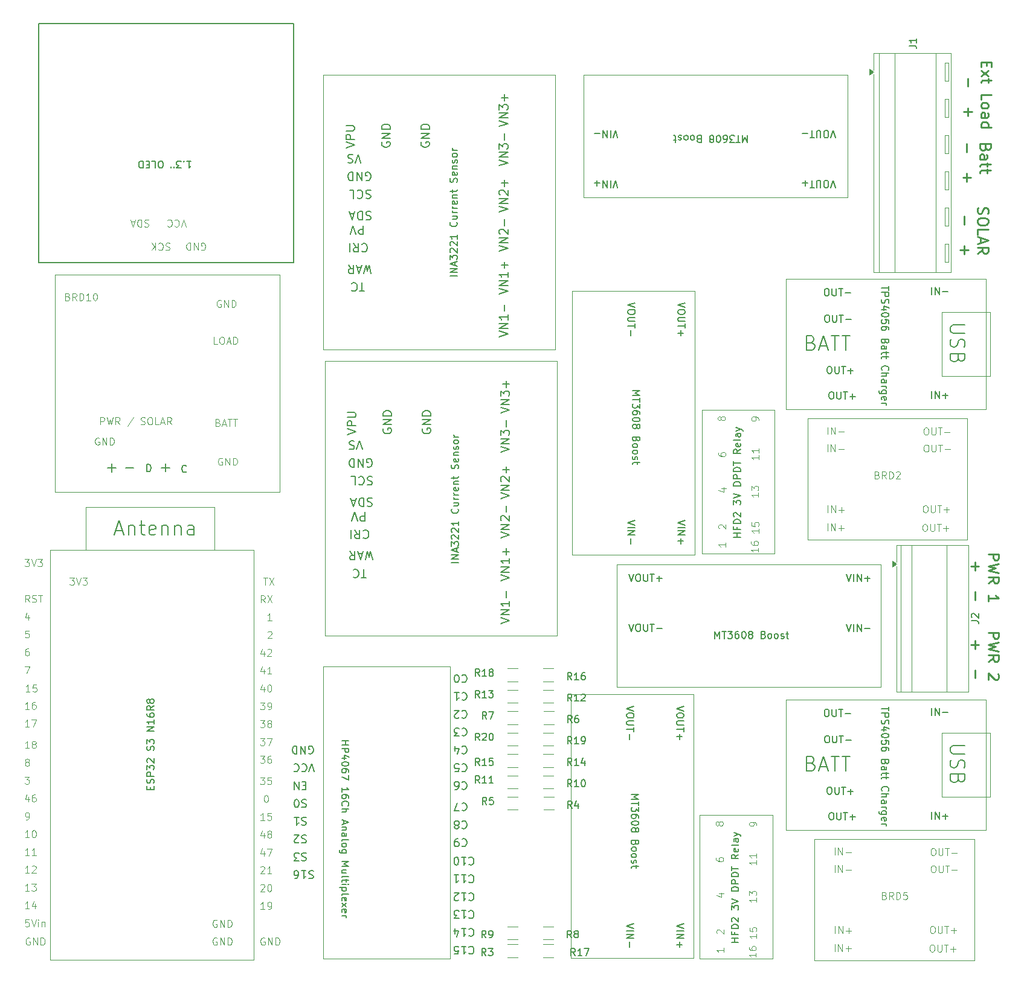
<source format=gbr>
%TF.GenerationSoftware,KiCad,Pcbnew,9.0.2*%
%TF.CreationDate,2025-10-01T16:12:29+03:00*%
%TF.ProjectId,SolarMonitor_V1,536f6c61-724d-46f6-9e69-746f725f5631,rev?*%
%TF.SameCoordinates,Original*%
%TF.FileFunction,Legend,Top*%
%TF.FilePolarity,Positive*%
%FSLAX46Y46*%
G04 Gerber Fmt 4.6, Leading zero omitted, Abs format (unit mm)*
G04 Created by KiCad (PCBNEW 9.0.2) date 2025-10-01 16:12:29*
%MOMM*%
%LPD*%
G01*
G04 APERTURE LIST*
%ADD10C,0.250000*%
%ADD11C,0.100000*%
%ADD12C,0.150000*%
%ADD13C,0.200000*%
%ADD14C,0.120000*%
G04 APERTURE END LIST*
D10*
X165264701Y-67021615D02*
X165193273Y-67235901D01*
X165193273Y-67235901D02*
X165121844Y-67307330D01*
X165121844Y-67307330D02*
X164978987Y-67378758D01*
X164978987Y-67378758D02*
X164764701Y-67378758D01*
X164764701Y-67378758D02*
X164621844Y-67307330D01*
X164621844Y-67307330D02*
X164550416Y-67235901D01*
X164550416Y-67235901D02*
X164478987Y-67093044D01*
X164478987Y-67093044D02*
X164478987Y-66521615D01*
X164478987Y-66521615D02*
X165978987Y-66521615D01*
X165978987Y-66521615D02*
X165978987Y-67021615D01*
X165978987Y-67021615D02*
X165907558Y-67164473D01*
X165907558Y-67164473D02*
X165836130Y-67235901D01*
X165836130Y-67235901D02*
X165693273Y-67307330D01*
X165693273Y-67307330D02*
X165550416Y-67307330D01*
X165550416Y-67307330D02*
X165407558Y-67235901D01*
X165407558Y-67235901D02*
X165336130Y-67164473D01*
X165336130Y-67164473D02*
X165264701Y-67021615D01*
X165264701Y-67021615D02*
X165264701Y-66521615D01*
X164478987Y-68664473D02*
X165264701Y-68664473D01*
X165264701Y-68664473D02*
X165407558Y-68593044D01*
X165407558Y-68593044D02*
X165478987Y-68450187D01*
X165478987Y-68450187D02*
X165478987Y-68164473D01*
X165478987Y-68164473D02*
X165407558Y-68021615D01*
X164550416Y-68664473D02*
X164478987Y-68521615D01*
X164478987Y-68521615D02*
X164478987Y-68164473D01*
X164478987Y-68164473D02*
X164550416Y-68021615D01*
X164550416Y-68021615D02*
X164693273Y-67950187D01*
X164693273Y-67950187D02*
X164836130Y-67950187D01*
X164836130Y-67950187D02*
X164978987Y-68021615D01*
X164978987Y-68021615D02*
X165050416Y-68164473D01*
X165050416Y-68164473D02*
X165050416Y-68521615D01*
X165050416Y-68521615D02*
X165121844Y-68664473D01*
X165478987Y-69164473D02*
X165478987Y-69735901D01*
X165978987Y-69378758D02*
X164693273Y-69378758D01*
X164693273Y-69378758D02*
X164550416Y-69450187D01*
X164550416Y-69450187D02*
X164478987Y-69593044D01*
X164478987Y-69593044D02*
X164478987Y-69735901D01*
X165478987Y-70021616D02*
X165478987Y-70593044D01*
X165978987Y-70235901D02*
X164693273Y-70235901D01*
X164693273Y-70235901D02*
X164550416Y-70307330D01*
X164550416Y-70307330D02*
X164478987Y-70450187D01*
X164478987Y-70450187D02*
X164478987Y-70593044D01*
X162635500Y-66521615D02*
X162635500Y-67664473D01*
X162635500Y-70664472D02*
X162635500Y-71807330D01*
X162064071Y-71235901D02*
X163206928Y-71235901D01*
X165611487Y-135021615D02*
X167111487Y-135021615D01*
X167111487Y-135021615D02*
X167111487Y-135593044D01*
X167111487Y-135593044D02*
X167040058Y-135735901D01*
X167040058Y-135735901D02*
X166968630Y-135807330D01*
X166968630Y-135807330D02*
X166825773Y-135878758D01*
X166825773Y-135878758D02*
X166611487Y-135878758D01*
X166611487Y-135878758D02*
X166468630Y-135807330D01*
X166468630Y-135807330D02*
X166397201Y-135735901D01*
X166397201Y-135735901D02*
X166325773Y-135593044D01*
X166325773Y-135593044D02*
X166325773Y-135021615D01*
X167111487Y-136378758D02*
X165611487Y-136735901D01*
X165611487Y-136735901D02*
X166682916Y-137021615D01*
X166682916Y-137021615D02*
X165611487Y-137307330D01*
X165611487Y-137307330D02*
X167111487Y-137664473D01*
X165611487Y-139093044D02*
X166325773Y-138593044D01*
X165611487Y-138235901D02*
X167111487Y-138235901D01*
X167111487Y-138235901D02*
X167111487Y-138807330D01*
X167111487Y-138807330D02*
X167040058Y-138950187D01*
X167040058Y-138950187D02*
X166968630Y-139021616D01*
X166968630Y-139021616D02*
X166825773Y-139093044D01*
X166825773Y-139093044D02*
X166611487Y-139093044D01*
X166611487Y-139093044D02*
X166468630Y-139021616D01*
X166468630Y-139021616D02*
X166397201Y-138950187D01*
X166397201Y-138950187D02*
X166325773Y-138807330D01*
X166325773Y-138807330D02*
X166325773Y-138235901D01*
X166968630Y-140807330D02*
X167040058Y-140878758D01*
X167040058Y-140878758D02*
X167111487Y-141021616D01*
X167111487Y-141021616D02*
X167111487Y-141378758D01*
X167111487Y-141378758D02*
X167040058Y-141521616D01*
X167040058Y-141521616D02*
X166968630Y-141593044D01*
X166968630Y-141593044D02*
X166825773Y-141664473D01*
X166825773Y-141664473D02*
X166682916Y-141664473D01*
X166682916Y-141664473D02*
X166468630Y-141593044D01*
X166468630Y-141593044D02*
X165611487Y-140735901D01*
X165611487Y-140735901D02*
X165611487Y-141664473D01*
X163768000Y-136164472D02*
X163768000Y-137307330D01*
X163196571Y-136735901D02*
X164339428Y-136735901D01*
X163768000Y-140307329D02*
X163768000Y-141450187D01*
X165397201Y-55021615D02*
X165397201Y-55521615D01*
X164611487Y-55735901D02*
X164611487Y-55021615D01*
X164611487Y-55021615D02*
X166111487Y-55021615D01*
X166111487Y-55021615D02*
X166111487Y-55735901D01*
X164611487Y-56235901D02*
X165611487Y-57021616D01*
X165611487Y-56235901D02*
X164611487Y-57021616D01*
X165611487Y-57378759D02*
X165611487Y-57950187D01*
X166111487Y-57593044D02*
X164825773Y-57593044D01*
X164825773Y-57593044D02*
X164682916Y-57664473D01*
X164682916Y-57664473D02*
X164611487Y-57807330D01*
X164611487Y-57807330D02*
X164611487Y-57950187D01*
X164611487Y-60307330D02*
X164611487Y-59593044D01*
X164611487Y-59593044D02*
X166111487Y-59593044D01*
X164611487Y-61021616D02*
X164682916Y-60878759D01*
X164682916Y-60878759D02*
X164754344Y-60807330D01*
X164754344Y-60807330D02*
X164897201Y-60735902D01*
X164897201Y-60735902D02*
X165325773Y-60735902D01*
X165325773Y-60735902D02*
X165468630Y-60807330D01*
X165468630Y-60807330D02*
X165540058Y-60878759D01*
X165540058Y-60878759D02*
X165611487Y-61021616D01*
X165611487Y-61021616D02*
X165611487Y-61235902D01*
X165611487Y-61235902D02*
X165540058Y-61378759D01*
X165540058Y-61378759D02*
X165468630Y-61450188D01*
X165468630Y-61450188D02*
X165325773Y-61521616D01*
X165325773Y-61521616D02*
X164897201Y-61521616D01*
X164897201Y-61521616D02*
X164754344Y-61450188D01*
X164754344Y-61450188D02*
X164682916Y-61378759D01*
X164682916Y-61378759D02*
X164611487Y-61235902D01*
X164611487Y-61235902D02*
X164611487Y-61021616D01*
X164611487Y-62807331D02*
X165397201Y-62807331D01*
X165397201Y-62807331D02*
X165540058Y-62735902D01*
X165540058Y-62735902D02*
X165611487Y-62593045D01*
X165611487Y-62593045D02*
X165611487Y-62307331D01*
X165611487Y-62307331D02*
X165540058Y-62164473D01*
X164682916Y-62807331D02*
X164611487Y-62664473D01*
X164611487Y-62664473D02*
X164611487Y-62307331D01*
X164611487Y-62307331D02*
X164682916Y-62164473D01*
X164682916Y-62164473D02*
X164825773Y-62093045D01*
X164825773Y-62093045D02*
X164968630Y-62093045D01*
X164968630Y-62093045D02*
X165111487Y-62164473D01*
X165111487Y-62164473D02*
X165182916Y-62307331D01*
X165182916Y-62307331D02*
X165182916Y-62664473D01*
X165182916Y-62664473D02*
X165254344Y-62807331D01*
X164611487Y-64164474D02*
X166111487Y-64164474D01*
X164682916Y-64164474D02*
X164611487Y-64021616D01*
X164611487Y-64021616D02*
X164611487Y-63735902D01*
X164611487Y-63735902D02*
X164682916Y-63593045D01*
X164682916Y-63593045D02*
X164754344Y-63521616D01*
X164754344Y-63521616D02*
X164897201Y-63450188D01*
X164897201Y-63450188D02*
X165325773Y-63450188D01*
X165325773Y-63450188D02*
X165468630Y-63521616D01*
X165468630Y-63521616D02*
X165540058Y-63593045D01*
X165540058Y-63593045D02*
X165611487Y-63735902D01*
X165611487Y-63735902D02*
X165611487Y-64021616D01*
X165611487Y-64021616D02*
X165540058Y-64164474D01*
X162768000Y-57307329D02*
X162768000Y-58450187D01*
X162768000Y-61450186D02*
X162768000Y-62593044D01*
X162196571Y-62021615D02*
X163339428Y-62021615D01*
X164182916Y-75450187D02*
X164111487Y-75664473D01*
X164111487Y-75664473D02*
X164111487Y-76021615D01*
X164111487Y-76021615D02*
X164182916Y-76164473D01*
X164182916Y-76164473D02*
X164254344Y-76235901D01*
X164254344Y-76235901D02*
X164397201Y-76307330D01*
X164397201Y-76307330D02*
X164540058Y-76307330D01*
X164540058Y-76307330D02*
X164682916Y-76235901D01*
X164682916Y-76235901D02*
X164754344Y-76164473D01*
X164754344Y-76164473D02*
X164825773Y-76021615D01*
X164825773Y-76021615D02*
X164897201Y-75735901D01*
X164897201Y-75735901D02*
X164968630Y-75593044D01*
X164968630Y-75593044D02*
X165040058Y-75521615D01*
X165040058Y-75521615D02*
X165182916Y-75450187D01*
X165182916Y-75450187D02*
X165325773Y-75450187D01*
X165325773Y-75450187D02*
X165468630Y-75521615D01*
X165468630Y-75521615D02*
X165540058Y-75593044D01*
X165540058Y-75593044D02*
X165611487Y-75735901D01*
X165611487Y-75735901D02*
X165611487Y-76093044D01*
X165611487Y-76093044D02*
X165540058Y-76307330D01*
X165611487Y-77235901D02*
X165611487Y-77521615D01*
X165611487Y-77521615D02*
X165540058Y-77664472D01*
X165540058Y-77664472D02*
X165397201Y-77807329D01*
X165397201Y-77807329D02*
X165111487Y-77878758D01*
X165111487Y-77878758D02*
X164611487Y-77878758D01*
X164611487Y-77878758D02*
X164325773Y-77807329D01*
X164325773Y-77807329D02*
X164182916Y-77664472D01*
X164182916Y-77664472D02*
X164111487Y-77521615D01*
X164111487Y-77521615D02*
X164111487Y-77235901D01*
X164111487Y-77235901D02*
X164182916Y-77093044D01*
X164182916Y-77093044D02*
X164325773Y-76950186D01*
X164325773Y-76950186D02*
X164611487Y-76878758D01*
X164611487Y-76878758D02*
X165111487Y-76878758D01*
X165111487Y-76878758D02*
X165397201Y-76950186D01*
X165397201Y-76950186D02*
X165540058Y-77093044D01*
X165540058Y-77093044D02*
X165611487Y-77235901D01*
X164111487Y-79235901D02*
X164111487Y-78521615D01*
X164111487Y-78521615D02*
X165611487Y-78521615D01*
X164540058Y-79664473D02*
X164540058Y-80378759D01*
X164111487Y-79521616D02*
X165611487Y-80021616D01*
X165611487Y-80021616D02*
X164111487Y-80521616D01*
X164111487Y-81878758D02*
X164825773Y-81378758D01*
X164111487Y-81021615D02*
X165611487Y-81021615D01*
X165611487Y-81021615D02*
X165611487Y-81593044D01*
X165611487Y-81593044D02*
X165540058Y-81735901D01*
X165540058Y-81735901D02*
X165468630Y-81807330D01*
X165468630Y-81807330D02*
X165325773Y-81878758D01*
X165325773Y-81878758D02*
X165111487Y-81878758D01*
X165111487Y-81878758D02*
X164968630Y-81807330D01*
X164968630Y-81807330D02*
X164897201Y-81735901D01*
X164897201Y-81735901D02*
X164825773Y-81593044D01*
X164825773Y-81593044D02*
X164825773Y-81021615D01*
X162268000Y-76664472D02*
X162268000Y-77807330D01*
X162268000Y-80807329D02*
X162268000Y-81950187D01*
X161696571Y-81378758D02*
X162839428Y-81378758D01*
X165611487Y-124021615D02*
X167111487Y-124021615D01*
X167111487Y-124021615D02*
X167111487Y-124593044D01*
X167111487Y-124593044D02*
X167040058Y-124735901D01*
X167040058Y-124735901D02*
X166968630Y-124807330D01*
X166968630Y-124807330D02*
X166825773Y-124878758D01*
X166825773Y-124878758D02*
X166611487Y-124878758D01*
X166611487Y-124878758D02*
X166468630Y-124807330D01*
X166468630Y-124807330D02*
X166397201Y-124735901D01*
X166397201Y-124735901D02*
X166325773Y-124593044D01*
X166325773Y-124593044D02*
X166325773Y-124021615D01*
X167111487Y-125378758D02*
X165611487Y-125735901D01*
X165611487Y-125735901D02*
X166682916Y-126021615D01*
X166682916Y-126021615D02*
X165611487Y-126307330D01*
X165611487Y-126307330D02*
X167111487Y-126664473D01*
X165611487Y-128093044D02*
X166325773Y-127593044D01*
X165611487Y-127235901D02*
X167111487Y-127235901D01*
X167111487Y-127235901D02*
X167111487Y-127807330D01*
X167111487Y-127807330D02*
X167040058Y-127950187D01*
X167040058Y-127950187D02*
X166968630Y-128021616D01*
X166968630Y-128021616D02*
X166825773Y-128093044D01*
X166825773Y-128093044D02*
X166611487Y-128093044D01*
X166611487Y-128093044D02*
X166468630Y-128021616D01*
X166468630Y-128021616D02*
X166397201Y-127950187D01*
X166397201Y-127950187D02*
X166325773Y-127807330D01*
X166325773Y-127807330D02*
X166325773Y-127235901D01*
X165611487Y-130664473D02*
X165611487Y-129807330D01*
X165611487Y-130235901D02*
X167111487Y-130235901D01*
X167111487Y-130235901D02*
X166897201Y-130093044D01*
X166897201Y-130093044D02*
X166754344Y-129950187D01*
X166754344Y-129950187D02*
X166682916Y-129807330D01*
X163768000Y-125164472D02*
X163768000Y-126307330D01*
X163196571Y-125735901D02*
X164339428Y-125735901D01*
X163768000Y-129307329D02*
X163768000Y-130450187D01*
D11*
X127920694Y-171655233D02*
X128587361Y-171655233D01*
X127539742Y-171893328D02*
X128254027Y-172131423D01*
X128254027Y-172131423D02*
X128254027Y-171512376D01*
X127646020Y-177262711D02*
X127598401Y-177215092D01*
X127598401Y-177215092D02*
X127550782Y-177119854D01*
X127550782Y-177119854D02*
X127550782Y-176881759D01*
X127550782Y-176881759D02*
X127598401Y-176786521D01*
X127598401Y-176786521D02*
X127646020Y-176738902D01*
X127646020Y-176738902D02*
X127741258Y-176691283D01*
X127741258Y-176691283D02*
X127836496Y-176691283D01*
X127836496Y-176691283D02*
X127979353Y-176738902D01*
X127979353Y-176738902D02*
X128550782Y-177310330D01*
X128550782Y-177310330D02*
X128550782Y-176691283D01*
X133158180Y-162087693D02*
X133158180Y-161897217D01*
X133158180Y-161897217D02*
X133110561Y-161801979D01*
X133110561Y-161801979D02*
X133062941Y-161754360D01*
X133062941Y-161754360D02*
X132920084Y-161659122D01*
X132920084Y-161659122D02*
X132729608Y-161611503D01*
X132729608Y-161611503D02*
X132348656Y-161611503D01*
X132348656Y-161611503D02*
X132253418Y-161659122D01*
X132253418Y-161659122D02*
X132205799Y-161706741D01*
X132205799Y-161706741D02*
X132158180Y-161801979D01*
X132158180Y-161801979D02*
X132158180Y-161992455D01*
X132158180Y-161992455D02*
X132205799Y-162087693D01*
X132205799Y-162087693D02*
X132253418Y-162135312D01*
X132253418Y-162135312D02*
X132348656Y-162182931D01*
X132348656Y-162182931D02*
X132586751Y-162182931D01*
X132586751Y-162182931D02*
X132681989Y-162135312D01*
X132681989Y-162135312D02*
X132729608Y-162087693D01*
X132729608Y-162087693D02*
X132777227Y-161992455D01*
X132777227Y-161992455D02*
X132777227Y-161801979D01*
X132777227Y-161801979D02*
X132729608Y-161706741D01*
X132729608Y-161706741D02*
X132681989Y-161659122D01*
X132681989Y-161659122D02*
X132586751Y-161611503D01*
X133133311Y-172255372D02*
X133133311Y-172826800D01*
X133133311Y-172541086D02*
X132133311Y-172541086D01*
X132133311Y-172541086D02*
X132276168Y-172636324D01*
X132276168Y-172636324D02*
X132371406Y-172731562D01*
X132371406Y-172731562D02*
X132419025Y-172826800D01*
X132133311Y-171922038D02*
X132133311Y-171302991D01*
X132133311Y-171302991D02*
X132514263Y-171636324D01*
X132514263Y-171636324D02*
X132514263Y-171493467D01*
X132514263Y-171493467D02*
X132561882Y-171398229D01*
X132561882Y-171398229D02*
X132609501Y-171350610D01*
X132609501Y-171350610D02*
X132704739Y-171302991D01*
X132704739Y-171302991D02*
X132942834Y-171302991D01*
X132942834Y-171302991D02*
X133038072Y-171350610D01*
X133038072Y-171350610D02*
X133085692Y-171398229D01*
X133085692Y-171398229D02*
X133133311Y-171493467D01*
X133133311Y-171493467D02*
X133133311Y-171779181D01*
X133133311Y-171779181D02*
X133085692Y-171874419D01*
X133085692Y-171874419D02*
X133038072Y-171922038D01*
X128532574Y-179268388D02*
X128532574Y-179839816D01*
X128532574Y-179554102D02*
X127532574Y-179554102D01*
X127532574Y-179554102D02*
X127675431Y-179649340D01*
X127675431Y-179649340D02*
X127770669Y-179744578D01*
X127770669Y-179744578D02*
X127818288Y-179839816D01*
D12*
X130638206Y-178465427D02*
X129638206Y-178465427D01*
X130114396Y-178465427D02*
X130114396Y-177893999D01*
X130638206Y-177893999D02*
X129638206Y-177893999D01*
X130114396Y-177084475D02*
X130114396Y-177417808D01*
X130638206Y-177417808D02*
X129638206Y-177417808D01*
X129638206Y-177417808D02*
X129638206Y-176941618D01*
X130638206Y-176560665D02*
X129638206Y-176560665D01*
X129638206Y-176560665D02*
X129638206Y-176322570D01*
X129638206Y-176322570D02*
X129685825Y-176179713D01*
X129685825Y-176179713D02*
X129781063Y-176084475D01*
X129781063Y-176084475D02*
X129876301Y-176036856D01*
X129876301Y-176036856D02*
X130066777Y-175989237D01*
X130066777Y-175989237D02*
X130209634Y-175989237D01*
X130209634Y-175989237D02*
X130400110Y-176036856D01*
X130400110Y-176036856D02*
X130495348Y-176084475D01*
X130495348Y-176084475D02*
X130590587Y-176179713D01*
X130590587Y-176179713D02*
X130638206Y-176322570D01*
X130638206Y-176322570D02*
X130638206Y-176560665D01*
X129733444Y-175608284D02*
X129685825Y-175560665D01*
X129685825Y-175560665D02*
X129638206Y-175465427D01*
X129638206Y-175465427D02*
X129638206Y-175227332D01*
X129638206Y-175227332D02*
X129685825Y-175132094D01*
X129685825Y-175132094D02*
X129733444Y-175084475D01*
X129733444Y-175084475D02*
X129828682Y-175036856D01*
X129828682Y-175036856D02*
X129923920Y-175036856D01*
X129923920Y-175036856D02*
X130066777Y-175084475D01*
X130066777Y-175084475D02*
X130638206Y-175655903D01*
X130638206Y-175655903D02*
X130638206Y-175036856D01*
X129638206Y-173941617D02*
X129638206Y-173322570D01*
X129638206Y-173322570D02*
X130019158Y-173655903D01*
X130019158Y-173655903D02*
X130019158Y-173513046D01*
X130019158Y-173513046D02*
X130066777Y-173417808D01*
X130066777Y-173417808D02*
X130114396Y-173370189D01*
X130114396Y-173370189D02*
X130209634Y-173322570D01*
X130209634Y-173322570D02*
X130447729Y-173322570D01*
X130447729Y-173322570D02*
X130542967Y-173370189D01*
X130542967Y-173370189D02*
X130590587Y-173417808D01*
X130590587Y-173417808D02*
X130638206Y-173513046D01*
X130638206Y-173513046D02*
X130638206Y-173798760D01*
X130638206Y-173798760D02*
X130590587Y-173893998D01*
X130590587Y-173893998D02*
X130542967Y-173941617D01*
X129638206Y-173036855D02*
X130638206Y-172703522D01*
X130638206Y-172703522D02*
X129638206Y-172370189D01*
X130638206Y-171274950D02*
X129638206Y-171274950D01*
X129638206Y-171274950D02*
X129638206Y-171036855D01*
X129638206Y-171036855D02*
X129685825Y-170893998D01*
X129685825Y-170893998D02*
X129781063Y-170798760D01*
X129781063Y-170798760D02*
X129876301Y-170751141D01*
X129876301Y-170751141D02*
X130066777Y-170703522D01*
X130066777Y-170703522D02*
X130209634Y-170703522D01*
X130209634Y-170703522D02*
X130400110Y-170751141D01*
X130400110Y-170751141D02*
X130495348Y-170798760D01*
X130495348Y-170798760D02*
X130590587Y-170893998D01*
X130590587Y-170893998D02*
X130638206Y-171036855D01*
X130638206Y-171036855D02*
X130638206Y-171274950D01*
X130638206Y-170274950D02*
X129638206Y-170274950D01*
X129638206Y-170274950D02*
X129638206Y-169893998D01*
X129638206Y-169893998D02*
X129685825Y-169798760D01*
X129685825Y-169798760D02*
X129733444Y-169751141D01*
X129733444Y-169751141D02*
X129828682Y-169703522D01*
X129828682Y-169703522D02*
X129971539Y-169703522D01*
X129971539Y-169703522D02*
X130066777Y-169751141D01*
X130066777Y-169751141D02*
X130114396Y-169798760D01*
X130114396Y-169798760D02*
X130162015Y-169893998D01*
X130162015Y-169893998D02*
X130162015Y-170274950D01*
X130638206Y-169274950D02*
X129638206Y-169274950D01*
X129638206Y-169274950D02*
X129638206Y-169036855D01*
X129638206Y-169036855D02*
X129685825Y-168893998D01*
X129685825Y-168893998D02*
X129781063Y-168798760D01*
X129781063Y-168798760D02*
X129876301Y-168751141D01*
X129876301Y-168751141D02*
X130066777Y-168703522D01*
X130066777Y-168703522D02*
X130209634Y-168703522D01*
X130209634Y-168703522D02*
X130400110Y-168751141D01*
X130400110Y-168751141D02*
X130495348Y-168798760D01*
X130495348Y-168798760D02*
X130590587Y-168893998D01*
X130590587Y-168893998D02*
X130638206Y-169036855D01*
X130638206Y-169036855D02*
X130638206Y-169274950D01*
X129638206Y-168417807D02*
X129638206Y-167846379D01*
X130638206Y-168132093D02*
X129638206Y-168132093D01*
X130638206Y-166179712D02*
X130162015Y-166513045D01*
X130638206Y-166751140D02*
X129638206Y-166751140D01*
X129638206Y-166751140D02*
X129638206Y-166370188D01*
X129638206Y-166370188D02*
X129685825Y-166274950D01*
X129685825Y-166274950D02*
X129733444Y-166227331D01*
X129733444Y-166227331D02*
X129828682Y-166179712D01*
X129828682Y-166179712D02*
X129971539Y-166179712D01*
X129971539Y-166179712D02*
X130066777Y-166227331D01*
X130066777Y-166227331D02*
X130114396Y-166274950D01*
X130114396Y-166274950D02*
X130162015Y-166370188D01*
X130162015Y-166370188D02*
X130162015Y-166751140D01*
X130590587Y-165370188D02*
X130638206Y-165465426D01*
X130638206Y-165465426D02*
X130638206Y-165655902D01*
X130638206Y-165655902D02*
X130590587Y-165751140D01*
X130590587Y-165751140D02*
X130495348Y-165798759D01*
X130495348Y-165798759D02*
X130114396Y-165798759D01*
X130114396Y-165798759D02*
X130019158Y-165751140D01*
X130019158Y-165751140D02*
X129971539Y-165655902D01*
X129971539Y-165655902D02*
X129971539Y-165465426D01*
X129971539Y-165465426D02*
X130019158Y-165370188D01*
X130019158Y-165370188D02*
X130114396Y-165322569D01*
X130114396Y-165322569D02*
X130209634Y-165322569D01*
X130209634Y-165322569D02*
X130304872Y-165798759D01*
X130638206Y-164751140D02*
X130590587Y-164846378D01*
X130590587Y-164846378D02*
X130495348Y-164893997D01*
X130495348Y-164893997D02*
X129638206Y-164893997D01*
X130638206Y-163941616D02*
X130114396Y-163941616D01*
X130114396Y-163941616D02*
X130019158Y-163989235D01*
X130019158Y-163989235D02*
X129971539Y-164084473D01*
X129971539Y-164084473D02*
X129971539Y-164274949D01*
X129971539Y-164274949D02*
X130019158Y-164370187D01*
X130590587Y-163941616D02*
X130638206Y-164036854D01*
X130638206Y-164036854D02*
X130638206Y-164274949D01*
X130638206Y-164274949D02*
X130590587Y-164370187D01*
X130590587Y-164370187D02*
X130495348Y-164417806D01*
X130495348Y-164417806D02*
X130400110Y-164417806D01*
X130400110Y-164417806D02*
X130304872Y-164370187D01*
X130304872Y-164370187D02*
X130257253Y-164274949D01*
X130257253Y-164274949D02*
X130257253Y-164036854D01*
X130257253Y-164036854D02*
X130209634Y-163941616D01*
X129971539Y-163560663D02*
X130638206Y-163322568D01*
X129971539Y-163084473D02*
X130638206Y-163322568D01*
X130638206Y-163322568D02*
X130876301Y-163417806D01*
X130876301Y-163417806D02*
X130923920Y-163465425D01*
X130923920Y-163465425D02*
X130971539Y-163560663D01*
D11*
X127505424Y-166674651D02*
X127505424Y-166865127D01*
X127505424Y-166865127D02*
X127553043Y-166960365D01*
X127553043Y-166960365D02*
X127600662Y-167007984D01*
X127600662Y-167007984D02*
X127743519Y-167103222D01*
X127743519Y-167103222D02*
X127933995Y-167150841D01*
X127933995Y-167150841D02*
X128314947Y-167150841D01*
X128314947Y-167150841D02*
X128410185Y-167103222D01*
X128410185Y-167103222D02*
X128457805Y-167055603D01*
X128457805Y-167055603D02*
X128505424Y-166960365D01*
X128505424Y-166960365D02*
X128505424Y-166769889D01*
X128505424Y-166769889D02*
X128457805Y-166674651D01*
X128457805Y-166674651D02*
X128410185Y-166627032D01*
X128410185Y-166627032D02*
X128314947Y-166579413D01*
X128314947Y-166579413D02*
X128076852Y-166579413D01*
X128076852Y-166579413D02*
X127981614Y-166627032D01*
X127981614Y-166627032D02*
X127933995Y-166674651D01*
X127933995Y-166674651D02*
X127886376Y-166769889D01*
X127886376Y-166769889D02*
X127886376Y-166960365D01*
X127886376Y-166960365D02*
X127933995Y-167055603D01*
X127933995Y-167055603D02*
X127981614Y-167103222D01*
X127981614Y-167103222D02*
X128076852Y-167150841D01*
X127888637Y-161924182D02*
X127841018Y-162019420D01*
X127841018Y-162019420D02*
X127793399Y-162067039D01*
X127793399Y-162067039D02*
X127698161Y-162114658D01*
X127698161Y-162114658D02*
X127650542Y-162114658D01*
X127650542Y-162114658D02*
X127555304Y-162067039D01*
X127555304Y-162067039D02*
X127507685Y-162019420D01*
X127507685Y-162019420D02*
X127460066Y-161924182D01*
X127460066Y-161924182D02*
X127460066Y-161733706D01*
X127460066Y-161733706D02*
X127507685Y-161638468D01*
X127507685Y-161638468D02*
X127555304Y-161590849D01*
X127555304Y-161590849D02*
X127650542Y-161543230D01*
X127650542Y-161543230D02*
X127698161Y-161543230D01*
X127698161Y-161543230D02*
X127793399Y-161590849D01*
X127793399Y-161590849D02*
X127841018Y-161638468D01*
X127841018Y-161638468D02*
X127888637Y-161733706D01*
X127888637Y-161733706D02*
X127888637Y-161924182D01*
X127888637Y-161924182D02*
X127936256Y-162019420D01*
X127936256Y-162019420D02*
X127983875Y-162067039D01*
X127983875Y-162067039D02*
X128079113Y-162114658D01*
X128079113Y-162114658D02*
X128269589Y-162114658D01*
X128269589Y-162114658D02*
X128364827Y-162067039D01*
X128364827Y-162067039D02*
X128412447Y-162019420D01*
X128412447Y-162019420D02*
X128460066Y-161924182D01*
X128460066Y-161924182D02*
X128460066Y-161733706D01*
X128460066Y-161733706D02*
X128412447Y-161638468D01*
X128412447Y-161638468D02*
X128364827Y-161590849D01*
X128364827Y-161590849D02*
X128269589Y-161543230D01*
X128269589Y-161543230D02*
X128079113Y-161543230D01*
X128079113Y-161543230D02*
X127983875Y-161590849D01*
X127983875Y-161590849D02*
X127936256Y-161638468D01*
X127936256Y-161638468D02*
X127888637Y-161733706D01*
X133083574Y-179992306D02*
X133083574Y-180563734D01*
X133083574Y-180278020D02*
X132083574Y-180278020D01*
X132083574Y-180278020D02*
X132226431Y-180373258D01*
X132226431Y-180373258D02*
X132321669Y-180468496D01*
X132321669Y-180468496D02*
X132369288Y-180563734D01*
X132083574Y-179135163D02*
X132083574Y-179325639D01*
X132083574Y-179325639D02*
X132131193Y-179420877D01*
X132131193Y-179420877D02*
X132178812Y-179468496D01*
X132178812Y-179468496D02*
X132321669Y-179563734D01*
X132321669Y-179563734D02*
X132512145Y-179611353D01*
X132512145Y-179611353D02*
X132893097Y-179611353D01*
X132893097Y-179611353D02*
X132988335Y-179563734D01*
X132988335Y-179563734D02*
X133035955Y-179516115D01*
X133035955Y-179516115D02*
X133083574Y-179420877D01*
X133083574Y-179420877D02*
X133083574Y-179230401D01*
X133083574Y-179230401D02*
X133035955Y-179135163D01*
X133035955Y-179135163D02*
X132988335Y-179087544D01*
X132988335Y-179087544D02*
X132893097Y-179039925D01*
X132893097Y-179039925D02*
X132655002Y-179039925D01*
X132655002Y-179039925D02*
X132559764Y-179087544D01*
X132559764Y-179087544D02*
X132512145Y-179135163D01*
X132512145Y-179135163D02*
X132464526Y-179230401D01*
X132464526Y-179230401D02*
X132464526Y-179420877D01*
X132464526Y-179420877D02*
X132512145Y-179516115D01*
X132512145Y-179516115D02*
X132559764Y-179563734D01*
X132559764Y-179563734D02*
X132655002Y-179611353D01*
X133183049Y-177328618D02*
X133183049Y-177900046D01*
X133183049Y-177614332D02*
X132183049Y-177614332D01*
X132183049Y-177614332D02*
X132325906Y-177709570D01*
X132325906Y-177709570D02*
X132421144Y-177804808D01*
X132421144Y-177804808D02*
X132468763Y-177900046D01*
X132183049Y-176423856D02*
X132183049Y-176900046D01*
X132183049Y-176900046D02*
X132659239Y-176947665D01*
X132659239Y-176947665D02*
X132611620Y-176900046D01*
X132611620Y-176900046D02*
X132564001Y-176804808D01*
X132564001Y-176804808D02*
X132564001Y-176566713D01*
X132564001Y-176566713D02*
X132611620Y-176471475D01*
X132611620Y-176471475D02*
X132659239Y-176423856D01*
X132659239Y-176423856D02*
X132754477Y-176376237D01*
X132754477Y-176376237D02*
X132992572Y-176376237D01*
X132992572Y-176376237D02*
X133087810Y-176423856D01*
X133087810Y-176423856D02*
X133135430Y-176471475D01*
X133135430Y-176471475D02*
X133183049Y-176566713D01*
X133183049Y-176566713D02*
X133183049Y-176804808D01*
X133183049Y-176804808D02*
X133135430Y-176900046D01*
X133135430Y-176900046D02*
X133087810Y-176947665D01*
X133158180Y-167008044D02*
X133158180Y-167579472D01*
X133158180Y-167293758D02*
X132158180Y-167293758D01*
X132158180Y-167293758D02*
X132301037Y-167388996D01*
X132301037Y-167388996D02*
X132396275Y-167484234D01*
X132396275Y-167484234D02*
X132443894Y-167579472D01*
X133158180Y-166055663D02*
X133158180Y-166627091D01*
X133158180Y-166341377D02*
X132158180Y-166341377D01*
X132158180Y-166341377D02*
X132301037Y-166436615D01*
X132301037Y-166436615D02*
X132396275Y-166531853D01*
X132396275Y-166531853D02*
X132443894Y-166627091D01*
D13*
X140839251Y-94385420D02*
X141124965Y-94480658D01*
X141124965Y-94480658D02*
X141220203Y-94575896D01*
X141220203Y-94575896D02*
X141315441Y-94766372D01*
X141315441Y-94766372D02*
X141315441Y-95052086D01*
X141315441Y-95052086D02*
X141220203Y-95242562D01*
X141220203Y-95242562D02*
X141124965Y-95337801D01*
X141124965Y-95337801D02*
X140934489Y-95433039D01*
X140934489Y-95433039D02*
X140172584Y-95433039D01*
X140172584Y-95433039D02*
X140172584Y-93433039D01*
X140172584Y-93433039D02*
X140839251Y-93433039D01*
X140839251Y-93433039D02*
X141029727Y-93528277D01*
X141029727Y-93528277D02*
X141124965Y-93623515D01*
X141124965Y-93623515D02*
X141220203Y-93813991D01*
X141220203Y-93813991D02*
X141220203Y-94004467D01*
X141220203Y-94004467D02*
X141124965Y-94194943D01*
X141124965Y-94194943D02*
X141029727Y-94290181D01*
X141029727Y-94290181D02*
X140839251Y-94385420D01*
X140839251Y-94385420D02*
X140172584Y-94385420D01*
X142077346Y-94861610D02*
X143029727Y-94861610D01*
X141886870Y-95433039D02*
X142553536Y-93433039D01*
X142553536Y-93433039D02*
X143220203Y-95433039D01*
X143601156Y-93433039D02*
X144744013Y-93433039D01*
X144172584Y-95433039D02*
X144172584Y-93433039D01*
X145124966Y-93433039D02*
X146267823Y-93433039D01*
X145696394Y-95433039D02*
X145696394Y-93433039D01*
X162345250Y-91908429D02*
X160726203Y-91908429D01*
X160726203Y-91908429D02*
X160535727Y-92003667D01*
X160535727Y-92003667D02*
X160440489Y-92098905D01*
X160440489Y-92098905D02*
X160345250Y-92289381D01*
X160345250Y-92289381D02*
X160345250Y-92670334D01*
X160345250Y-92670334D02*
X160440489Y-92860810D01*
X160440489Y-92860810D02*
X160535727Y-92956048D01*
X160535727Y-92956048D02*
X160726203Y-93051286D01*
X160726203Y-93051286D02*
X162345250Y-93051286D01*
X160440489Y-93908429D02*
X160345250Y-94194143D01*
X160345250Y-94194143D02*
X160345250Y-94670334D01*
X160345250Y-94670334D02*
X160440489Y-94860810D01*
X160440489Y-94860810D02*
X160535727Y-94956048D01*
X160535727Y-94956048D02*
X160726203Y-95051286D01*
X160726203Y-95051286D02*
X160916679Y-95051286D01*
X160916679Y-95051286D02*
X161107155Y-94956048D01*
X161107155Y-94956048D02*
X161202393Y-94860810D01*
X161202393Y-94860810D02*
X161297631Y-94670334D01*
X161297631Y-94670334D02*
X161392869Y-94289381D01*
X161392869Y-94289381D02*
X161488108Y-94098905D01*
X161488108Y-94098905D02*
X161583346Y-94003667D01*
X161583346Y-94003667D02*
X161773822Y-93908429D01*
X161773822Y-93908429D02*
X161964298Y-93908429D01*
X161964298Y-93908429D02*
X162154774Y-94003667D01*
X162154774Y-94003667D02*
X162250012Y-94098905D01*
X162250012Y-94098905D02*
X162345250Y-94289381D01*
X162345250Y-94289381D02*
X162345250Y-94765572D01*
X162345250Y-94765572D02*
X162250012Y-95051286D01*
X161392869Y-96575096D02*
X161297631Y-96860810D01*
X161297631Y-96860810D02*
X161202393Y-96956048D01*
X161202393Y-96956048D02*
X161011917Y-97051286D01*
X161011917Y-97051286D02*
X160726203Y-97051286D01*
X160726203Y-97051286D02*
X160535727Y-96956048D01*
X160535727Y-96956048D02*
X160440489Y-96860810D01*
X160440489Y-96860810D02*
X160345250Y-96670334D01*
X160345250Y-96670334D02*
X160345250Y-95908429D01*
X160345250Y-95908429D02*
X162345250Y-95908429D01*
X162345250Y-95908429D02*
X162345250Y-96575096D01*
X162345250Y-96575096D02*
X162250012Y-96765572D01*
X162250012Y-96765572D02*
X162154774Y-96860810D01*
X162154774Y-96860810D02*
X161964298Y-96956048D01*
X161964298Y-96956048D02*
X161773822Y-96956048D01*
X161773822Y-96956048D02*
X161583346Y-96860810D01*
X161583346Y-96860810D02*
X161488108Y-96765572D01*
X161488108Y-96765572D02*
X161392869Y-96575096D01*
X161392869Y-96575096D02*
X161392869Y-95908429D01*
D12*
X143568024Y-101298513D02*
X143758500Y-101298513D01*
X143758500Y-101298513D02*
X143853738Y-101346132D01*
X143853738Y-101346132D02*
X143948976Y-101441370D01*
X143948976Y-101441370D02*
X143996595Y-101631846D01*
X143996595Y-101631846D02*
X143996595Y-101965179D01*
X143996595Y-101965179D02*
X143948976Y-102155655D01*
X143948976Y-102155655D02*
X143853738Y-102250894D01*
X143853738Y-102250894D02*
X143758500Y-102298513D01*
X143758500Y-102298513D02*
X143568024Y-102298513D01*
X143568024Y-102298513D02*
X143472786Y-102250894D01*
X143472786Y-102250894D02*
X143377548Y-102155655D01*
X143377548Y-102155655D02*
X143329929Y-101965179D01*
X143329929Y-101965179D02*
X143329929Y-101631846D01*
X143329929Y-101631846D02*
X143377548Y-101441370D01*
X143377548Y-101441370D02*
X143472786Y-101346132D01*
X143472786Y-101346132D02*
X143568024Y-101298513D01*
X144425167Y-101298513D02*
X144425167Y-102108036D01*
X144425167Y-102108036D02*
X144472786Y-102203274D01*
X144472786Y-102203274D02*
X144520405Y-102250894D01*
X144520405Y-102250894D02*
X144615643Y-102298513D01*
X144615643Y-102298513D02*
X144806119Y-102298513D01*
X144806119Y-102298513D02*
X144901357Y-102250894D01*
X144901357Y-102250894D02*
X144948976Y-102203274D01*
X144948976Y-102203274D02*
X144996595Y-102108036D01*
X144996595Y-102108036D02*
X144996595Y-101298513D01*
X145329929Y-101298513D02*
X145901357Y-101298513D01*
X145615643Y-102298513D02*
X145615643Y-101298513D01*
X146234691Y-101917560D02*
X146996596Y-101917560D01*
X146615643Y-102298513D02*
X146615643Y-101536608D01*
X142966991Y-90504743D02*
X143157467Y-90504743D01*
X143157467Y-90504743D02*
X143252705Y-90552362D01*
X143252705Y-90552362D02*
X143347943Y-90647600D01*
X143347943Y-90647600D02*
X143395562Y-90838076D01*
X143395562Y-90838076D02*
X143395562Y-91171409D01*
X143395562Y-91171409D02*
X143347943Y-91361885D01*
X143347943Y-91361885D02*
X143252705Y-91457124D01*
X143252705Y-91457124D02*
X143157467Y-91504743D01*
X143157467Y-91504743D02*
X142966991Y-91504743D01*
X142966991Y-91504743D02*
X142871753Y-91457124D01*
X142871753Y-91457124D02*
X142776515Y-91361885D01*
X142776515Y-91361885D02*
X142728896Y-91171409D01*
X142728896Y-91171409D02*
X142728896Y-90838076D01*
X142728896Y-90838076D02*
X142776515Y-90647600D01*
X142776515Y-90647600D02*
X142871753Y-90552362D01*
X142871753Y-90552362D02*
X142966991Y-90504743D01*
X143824134Y-90504743D02*
X143824134Y-91314266D01*
X143824134Y-91314266D02*
X143871753Y-91409504D01*
X143871753Y-91409504D02*
X143919372Y-91457124D01*
X143919372Y-91457124D02*
X144014610Y-91504743D01*
X144014610Y-91504743D02*
X144205086Y-91504743D01*
X144205086Y-91504743D02*
X144300324Y-91457124D01*
X144300324Y-91457124D02*
X144347943Y-91409504D01*
X144347943Y-91409504D02*
X144395562Y-91314266D01*
X144395562Y-91314266D02*
X144395562Y-90504743D01*
X144728896Y-90504743D02*
X145300324Y-90504743D01*
X145014610Y-91504743D02*
X145014610Y-90504743D01*
X145633658Y-91123790D02*
X146395563Y-91123790D01*
X157721662Y-102191673D02*
X157721662Y-101191673D01*
X158197852Y-102191673D02*
X158197852Y-101191673D01*
X158197852Y-101191673D02*
X158769280Y-102191673D01*
X158769280Y-102191673D02*
X158769280Y-101191673D01*
X159245471Y-101810720D02*
X160007376Y-101810720D01*
X159626423Y-102191673D02*
X159626423Y-101429768D01*
X157721662Y-87642181D02*
X157721662Y-86642181D01*
X158197852Y-87642181D02*
X158197852Y-86642181D01*
X158197852Y-86642181D02*
X158769280Y-87642181D01*
X158769280Y-87642181D02*
X158769280Y-86642181D01*
X159245471Y-87261228D02*
X160007376Y-87261228D01*
X151693898Y-86445907D02*
X151693898Y-87017335D01*
X150693898Y-86731621D02*
X151693898Y-86731621D01*
X150693898Y-87350669D02*
X151693898Y-87350669D01*
X151693898Y-87350669D02*
X151693898Y-87731621D01*
X151693898Y-87731621D02*
X151646279Y-87826859D01*
X151646279Y-87826859D02*
X151598660Y-87874478D01*
X151598660Y-87874478D02*
X151503422Y-87922097D01*
X151503422Y-87922097D02*
X151360565Y-87922097D01*
X151360565Y-87922097D02*
X151265327Y-87874478D01*
X151265327Y-87874478D02*
X151217708Y-87826859D01*
X151217708Y-87826859D02*
X151170089Y-87731621D01*
X151170089Y-87731621D02*
X151170089Y-87350669D01*
X150741518Y-88303050D02*
X150693898Y-88445907D01*
X150693898Y-88445907D02*
X150693898Y-88684002D01*
X150693898Y-88684002D02*
X150741518Y-88779240D01*
X150741518Y-88779240D02*
X150789137Y-88826859D01*
X150789137Y-88826859D02*
X150884375Y-88874478D01*
X150884375Y-88874478D02*
X150979613Y-88874478D01*
X150979613Y-88874478D02*
X151074851Y-88826859D01*
X151074851Y-88826859D02*
X151122470Y-88779240D01*
X151122470Y-88779240D02*
X151170089Y-88684002D01*
X151170089Y-88684002D02*
X151217708Y-88493526D01*
X151217708Y-88493526D02*
X151265327Y-88398288D01*
X151265327Y-88398288D02*
X151312946Y-88350669D01*
X151312946Y-88350669D02*
X151408184Y-88303050D01*
X151408184Y-88303050D02*
X151503422Y-88303050D01*
X151503422Y-88303050D02*
X151598660Y-88350669D01*
X151598660Y-88350669D02*
X151646279Y-88398288D01*
X151646279Y-88398288D02*
X151693898Y-88493526D01*
X151693898Y-88493526D02*
X151693898Y-88731621D01*
X151693898Y-88731621D02*
X151646279Y-88874478D01*
X151360565Y-89731621D02*
X150693898Y-89731621D01*
X151741518Y-89493526D02*
X151027232Y-89255431D01*
X151027232Y-89255431D02*
X151027232Y-89874478D01*
X151693898Y-90445907D02*
X151693898Y-90541145D01*
X151693898Y-90541145D02*
X151646279Y-90636383D01*
X151646279Y-90636383D02*
X151598660Y-90684002D01*
X151598660Y-90684002D02*
X151503422Y-90731621D01*
X151503422Y-90731621D02*
X151312946Y-90779240D01*
X151312946Y-90779240D02*
X151074851Y-90779240D01*
X151074851Y-90779240D02*
X150884375Y-90731621D01*
X150884375Y-90731621D02*
X150789137Y-90684002D01*
X150789137Y-90684002D02*
X150741518Y-90636383D01*
X150741518Y-90636383D02*
X150693898Y-90541145D01*
X150693898Y-90541145D02*
X150693898Y-90445907D01*
X150693898Y-90445907D02*
X150741518Y-90350669D01*
X150741518Y-90350669D02*
X150789137Y-90303050D01*
X150789137Y-90303050D02*
X150884375Y-90255431D01*
X150884375Y-90255431D02*
X151074851Y-90207812D01*
X151074851Y-90207812D02*
X151312946Y-90207812D01*
X151312946Y-90207812D02*
X151503422Y-90255431D01*
X151503422Y-90255431D02*
X151598660Y-90303050D01*
X151598660Y-90303050D02*
X151646279Y-90350669D01*
X151646279Y-90350669D02*
X151693898Y-90445907D01*
X151693898Y-91684002D02*
X151693898Y-91207812D01*
X151693898Y-91207812D02*
X151217708Y-91160193D01*
X151217708Y-91160193D02*
X151265327Y-91207812D01*
X151265327Y-91207812D02*
X151312946Y-91303050D01*
X151312946Y-91303050D02*
X151312946Y-91541145D01*
X151312946Y-91541145D02*
X151265327Y-91636383D01*
X151265327Y-91636383D02*
X151217708Y-91684002D01*
X151217708Y-91684002D02*
X151122470Y-91731621D01*
X151122470Y-91731621D02*
X150884375Y-91731621D01*
X150884375Y-91731621D02*
X150789137Y-91684002D01*
X150789137Y-91684002D02*
X150741518Y-91636383D01*
X150741518Y-91636383D02*
X150693898Y-91541145D01*
X150693898Y-91541145D02*
X150693898Y-91303050D01*
X150693898Y-91303050D02*
X150741518Y-91207812D01*
X150741518Y-91207812D02*
X150789137Y-91160193D01*
X151693898Y-92588764D02*
X151693898Y-92398288D01*
X151693898Y-92398288D02*
X151646279Y-92303050D01*
X151646279Y-92303050D02*
X151598660Y-92255431D01*
X151598660Y-92255431D02*
X151455803Y-92160193D01*
X151455803Y-92160193D02*
X151265327Y-92112574D01*
X151265327Y-92112574D02*
X150884375Y-92112574D01*
X150884375Y-92112574D02*
X150789137Y-92160193D01*
X150789137Y-92160193D02*
X150741518Y-92207812D01*
X150741518Y-92207812D02*
X150693898Y-92303050D01*
X150693898Y-92303050D02*
X150693898Y-92493526D01*
X150693898Y-92493526D02*
X150741518Y-92588764D01*
X150741518Y-92588764D02*
X150789137Y-92636383D01*
X150789137Y-92636383D02*
X150884375Y-92684002D01*
X150884375Y-92684002D02*
X151122470Y-92684002D01*
X151122470Y-92684002D02*
X151217708Y-92636383D01*
X151217708Y-92636383D02*
X151265327Y-92588764D01*
X151265327Y-92588764D02*
X151312946Y-92493526D01*
X151312946Y-92493526D02*
X151312946Y-92303050D01*
X151312946Y-92303050D02*
X151265327Y-92207812D01*
X151265327Y-92207812D02*
X151217708Y-92160193D01*
X151217708Y-92160193D02*
X151122470Y-92112574D01*
X151217708Y-94207812D02*
X151170089Y-94350669D01*
X151170089Y-94350669D02*
X151122470Y-94398288D01*
X151122470Y-94398288D02*
X151027232Y-94445907D01*
X151027232Y-94445907D02*
X150884375Y-94445907D01*
X150884375Y-94445907D02*
X150789137Y-94398288D01*
X150789137Y-94398288D02*
X150741518Y-94350669D01*
X150741518Y-94350669D02*
X150693898Y-94255431D01*
X150693898Y-94255431D02*
X150693898Y-93874479D01*
X150693898Y-93874479D02*
X151693898Y-93874479D01*
X151693898Y-93874479D02*
X151693898Y-94207812D01*
X151693898Y-94207812D02*
X151646279Y-94303050D01*
X151646279Y-94303050D02*
X151598660Y-94350669D01*
X151598660Y-94350669D02*
X151503422Y-94398288D01*
X151503422Y-94398288D02*
X151408184Y-94398288D01*
X151408184Y-94398288D02*
X151312946Y-94350669D01*
X151312946Y-94350669D02*
X151265327Y-94303050D01*
X151265327Y-94303050D02*
X151217708Y-94207812D01*
X151217708Y-94207812D02*
X151217708Y-93874479D01*
X150693898Y-95303050D02*
X151217708Y-95303050D01*
X151217708Y-95303050D02*
X151312946Y-95255431D01*
X151312946Y-95255431D02*
X151360565Y-95160193D01*
X151360565Y-95160193D02*
X151360565Y-94969717D01*
X151360565Y-94969717D02*
X151312946Y-94874479D01*
X150741518Y-95303050D02*
X150693898Y-95207812D01*
X150693898Y-95207812D02*
X150693898Y-94969717D01*
X150693898Y-94969717D02*
X150741518Y-94874479D01*
X150741518Y-94874479D02*
X150836756Y-94826860D01*
X150836756Y-94826860D02*
X150931994Y-94826860D01*
X150931994Y-94826860D02*
X151027232Y-94874479D01*
X151027232Y-94874479D02*
X151074851Y-94969717D01*
X151074851Y-94969717D02*
X151074851Y-95207812D01*
X151074851Y-95207812D02*
X151122470Y-95303050D01*
X151360565Y-95636384D02*
X151360565Y-96017336D01*
X151693898Y-95779241D02*
X150836756Y-95779241D01*
X150836756Y-95779241D02*
X150741518Y-95826860D01*
X150741518Y-95826860D02*
X150693898Y-95922098D01*
X150693898Y-95922098D02*
X150693898Y-96017336D01*
X151360565Y-96207813D02*
X151360565Y-96588765D01*
X151693898Y-96350670D02*
X150836756Y-96350670D01*
X150836756Y-96350670D02*
X150741518Y-96398289D01*
X150741518Y-96398289D02*
X150693898Y-96493527D01*
X150693898Y-96493527D02*
X150693898Y-96588765D01*
X150789137Y-98255432D02*
X150741518Y-98207813D01*
X150741518Y-98207813D02*
X150693898Y-98064956D01*
X150693898Y-98064956D02*
X150693898Y-97969718D01*
X150693898Y-97969718D02*
X150741518Y-97826861D01*
X150741518Y-97826861D02*
X150836756Y-97731623D01*
X150836756Y-97731623D02*
X150931994Y-97684004D01*
X150931994Y-97684004D02*
X151122470Y-97636385D01*
X151122470Y-97636385D02*
X151265327Y-97636385D01*
X151265327Y-97636385D02*
X151455803Y-97684004D01*
X151455803Y-97684004D02*
X151551041Y-97731623D01*
X151551041Y-97731623D02*
X151646279Y-97826861D01*
X151646279Y-97826861D02*
X151693898Y-97969718D01*
X151693898Y-97969718D02*
X151693898Y-98064956D01*
X151693898Y-98064956D02*
X151646279Y-98207813D01*
X151646279Y-98207813D02*
X151598660Y-98255432D01*
X150693898Y-98684004D02*
X151693898Y-98684004D01*
X150693898Y-99112575D02*
X151217708Y-99112575D01*
X151217708Y-99112575D02*
X151312946Y-99064956D01*
X151312946Y-99064956D02*
X151360565Y-98969718D01*
X151360565Y-98969718D02*
X151360565Y-98826861D01*
X151360565Y-98826861D02*
X151312946Y-98731623D01*
X151312946Y-98731623D02*
X151265327Y-98684004D01*
X150693898Y-100017337D02*
X151217708Y-100017337D01*
X151217708Y-100017337D02*
X151312946Y-99969718D01*
X151312946Y-99969718D02*
X151360565Y-99874480D01*
X151360565Y-99874480D02*
X151360565Y-99684004D01*
X151360565Y-99684004D02*
X151312946Y-99588766D01*
X150741518Y-100017337D02*
X150693898Y-99922099D01*
X150693898Y-99922099D02*
X150693898Y-99684004D01*
X150693898Y-99684004D02*
X150741518Y-99588766D01*
X150741518Y-99588766D02*
X150836756Y-99541147D01*
X150836756Y-99541147D02*
X150931994Y-99541147D01*
X150931994Y-99541147D02*
X151027232Y-99588766D01*
X151027232Y-99588766D02*
X151074851Y-99684004D01*
X151074851Y-99684004D02*
X151074851Y-99922099D01*
X151074851Y-99922099D02*
X151122470Y-100017337D01*
X150693898Y-100493528D02*
X151360565Y-100493528D01*
X151170089Y-100493528D02*
X151265327Y-100541147D01*
X151265327Y-100541147D02*
X151312946Y-100588766D01*
X151312946Y-100588766D02*
X151360565Y-100684004D01*
X151360565Y-100684004D02*
X151360565Y-100779242D01*
X151360565Y-101541147D02*
X150551041Y-101541147D01*
X150551041Y-101541147D02*
X150455803Y-101493528D01*
X150455803Y-101493528D02*
X150408184Y-101445909D01*
X150408184Y-101445909D02*
X150360565Y-101350671D01*
X150360565Y-101350671D02*
X150360565Y-101207814D01*
X150360565Y-101207814D02*
X150408184Y-101112576D01*
X150741518Y-101541147D02*
X150693898Y-101445909D01*
X150693898Y-101445909D02*
X150693898Y-101255433D01*
X150693898Y-101255433D02*
X150741518Y-101160195D01*
X150741518Y-101160195D02*
X150789137Y-101112576D01*
X150789137Y-101112576D02*
X150884375Y-101064957D01*
X150884375Y-101064957D02*
X151170089Y-101064957D01*
X151170089Y-101064957D02*
X151265327Y-101112576D01*
X151265327Y-101112576D02*
X151312946Y-101160195D01*
X151312946Y-101160195D02*
X151360565Y-101255433D01*
X151360565Y-101255433D02*
X151360565Y-101445909D01*
X151360565Y-101445909D02*
X151312946Y-101541147D01*
X150741518Y-102398290D02*
X150693898Y-102303052D01*
X150693898Y-102303052D02*
X150693898Y-102112576D01*
X150693898Y-102112576D02*
X150741518Y-102017338D01*
X150741518Y-102017338D02*
X150836756Y-101969719D01*
X150836756Y-101969719D02*
X151217708Y-101969719D01*
X151217708Y-101969719D02*
X151312946Y-102017338D01*
X151312946Y-102017338D02*
X151360565Y-102112576D01*
X151360565Y-102112576D02*
X151360565Y-102303052D01*
X151360565Y-102303052D02*
X151312946Y-102398290D01*
X151312946Y-102398290D02*
X151217708Y-102445909D01*
X151217708Y-102445909D02*
X151122470Y-102445909D01*
X151122470Y-102445909D02*
X151027232Y-101969719D01*
X150693898Y-102874481D02*
X151360565Y-102874481D01*
X151170089Y-102874481D02*
X151265327Y-102922100D01*
X151265327Y-102922100D02*
X151312946Y-102969719D01*
X151312946Y-102969719D02*
X151360565Y-103064957D01*
X151360565Y-103064957D02*
X151360565Y-103160195D01*
X142906888Y-86808390D02*
X143097364Y-86808390D01*
X143097364Y-86808390D02*
X143192602Y-86856009D01*
X143192602Y-86856009D02*
X143287840Y-86951247D01*
X143287840Y-86951247D02*
X143335459Y-87141723D01*
X143335459Y-87141723D02*
X143335459Y-87475056D01*
X143335459Y-87475056D02*
X143287840Y-87665532D01*
X143287840Y-87665532D02*
X143192602Y-87760771D01*
X143192602Y-87760771D02*
X143097364Y-87808390D01*
X143097364Y-87808390D02*
X142906888Y-87808390D01*
X142906888Y-87808390D02*
X142811650Y-87760771D01*
X142811650Y-87760771D02*
X142716412Y-87665532D01*
X142716412Y-87665532D02*
X142668793Y-87475056D01*
X142668793Y-87475056D02*
X142668793Y-87141723D01*
X142668793Y-87141723D02*
X142716412Y-86951247D01*
X142716412Y-86951247D02*
X142811650Y-86856009D01*
X142811650Y-86856009D02*
X142906888Y-86808390D01*
X143764031Y-86808390D02*
X143764031Y-87617913D01*
X143764031Y-87617913D02*
X143811650Y-87713151D01*
X143811650Y-87713151D02*
X143859269Y-87760771D01*
X143859269Y-87760771D02*
X143954507Y-87808390D01*
X143954507Y-87808390D02*
X144144983Y-87808390D01*
X144144983Y-87808390D02*
X144240221Y-87760771D01*
X144240221Y-87760771D02*
X144287840Y-87713151D01*
X144287840Y-87713151D02*
X144335459Y-87617913D01*
X144335459Y-87617913D02*
X144335459Y-86808390D01*
X144668793Y-86808390D02*
X145240221Y-86808390D01*
X144954507Y-87808390D02*
X144954507Y-86808390D01*
X145573555Y-87427437D02*
X146335460Y-87427437D01*
X143297559Y-97717137D02*
X143488035Y-97717137D01*
X143488035Y-97717137D02*
X143583273Y-97764756D01*
X143583273Y-97764756D02*
X143678511Y-97859994D01*
X143678511Y-97859994D02*
X143726130Y-98050470D01*
X143726130Y-98050470D02*
X143726130Y-98383803D01*
X143726130Y-98383803D02*
X143678511Y-98574279D01*
X143678511Y-98574279D02*
X143583273Y-98669518D01*
X143583273Y-98669518D02*
X143488035Y-98717137D01*
X143488035Y-98717137D02*
X143297559Y-98717137D01*
X143297559Y-98717137D02*
X143202321Y-98669518D01*
X143202321Y-98669518D02*
X143107083Y-98574279D01*
X143107083Y-98574279D02*
X143059464Y-98383803D01*
X143059464Y-98383803D02*
X143059464Y-98050470D01*
X143059464Y-98050470D02*
X143107083Y-97859994D01*
X143107083Y-97859994D02*
X143202321Y-97764756D01*
X143202321Y-97764756D02*
X143297559Y-97717137D01*
X144154702Y-97717137D02*
X144154702Y-98526660D01*
X144154702Y-98526660D02*
X144202321Y-98621898D01*
X144202321Y-98621898D02*
X144249940Y-98669518D01*
X144249940Y-98669518D02*
X144345178Y-98717137D01*
X144345178Y-98717137D02*
X144535654Y-98717137D01*
X144535654Y-98717137D02*
X144630892Y-98669518D01*
X144630892Y-98669518D02*
X144678511Y-98621898D01*
X144678511Y-98621898D02*
X144726130Y-98526660D01*
X144726130Y-98526660D02*
X144726130Y-97717137D01*
X145059464Y-97717137D02*
X145630892Y-97717137D01*
X145345178Y-98717137D02*
X145345178Y-97717137D01*
X145964226Y-98336184D02*
X146726131Y-98336184D01*
X146345178Y-98717137D02*
X146345178Y-97955232D01*
D13*
X140839251Y-153385420D02*
X141124965Y-153480658D01*
X141124965Y-153480658D02*
X141220203Y-153575896D01*
X141220203Y-153575896D02*
X141315441Y-153766372D01*
X141315441Y-153766372D02*
X141315441Y-154052086D01*
X141315441Y-154052086D02*
X141220203Y-154242562D01*
X141220203Y-154242562D02*
X141124965Y-154337801D01*
X141124965Y-154337801D02*
X140934489Y-154433039D01*
X140934489Y-154433039D02*
X140172584Y-154433039D01*
X140172584Y-154433039D02*
X140172584Y-152433039D01*
X140172584Y-152433039D02*
X140839251Y-152433039D01*
X140839251Y-152433039D02*
X141029727Y-152528277D01*
X141029727Y-152528277D02*
X141124965Y-152623515D01*
X141124965Y-152623515D02*
X141220203Y-152813991D01*
X141220203Y-152813991D02*
X141220203Y-153004467D01*
X141220203Y-153004467D02*
X141124965Y-153194943D01*
X141124965Y-153194943D02*
X141029727Y-153290181D01*
X141029727Y-153290181D02*
X140839251Y-153385420D01*
X140839251Y-153385420D02*
X140172584Y-153385420D01*
X142077346Y-153861610D02*
X143029727Y-153861610D01*
X141886870Y-154433039D02*
X142553536Y-152433039D01*
X142553536Y-152433039D02*
X143220203Y-154433039D01*
X143601156Y-152433039D02*
X144744013Y-152433039D01*
X144172584Y-154433039D02*
X144172584Y-152433039D01*
X145124966Y-152433039D02*
X146267823Y-152433039D01*
X145696394Y-154433039D02*
X145696394Y-152433039D01*
X162345250Y-150908429D02*
X160726203Y-150908429D01*
X160726203Y-150908429D02*
X160535727Y-151003667D01*
X160535727Y-151003667D02*
X160440489Y-151098905D01*
X160440489Y-151098905D02*
X160345250Y-151289381D01*
X160345250Y-151289381D02*
X160345250Y-151670334D01*
X160345250Y-151670334D02*
X160440489Y-151860810D01*
X160440489Y-151860810D02*
X160535727Y-151956048D01*
X160535727Y-151956048D02*
X160726203Y-152051286D01*
X160726203Y-152051286D02*
X162345250Y-152051286D01*
X160440489Y-152908429D02*
X160345250Y-153194143D01*
X160345250Y-153194143D02*
X160345250Y-153670334D01*
X160345250Y-153670334D02*
X160440489Y-153860810D01*
X160440489Y-153860810D02*
X160535727Y-153956048D01*
X160535727Y-153956048D02*
X160726203Y-154051286D01*
X160726203Y-154051286D02*
X160916679Y-154051286D01*
X160916679Y-154051286D02*
X161107155Y-153956048D01*
X161107155Y-153956048D02*
X161202393Y-153860810D01*
X161202393Y-153860810D02*
X161297631Y-153670334D01*
X161297631Y-153670334D02*
X161392869Y-153289381D01*
X161392869Y-153289381D02*
X161488108Y-153098905D01*
X161488108Y-153098905D02*
X161583346Y-153003667D01*
X161583346Y-153003667D02*
X161773822Y-152908429D01*
X161773822Y-152908429D02*
X161964298Y-152908429D01*
X161964298Y-152908429D02*
X162154774Y-153003667D01*
X162154774Y-153003667D02*
X162250012Y-153098905D01*
X162250012Y-153098905D02*
X162345250Y-153289381D01*
X162345250Y-153289381D02*
X162345250Y-153765572D01*
X162345250Y-153765572D02*
X162250012Y-154051286D01*
X161392869Y-155575096D02*
X161297631Y-155860810D01*
X161297631Y-155860810D02*
X161202393Y-155956048D01*
X161202393Y-155956048D02*
X161011917Y-156051286D01*
X161011917Y-156051286D02*
X160726203Y-156051286D01*
X160726203Y-156051286D02*
X160535727Y-155956048D01*
X160535727Y-155956048D02*
X160440489Y-155860810D01*
X160440489Y-155860810D02*
X160345250Y-155670334D01*
X160345250Y-155670334D02*
X160345250Y-154908429D01*
X160345250Y-154908429D02*
X162345250Y-154908429D01*
X162345250Y-154908429D02*
X162345250Y-155575096D01*
X162345250Y-155575096D02*
X162250012Y-155765572D01*
X162250012Y-155765572D02*
X162154774Y-155860810D01*
X162154774Y-155860810D02*
X161964298Y-155956048D01*
X161964298Y-155956048D02*
X161773822Y-155956048D01*
X161773822Y-155956048D02*
X161583346Y-155860810D01*
X161583346Y-155860810D02*
X161488108Y-155765572D01*
X161488108Y-155765572D02*
X161392869Y-155575096D01*
X161392869Y-155575096D02*
X161392869Y-154908429D01*
D12*
X143568024Y-160298513D02*
X143758500Y-160298513D01*
X143758500Y-160298513D02*
X143853738Y-160346132D01*
X143853738Y-160346132D02*
X143948976Y-160441370D01*
X143948976Y-160441370D02*
X143996595Y-160631846D01*
X143996595Y-160631846D02*
X143996595Y-160965179D01*
X143996595Y-160965179D02*
X143948976Y-161155655D01*
X143948976Y-161155655D02*
X143853738Y-161250894D01*
X143853738Y-161250894D02*
X143758500Y-161298513D01*
X143758500Y-161298513D02*
X143568024Y-161298513D01*
X143568024Y-161298513D02*
X143472786Y-161250894D01*
X143472786Y-161250894D02*
X143377548Y-161155655D01*
X143377548Y-161155655D02*
X143329929Y-160965179D01*
X143329929Y-160965179D02*
X143329929Y-160631846D01*
X143329929Y-160631846D02*
X143377548Y-160441370D01*
X143377548Y-160441370D02*
X143472786Y-160346132D01*
X143472786Y-160346132D02*
X143568024Y-160298513D01*
X144425167Y-160298513D02*
X144425167Y-161108036D01*
X144425167Y-161108036D02*
X144472786Y-161203274D01*
X144472786Y-161203274D02*
X144520405Y-161250894D01*
X144520405Y-161250894D02*
X144615643Y-161298513D01*
X144615643Y-161298513D02*
X144806119Y-161298513D01*
X144806119Y-161298513D02*
X144901357Y-161250894D01*
X144901357Y-161250894D02*
X144948976Y-161203274D01*
X144948976Y-161203274D02*
X144996595Y-161108036D01*
X144996595Y-161108036D02*
X144996595Y-160298513D01*
X145329929Y-160298513D02*
X145901357Y-160298513D01*
X145615643Y-161298513D02*
X145615643Y-160298513D01*
X146234691Y-160917560D02*
X146996596Y-160917560D01*
X146615643Y-161298513D02*
X146615643Y-160536608D01*
X142966991Y-149504743D02*
X143157467Y-149504743D01*
X143157467Y-149504743D02*
X143252705Y-149552362D01*
X143252705Y-149552362D02*
X143347943Y-149647600D01*
X143347943Y-149647600D02*
X143395562Y-149838076D01*
X143395562Y-149838076D02*
X143395562Y-150171409D01*
X143395562Y-150171409D02*
X143347943Y-150361885D01*
X143347943Y-150361885D02*
X143252705Y-150457124D01*
X143252705Y-150457124D02*
X143157467Y-150504743D01*
X143157467Y-150504743D02*
X142966991Y-150504743D01*
X142966991Y-150504743D02*
X142871753Y-150457124D01*
X142871753Y-150457124D02*
X142776515Y-150361885D01*
X142776515Y-150361885D02*
X142728896Y-150171409D01*
X142728896Y-150171409D02*
X142728896Y-149838076D01*
X142728896Y-149838076D02*
X142776515Y-149647600D01*
X142776515Y-149647600D02*
X142871753Y-149552362D01*
X142871753Y-149552362D02*
X142966991Y-149504743D01*
X143824134Y-149504743D02*
X143824134Y-150314266D01*
X143824134Y-150314266D02*
X143871753Y-150409504D01*
X143871753Y-150409504D02*
X143919372Y-150457124D01*
X143919372Y-150457124D02*
X144014610Y-150504743D01*
X144014610Y-150504743D02*
X144205086Y-150504743D01*
X144205086Y-150504743D02*
X144300324Y-150457124D01*
X144300324Y-150457124D02*
X144347943Y-150409504D01*
X144347943Y-150409504D02*
X144395562Y-150314266D01*
X144395562Y-150314266D02*
X144395562Y-149504743D01*
X144728896Y-149504743D02*
X145300324Y-149504743D01*
X145014610Y-150504743D02*
X145014610Y-149504743D01*
X145633658Y-150123790D02*
X146395563Y-150123790D01*
X157721662Y-161191673D02*
X157721662Y-160191673D01*
X158197852Y-161191673D02*
X158197852Y-160191673D01*
X158197852Y-160191673D02*
X158769280Y-161191673D01*
X158769280Y-161191673D02*
X158769280Y-160191673D01*
X159245471Y-160810720D02*
X160007376Y-160810720D01*
X159626423Y-161191673D02*
X159626423Y-160429768D01*
X157721662Y-146642181D02*
X157721662Y-145642181D01*
X158197852Y-146642181D02*
X158197852Y-145642181D01*
X158197852Y-145642181D02*
X158769280Y-146642181D01*
X158769280Y-146642181D02*
X158769280Y-145642181D01*
X159245471Y-146261228D02*
X160007376Y-146261228D01*
X151693898Y-145445907D02*
X151693898Y-146017335D01*
X150693898Y-145731621D02*
X151693898Y-145731621D01*
X150693898Y-146350669D02*
X151693898Y-146350669D01*
X151693898Y-146350669D02*
X151693898Y-146731621D01*
X151693898Y-146731621D02*
X151646279Y-146826859D01*
X151646279Y-146826859D02*
X151598660Y-146874478D01*
X151598660Y-146874478D02*
X151503422Y-146922097D01*
X151503422Y-146922097D02*
X151360565Y-146922097D01*
X151360565Y-146922097D02*
X151265327Y-146874478D01*
X151265327Y-146874478D02*
X151217708Y-146826859D01*
X151217708Y-146826859D02*
X151170089Y-146731621D01*
X151170089Y-146731621D02*
X151170089Y-146350669D01*
X150741518Y-147303050D02*
X150693898Y-147445907D01*
X150693898Y-147445907D02*
X150693898Y-147684002D01*
X150693898Y-147684002D02*
X150741518Y-147779240D01*
X150741518Y-147779240D02*
X150789137Y-147826859D01*
X150789137Y-147826859D02*
X150884375Y-147874478D01*
X150884375Y-147874478D02*
X150979613Y-147874478D01*
X150979613Y-147874478D02*
X151074851Y-147826859D01*
X151074851Y-147826859D02*
X151122470Y-147779240D01*
X151122470Y-147779240D02*
X151170089Y-147684002D01*
X151170089Y-147684002D02*
X151217708Y-147493526D01*
X151217708Y-147493526D02*
X151265327Y-147398288D01*
X151265327Y-147398288D02*
X151312946Y-147350669D01*
X151312946Y-147350669D02*
X151408184Y-147303050D01*
X151408184Y-147303050D02*
X151503422Y-147303050D01*
X151503422Y-147303050D02*
X151598660Y-147350669D01*
X151598660Y-147350669D02*
X151646279Y-147398288D01*
X151646279Y-147398288D02*
X151693898Y-147493526D01*
X151693898Y-147493526D02*
X151693898Y-147731621D01*
X151693898Y-147731621D02*
X151646279Y-147874478D01*
X151360565Y-148731621D02*
X150693898Y-148731621D01*
X151741518Y-148493526D02*
X151027232Y-148255431D01*
X151027232Y-148255431D02*
X151027232Y-148874478D01*
X151693898Y-149445907D02*
X151693898Y-149541145D01*
X151693898Y-149541145D02*
X151646279Y-149636383D01*
X151646279Y-149636383D02*
X151598660Y-149684002D01*
X151598660Y-149684002D02*
X151503422Y-149731621D01*
X151503422Y-149731621D02*
X151312946Y-149779240D01*
X151312946Y-149779240D02*
X151074851Y-149779240D01*
X151074851Y-149779240D02*
X150884375Y-149731621D01*
X150884375Y-149731621D02*
X150789137Y-149684002D01*
X150789137Y-149684002D02*
X150741518Y-149636383D01*
X150741518Y-149636383D02*
X150693898Y-149541145D01*
X150693898Y-149541145D02*
X150693898Y-149445907D01*
X150693898Y-149445907D02*
X150741518Y-149350669D01*
X150741518Y-149350669D02*
X150789137Y-149303050D01*
X150789137Y-149303050D02*
X150884375Y-149255431D01*
X150884375Y-149255431D02*
X151074851Y-149207812D01*
X151074851Y-149207812D02*
X151312946Y-149207812D01*
X151312946Y-149207812D02*
X151503422Y-149255431D01*
X151503422Y-149255431D02*
X151598660Y-149303050D01*
X151598660Y-149303050D02*
X151646279Y-149350669D01*
X151646279Y-149350669D02*
X151693898Y-149445907D01*
X151693898Y-150684002D02*
X151693898Y-150207812D01*
X151693898Y-150207812D02*
X151217708Y-150160193D01*
X151217708Y-150160193D02*
X151265327Y-150207812D01*
X151265327Y-150207812D02*
X151312946Y-150303050D01*
X151312946Y-150303050D02*
X151312946Y-150541145D01*
X151312946Y-150541145D02*
X151265327Y-150636383D01*
X151265327Y-150636383D02*
X151217708Y-150684002D01*
X151217708Y-150684002D02*
X151122470Y-150731621D01*
X151122470Y-150731621D02*
X150884375Y-150731621D01*
X150884375Y-150731621D02*
X150789137Y-150684002D01*
X150789137Y-150684002D02*
X150741518Y-150636383D01*
X150741518Y-150636383D02*
X150693898Y-150541145D01*
X150693898Y-150541145D02*
X150693898Y-150303050D01*
X150693898Y-150303050D02*
X150741518Y-150207812D01*
X150741518Y-150207812D02*
X150789137Y-150160193D01*
X151693898Y-151588764D02*
X151693898Y-151398288D01*
X151693898Y-151398288D02*
X151646279Y-151303050D01*
X151646279Y-151303050D02*
X151598660Y-151255431D01*
X151598660Y-151255431D02*
X151455803Y-151160193D01*
X151455803Y-151160193D02*
X151265327Y-151112574D01*
X151265327Y-151112574D02*
X150884375Y-151112574D01*
X150884375Y-151112574D02*
X150789137Y-151160193D01*
X150789137Y-151160193D02*
X150741518Y-151207812D01*
X150741518Y-151207812D02*
X150693898Y-151303050D01*
X150693898Y-151303050D02*
X150693898Y-151493526D01*
X150693898Y-151493526D02*
X150741518Y-151588764D01*
X150741518Y-151588764D02*
X150789137Y-151636383D01*
X150789137Y-151636383D02*
X150884375Y-151684002D01*
X150884375Y-151684002D02*
X151122470Y-151684002D01*
X151122470Y-151684002D02*
X151217708Y-151636383D01*
X151217708Y-151636383D02*
X151265327Y-151588764D01*
X151265327Y-151588764D02*
X151312946Y-151493526D01*
X151312946Y-151493526D02*
X151312946Y-151303050D01*
X151312946Y-151303050D02*
X151265327Y-151207812D01*
X151265327Y-151207812D02*
X151217708Y-151160193D01*
X151217708Y-151160193D02*
X151122470Y-151112574D01*
X151217708Y-153207812D02*
X151170089Y-153350669D01*
X151170089Y-153350669D02*
X151122470Y-153398288D01*
X151122470Y-153398288D02*
X151027232Y-153445907D01*
X151027232Y-153445907D02*
X150884375Y-153445907D01*
X150884375Y-153445907D02*
X150789137Y-153398288D01*
X150789137Y-153398288D02*
X150741518Y-153350669D01*
X150741518Y-153350669D02*
X150693898Y-153255431D01*
X150693898Y-153255431D02*
X150693898Y-152874479D01*
X150693898Y-152874479D02*
X151693898Y-152874479D01*
X151693898Y-152874479D02*
X151693898Y-153207812D01*
X151693898Y-153207812D02*
X151646279Y-153303050D01*
X151646279Y-153303050D02*
X151598660Y-153350669D01*
X151598660Y-153350669D02*
X151503422Y-153398288D01*
X151503422Y-153398288D02*
X151408184Y-153398288D01*
X151408184Y-153398288D02*
X151312946Y-153350669D01*
X151312946Y-153350669D02*
X151265327Y-153303050D01*
X151265327Y-153303050D02*
X151217708Y-153207812D01*
X151217708Y-153207812D02*
X151217708Y-152874479D01*
X150693898Y-154303050D02*
X151217708Y-154303050D01*
X151217708Y-154303050D02*
X151312946Y-154255431D01*
X151312946Y-154255431D02*
X151360565Y-154160193D01*
X151360565Y-154160193D02*
X151360565Y-153969717D01*
X151360565Y-153969717D02*
X151312946Y-153874479D01*
X150741518Y-154303050D02*
X150693898Y-154207812D01*
X150693898Y-154207812D02*
X150693898Y-153969717D01*
X150693898Y-153969717D02*
X150741518Y-153874479D01*
X150741518Y-153874479D02*
X150836756Y-153826860D01*
X150836756Y-153826860D02*
X150931994Y-153826860D01*
X150931994Y-153826860D02*
X151027232Y-153874479D01*
X151027232Y-153874479D02*
X151074851Y-153969717D01*
X151074851Y-153969717D02*
X151074851Y-154207812D01*
X151074851Y-154207812D02*
X151122470Y-154303050D01*
X151360565Y-154636384D02*
X151360565Y-155017336D01*
X151693898Y-154779241D02*
X150836756Y-154779241D01*
X150836756Y-154779241D02*
X150741518Y-154826860D01*
X150741518Y-154826860D02*
X150693898Y-154922098D01*
X150693898Y-154922098D02*
X150693898Y-155017336D01*
X151360565Y-155207813D02*
X151360565Y-155588765D01*
X151693898Y-155350670D02*
X150836756Y-155350670D01*
X150836756Y-155350670D02*
X150741518Y-155398289D01*
X150741518Y-155398289D02*
X150693898Y-155493527D01*
X150693898Y-155493527D02*
X150693898Y-155588765D01*
X150789137Y-157255432D02*
X150741518Y-157207813D01*
X150741518Y-157207813D02*
X150693898Y-157064956D01*
X150693898Y-157064956D02*
X150693898Y-156969718D01*
X150693898Y-156969718D02*
X150741518Y-156826861D01*
X150741518Y-156826861D02*
X150836756Y-156731623D01*
X150836756Y-156731623D02*
X150931994Y-156684004D01*
X150931994Y-156684004D02*
X151122470Y-156636385D01*
X151122470Y-156636385D02*
X151265327Y-156636385D01*
X151265327Y-156636385D02*
X151455803Y-156684004D01*
X151455803Y-156684004D02*
X151551041Y-156731623D01*
X151551041Y-156731623D02*
X151646279Y-156826861D01*
X151646279Y-156826861D02*
X151693898Y-156969718D01*
X151693898Y-156969718D02*
X151693898Y-157064956D01*
X151693898Y-157064956D02*
X151646279Y-157207813D01*
X151646279Y-157207813D02*
X151598660Y-157255432D01*
X150693898Y-157684004D02*
X151693898Y-157684004D01*
X150693898Y-158112575D02*
X151217708Y-158112575D01*
X151217708Y-158112575D02*
X151312946Y-158064956D01*
X151312946Y-158064956D02*
X151360565Y-157969718D01*
X151360565Y-157969718D02*
X151360565Y-157826861D01*
X151360565Y-157826861D02*
X151312946Y-157731623D01*
X151312946Y-157731623D02*
X151265327Y-157684004D01*
X150693898Y-159017337D02*
X151217708Y-159017337D01*
X151217708Y-159017337D02*
X151312946Y-158969718D01*
X151312946Y-158969718D02*
X151360565Y-158874480D01*
X151360565Y-158874480D02*
X151360565Y-158684004D01*
X151360565Y-158684004D02*
X151312946Y-158588766D01*
X150741518Y-159017337D02*
X150693898Y-158922099D01*
X150693898Y-158922099D02*
X150693898Y-158684004D01*
X150693898Y-158684004D02*
X150741518Y-158588766D01*
X150741518Y-158588766D02*
X150836756Y-158541147D01*
X150836756Y-158541147D02*
X150931994Y-158541147D01*
X150931994Y-158541147D02*
X151027232Y-158588766D01*
X151027232Y-158588766D02*
X151074851Y-158684004D01*
X151074851Y-158684004D02*
X151074851Y-158922099D01*
X151074851Y-158922099D02*
X151122470Y-159017337D01*
X150693898Y-159493528D02*
X151360565Y-159493528D01*
X151170089Y-159493528D02*
X151265327Y-159541147D01*
X151265327Y-159541147D02*
X151312946Y-159588766D01*
X151312946Y-159588766D02*
X151360565Y-159684004D01*
X151360565Y-159684004D02*
X151360565Y-159779242D01*
X151360565Y-160541147D02*
X150551041Y-160541147D01*
X150551041Y-160541147D02*
X150455803Y-160493528D01*
X150455803Y-160493528D02*
X150408184Y-160445909D01*
X150408184Y-160445909D02*
X150360565Y-160350671D01*
X150360565Y-160350671D02*
X150360565Y-160207814D01*
X150360565Y-160207814D02*
X150408184Y-160112576D01*
X150741518Y-160541147D02*
X150693898Y-160445909D01*
X150693898Y-160445909D02*
X150693898Y-160255433D01*
X150693898Y-160255433D02*
X150741518Y-160160195D01*
X150741518Y-160160195D02*
X150789137Y-160112576D01*
X150789137Y-160112576D02*
X150884375Y-160064957D01*
X150884375Y-160064957D02*
X151170089Y-160064957D01*
X151170089Y-160064957D02*
X151265327Y-160112576D01*
X151265327Y-160112576D02*
X151312946Y-160160195D01*
X151312946Y-160160195D02*
X151360565Y-160255433D01*
X151360565Y-160255433D02*
X151360565Y-160445909D01*
X151360565Y-160445909D02*
X151312946Y-160541147D01*
X150741518Y-161398290D02*
X150693898Y-161303052D01*
X150693898Y-161303052D02*
X150693898Y-161112576D01*
X150693898Y-161112576D02*
X150741518Y-161017338D01*
X150741518Y-161017338D02*
X150836756Y-160969719D01*
X150836756Y-160969719D02*
X151217708Y-160969719D01*
X151217708Y-160969719D02*
X151312946Y-161017338D01*
X151312946Y-161017338D02*
X151360565Y-161112576D01*
X151360565Y-161112576D02*
X151360565Y-161303052D01*
X151360565Y-161303052D02*
X151312946Y-161398290D01*
X151312946Y-161398290D02*
X151217708Y-161445909D01*
X151217708Y-161445909D02*
X151122470Y-161445909D01*
X151122470Y-161445909D02*
X151027232Y-160969719D01*
X150693898Y-161874481D02*
X151360565Y-161874481D01*
X151170089Y-161874481D02*
X151265327Y-161922100D01*
X151265327Y-161922100D02*
X151312946Y-161969719D01*
X151312946Y-161969719D02*
X151360565Y-162064957D01*
X151360565Y-162064957D02*
X151360565Y-162160195D01*
X142906888Y-145808390D02*
X143097364Y-145808390D01*
X143097364Y-145808390D02*
X143192602Y-145856009D01*
X143192602Y-145856009D02*
X143287840Y-145951247D01*
X143287840Y-145951247D02*
X143335459Y-146141723D01*
X143335459Y-146141723D02*
X143335459Y-146475056D01*
X143335459Y-146475056D02*
X143287840Y-146665532D01*
X143287840Y-146665532D02*
X143192602Y-146760771D01*
X143192602Y-146760771D02*
X143097364Y-146808390D01*
X143097364Y-146808390D02*
X142906888Y-146808390D01*
X142906888Y-146808390D02*
X142811650Y-146760771D01*
X142811650Y-146760771D02*
X142716412Y-146665532D01*
X142716412Y-146665532D02*
X142668793Y-146475056D01*
X142668793Y-146475056D02*
X142668793Y-146141723D01*
X142668793Y-146141723D02*
X142716412Y-145951247D01*
X142716412Y-145951247D02*
X142811650Y-145856009D01*
X142811650Y-145856009D02*
X142906888Y-145808390D01*
X143764031Y-145808390D02*
X143764031Y-146617913D01*
X143764031Y-146617913D02*
X143811650Y-146713151D01*
X143811650Y-146713151D02*
X143859269Y-146760771D01*
X143859269Y-146760771D02*
X143954507Y-146808390D01*
X143954507Y-146808390D02*
X144144983Y-146808390D01*
X144144983Y-146808390D02*
X144240221Y-146760771D01*
X144240221Y-146760771D02*
X144287840Y-146713151D01*
X144287840Y-146713151D02*
X144335459Y-146617913D01*
X144335459Y-146617913D02*
X144335459Y-145808390D01*
X144668793Y-145808390D02*
X145240221Y-145808390D01*
X144954507Y-146808390D02*
X144954507Y-145808390D01*
X145573555Y-146427437D02*
X146335460Y-146427437D01*
X143297559Y-156717137D02*
X143488035Y-156717137D01*
X143488035Y-156717137D02*
X143583273Y-156764756D01*
X143583273Y-156764756D02*
X143678511Y-156859994D01*
X143678511Y-156859994D02*
X143726130Y-157050470D01*
X143726130Y-157050470D02*
X143726130Y-157383803D01*
X143726130Y-157383803D02*
X143678511Y-157574279D01*
X143678511Y-157574279D02*
X143583273Y-157669518D01*
X143583273Y-157669518D02*
X143488035Y-157717137D01*
X143488035Y-157717137D02*
X143297559Y-157717137D01*
X143297559Y-157717137D02*
X143202321Y-157669518D01*
X143202321Y-157669518D02*
X143107083Y-157574279D01*
X143107083Y-157574279D02*
X143059464Y-157383803D01*
X143059464Y-157383803D02*
X143059464Y-157050470D01*
X143059464Y-157050470D02*
X143107083Y-156859994D01*
X143107083Y-156859994D02*
X143202321Y-156764756D01*
X143202321Y-156764756D02*
X143297559Y-156717137D01*
X144154702Y-156717137D02*
X144154702Y-157526660D01*
X144154702Y-157526660D02*
X144202321Y-157621898D01*
X144202321Y-157621898D02*
X144249940Y-157669518D01*
X144249940Y-157669518D02*
X144345178Y-157717137D01*
X144345178Y-157717137D02*
X144535654Y-157717137D01*
X144535654Y-157717137D02*
X144630892Y-157669518D01*
X144630892Y-157669518D02*
X144678511Y-157621898D01*
X144678511Y-157621898D02*
X144726130Y-157526660D01*
X144726130Y-157526660D02*
X144726130Y-156717137D01*
X145059464Y-156717137D02*
X145630892Y-156717137D01*
X145345178Y-157717137D02*
X145345178Y-156717137D01*
X145964226Y-157336184D02*
X146726131Y-157336184D01*
X146345178Y-157717137D02*
X146345178Y-156955232D01*
D11*
X64225693Y-177900883D02*
X64130455Y-177853264D01*
X64130455Y-177853264D02*
X63987598Y-177853264D01*
X63987598Y-177853264D02*
X63844741Y-177900883D01*
X63844741Y-177900883D02*
X63749503Y-177996121D01*
X63749503Y-177996121D02*
X63701884Y-178091359D01*
X63701884Y-178091359D02*
X63654265Y-178281835D01*
X63654265Y-178281835D02*
X63654265Y-178424692D01*
X63654265Y-178424692D02*
X63701884Y-178615168D01*
X63701884Y-178615168D02*
X63749503Y-178710406D01*
X63749503Y-178710406D02*
X63844741Y-178805645D01*
X63844741Y-178805645D02*
X63987598Y-178853264D01*
X63987598Y-178853264D02*
X64082836Y-178853264D01*
X64082836Y-178853264D02*
X64225693Y-178805645D01*
X64225693Y-178805645D02*
X64273312Y-178758025D01*
X64273312Y-178758025D02*
X64273312Y-178424692D01*
X64273312Y-178424692D02*
X64082836Y-178424692D01*
X64701884Y-178853264D02*
X64701884Y-177853264D01*
X64701884Y-177853264D02*
X65273312Y-178853264D01*
X65273312Y-178853264D02*
X65273312Y-177853264D01*
X65749503Y-178853264D02*
X65749503Y-177853264D01*
X65749503Y-177853264D02*
X65987598Y-177853264D01*
X65987598Y-177853264D02*
X66130455Y-177900883D01*
X66130455Y-177900883D02*
X66225693Y-177996121D01*
X66225693Y-177996121D02*
X66273312Y-178091359D01*
X66273312Y-178091359D02*
X66320931Y-178281835D01*
X66320931Y-178281835D02*
X66320931Y-178424692D01*
X66320931Y-178424692D02*
X66273312Y-178615168D01*
X66273312Y-178615168D02*
X66225693Y-178710406D01*
X66225693Y-178710406D02*
X66130455Y-178805645D01*
X66130455Y-178805645D02*
X65987598Y-178853264D01*
X65987598Y-178853264D02*
X65749503Y-178853264D01*
X31178074Y-134773264D02*
X30701884Y-134773264D01*
X30701884Y-134773264D02*
X30654265Y-135249454D01*
X30654265Y-135249454D02*
X30701884Y-135201835D01*
X30701884Y-135201835D02*
X30797122Y-135154216D01*
X30797122Y-135154216D02*
X31035217Y-135154216D01*
X31035217Y-135154216D02*
X31130455Y-135201835D01*
X31130455Y-135201835D02*
X31178074Y-135249454D01*
X31178074Y-135249454D02*
X31225693Y-135344692D01*
X31225693Y-135344692D02*
X31225693Y-135582787D01*
X31225693Y-135582787D02*
X31178074Y-135678025D01*
X31178074Y-135678025D02*
X31130455Y-135725645D01*
X31130455Y-135725645D02*
X31035217Y-135773264D01*
X31035217Y-135773264D02*
X30797122Y-135773264D01*
X30797122Y-135773264D02*
X30701884Y-135725645D01*
X30701884Y-135725645D02*
X30654265Y-135678025D01*
X64130455Y-140186597D02*
X64130455Y-140853264D01*
X63892360Y-139805645D02*
X63654265Y-140519930D01*
X63654265Y-140519930D02*
X64273312Y-140519930D01*
X65178074Y-140853264D02*
X64606646Y-140853264D01*
X64892360Y-140853264D02*
X64892360Y-139853264D01*
X64892360Y-139853264D02*
X64797122Y-139996121D01*
X64797122Y-139996121D02*
X64701884Y-140091359D01*
X64701884Y-140091359D02*
X64606646Y-140138978D01*
X64273312Y-130853264D02*
X63939979Y-130377073D01*
X63701884Y-130853264D02*
X63701884Y-129853264D01*
X63701884Y-129853264D02*
X64082836Y-129853264D01*
X64082836Y-129853264D02*
X64178074Y-129900883D01*
X64178074Y-129900883D02*
X64225693Y-129948502D01*
X64225693Y-129948502D02*
X64273312Y-130043740D01*
X64273312Y-130043740D02*
X64273312Y-130186597D01*
X64273312Y-130186597D02*
X64225693Y-130281835D01*
X64225693Y-130281835D02*
X64178074Y-130329454D01*
X64178074Y-130329454D02*
X64082836Y-130377073D01*
X64082836Y-130377073D02*
X63701884Y-130377073D01*
X64606646Y-129853264D02*
X65273312Y-130853264D01*
X65273312Y-129853264D02*
X64606646Y-130853264D01*
X64225693Y-161353264D02*
X63654265Y-161353264D01*
X63939979Y-161353264D02*
X63939979Y-160353264D01*
X63939979Y-160353264D02*
X63844741Y-160496121D01*
X63844741Y-160496121D02*
X63749503Y-160591359D01*
X63749503Y-160591359D02*
X63654265Y-160638978D01*
X65130455Y-160353264D02*
X64654265Y-160353264D01*
X64654265Y-160353264D02*
X64606646Y-160829454D01*
X64606646Y-160829454D02*
X64654265Y-160781835D01*
X64654265Y-160781835D02*
X64749503Y-160734216D01*
X64749503Y-160734216D02*
X64987598Y-160734216D01*
X64987598Y-160734216D02*
X65082836Y-160781835D01*
X65082836Y-160781835D02*
X65130455Y-160829454D01*
X65130455Y-160829454D02*
X65178074Y-160924692D01*
X65178074Y-160924692D02*
X65178074Y-161162787D01*
X65178074Y-161162787D02*
X65130455Y-161258025D01*
X65130455Y-161258025D02*
X65082836Y-161305645D01*
X65082836Y-161305645D02*
X64987598Y-161353264D01*
X64987598Y-161353264D02*
X64749503Y-161353264D01*
X64749503Y-161353264D02*
X64654265Y-161305645D01*
X64654265Y-161305645D02*
X64606646Y-161258025D01*
X30844741Y-153201835D02*
X30749503Y-153154216D01*
X30749503Y-153154216D02*
X30701884Y-153106597D01*
X30701884Y-153106597D02*
X30654265Y-153011359D01*
X30654265Y-153011359D02*
X30654265Y-152963740D01*
X30654265Y-152963740D02*
X30701884Y-152868502D01*
X30701884Y-152868502D02*
X30749503Y-152820883D01*
X30749503Y-152820883D02*
X30844741Y-152773264D01*
X30844741Y-152773264D02*
X31035217Y-152773264D01*
X31035217Y-152773264D02*
X31130455Y-152820883D01*
X31130455Y-152820883D02*
X31178074Y-152868502D01*
X31178074Y-152868502D02*
X31225693Y-152963740D01*
X31225693Y-152963740D02*
X31225693Y-153011359D01*
X31225693Y-153011359D02*
X31178074Y-153106597D01*
X31178074Y-153106597D02*
X31130455Y-153154216D01*
X31130455Y-153154216D02*
X31035217Y-153201835D01*
X31035217Y-153201835D02*
X30844741Y-153201835D01*
X30844741Y-153201835D02*
X30749503Y-153249454D01*
X30749503Y-153249454D02*
X30701884Y-153297073D01*
X30701884Y-153297073D02*
X30654265Y-153392311D01*
X30654265Y-153392311D02*
X30654265Y-153582787D01*
X30654265Y-153582787D02*
X30701884Y-153678025D01*
X30701884Y-153678025D02*
X30749503Y-153725645D01*
X30749503Y-153725645D02*
X30844741Y-153773264D01*
X30844741Y-153773264D02*
X31035217Y-153773264D01*
X31035217Y-153773264D02*
X31130455Y-153725645D01*
X31130455Y-153725645D02*
X31178074Y-153678025D01*
X31178074Y-153678025D02*
X31225693Y-153582787D01*
X31225693Y-153582787D02*
X31225693Y-153392311D01*
X31225693Y-153392311D02*
X31178074Y-153297073D01*
X31178074Y-153297073D02*
X31130455Y-153249454D01*
X31130455Y-153249454D02*
X31035217Y-153201835D01*
X31327693Y-177900883D02*
X31232455Y-177853264D01*
X31232455Y-177853264D02*
X31089598Y-177853264D01*
X31089598Y-177853264D02*
X30946741Y-177900883D01*
X30946741Y-177900883D02*
X30851503Y-177996121D01*
X30851503Y-177996121D02*
X30803884Y-178091359D01*
X30803884Y-178091359D02*
X30756265Y-178281835D01*
X30756265Y-178281835D02*
X30756265Y-178424692D01*
X30756265Y-178424692D02*
X30803884Y-178615168D01*
X30803884Y-178615168D02*
X30851503Y-178710406D01*
X30851503Y-178710406D02*
X30946741Y-178805645D01*
X30946741Y-178805645D02*
X31089598Y-178853264D01*
X31089598Y-178853264D02*
X31184836Y-178853264D01*
X31184836Y-178853264D02*
X31327693Y-178805645D01*
X31327693Y-178805645D02*
X31375312Y-178758025D01*
X31375312Y-178758025D02*
X31375312Y-178424692D01*
X31375312Y-178424692D02*
X31184836Y-178424692D01*
X31803884Y-178853264D02*
X31803884Y-177853264D01*
X31803884Y-177853264D02*
X32375312Y-178853264D01*
X32375312Y-178853264D02*
X32375312Y-177853264D01*
X32851503Y-178853264D02*
X32851503Y-177853264D01*
X32851503Y-177853264D02*
X33089598Y-177853264D01*
X33089598Y-177853264D02*
X33232455Y-177900883D01*
X33232455Y-177900883D02*
X33327693Y-177996121D01*
X33327693Y-177996121D02*
X33375312Y-178091359D01*
X33375312Y-178091359D02*
X33422931Y-178281835D01*
X33422931Y-178281835D02*
X33422931Y-178424692D01*
X33422931Y-178424692D02*
X33375312Y-178615168D01*
X33375312Y-178615168D02*
X33327693Y-178710406D01*
X33327693Y-178710406D02*
X33232455Y-178805645D01*
X33232455Y-178805645D02*
X33089598Y-178853264D01*
X33089598Y-178853264D02*
X32851503Y-178853264D01*
X64392360Y-157853264D02*
X64487598Y-157853264D01*
X64487598Y-157853264D02*
X64582836Y-157900883D01*
X64582836Y-157900883D02*
X64630455Y-157948502D01*
X64630455Y-157948502D02*
X64678074Y-158043740D01*
X64678074Y-158043740D02*
X64725693Y-158234216D01*
X64725693Y-158234216D02*
X64725693Y-158472311D01*
X64725693Y-158472311D02*
X64678074Y-158662787D01*
X64678074Y-158662787D02*
X64630455Y-158758025D01*
X64630455Y-158758025D02*
X64582836Y-158805645D01*
X64582836Y-158805645D02*
X64487598Y-158853264D01*
X64487598Y-158853264D02*
X64392360Y-158853264D01*
X64392360Y-158853264D02*
X64297122Y-158805645D01*
X64297122Y-158805645D02*
X64249503Y-158758025D01*
X64249503Y-158758025D02*
X64201884Y-158662787D01*
X64201884Y-158662787D02*
X64154265Y-158472311D01*
X64154265Y-158472311D02*
X64154265Y-158234216D01*
X64154265Y-158234216D02*
X64201884Y-158043740D01*
X64201884Y-158043740D02*
X64249503Y-157948502D01*
X64249503Y-157948502D02*
X64297122Y-157900883D01*
X64297122Y-157900883D02*
X64392360Y-157853264D01*
X57525693Y-175400883D02*
X57430455Y-175353264D01*
X57430455Y-175353264D02*
X57287598Y-175353264D01*
X57287598Y-175353264D02*
X57144741Y-175400883D01*
X57144741Y-175400883D02*
X57049503Y-175496121D01*
X57049503Y-175496121D02*
X57001884Y-175591359D01*
X57001884Y-175591359D02*
X56954265Y-175781835D01*
X56954265Y-175781835D02*
X56954265Y-175924692D01*
X56954265Y-175924692D02*
X57001884Y-176115168D01*
X57001884Y-176115168D02*
X57049503Y-176210406D01*
X57049503Y-176210406D02*
X57144741Y-176305645D01*
X57144741Y-176305645D02*
X57287598Y-176353264D01*
X57287598Y-176353264D02*
X57382836Y-176353264D01*
X57382836Y-176353264D02*
X57525693Y-176305645D01*
X57525693Y-176305645D02*
X57573312Y-176258025D01*
X57573312Y-176258025D02*
X57573312Y-175924692D01*
X57573312Y-175924692D02*
X57382836Y-175924692D01*
X58001884Y-176353264D02*
X58001884Y-175353264D01*
X58001884Y-175353264D02*
X58573312Y-176353264D01*
X58573312Y-176353264D02*
X58573312Y-175353264D01*
X59049503Y-176353264D02*
X59049503Y-175353264D01*
X59049503Y-175353264D02*
X59287598Y-175353264D01*
X59287598Y-175353264D02*
X59430455Y-175400883D01*
X59430455Y-175400883D02*
X59525693Y-175496121D01*
X59525693Y-175496121D02*
X59573312Y-175591359D01*
X59573312Y-175591359D02*
X59620931Y-175781835D01*
X59620931Y-175781835D02*
X59620931Y-175924692D01*
X59620931Y-175924692D02*
X59573312Y-176115168D01*
X59573312Y-176115168D02*
X59525693Y-176210406D01*
X59525693Y-176210406D02*
X59430455Y-176305645D01*
X59430455Y-176305645D02*
X59287598Y-176353264D01*
X59287598Y-176353264D02*
X59049503Y-176353264D01*
X30606646Y-124773264D02*
X31225693Y-124773264D01*
X31225693Y-124773264D02*
X30892360Y-125154216D01*
X30892360Y-125154216D02*
X31035217Y-125154216D01*
X31035217Y-125154216D02*
X31130455Y-125201835D01*
X31130455Y-125201835D02*
X31178074Y-125249454D01*
X31178074Y-125249454D02*
X31225693Y-125344692D01*
X31225693Y-125344692D02*
X31225693Y-125582787D01*
X31225693Y-125582787D02*
X31178074Y-125678025D01*
X31178074Y-125678025D02*
X31130455Y-125725645D01*
X31130455Y-125725645D02*
X31035217Y-125773264D01*
X31035217Y-125773264D02*
X30749503Y-125773264D01*
X30749503Y-125773264D02*
X30654265Y-125725645D01*
X30654265Y-125725645D02*
X30606646Y-125678025D01*
X31511408Y-124773264D02*
X31844741Y-125773264D01*
X31844741Y-125773264D02*
X32178074Y-124773264D01*
X32416170Y-124773264D02*
X33035217Y-124773264D01*
X33035217Y-124773264D02*
X32701884Y-125154216D01*
X32701884Y-125154216D02*
X32844741Y-125154216D01*
X32844741Y-125154216D02*
X32939979Y-125201835D01*
X32939979Y-125201835D02*
X32987598Y-125249454D01*
X32987598Y-125249454D02*
X33035217Y-125344692D01*
X33035217Y-125344692D02*
X33035217Y-125582787D01*
X33035217Y-125582787D02*
X32987598Y-125678025D01*
X32987598Y-125678025D02*
X32939979Y-125725645D01*
X32939979Y-125725645D02*
X32844741Y-125773264D01*
X32844741Y-125773264D02*
X32559027Y-125773264D01*
X32559027Y-125773264D02*
X32463789Y-125725645D01*
X32463789Y-125725645D02*
X32416170Y-125678025D01*
X63654265Y-170448502D02*
X63701884Y-170400883D01*
X63701884Y-170400883D02*
X63797122Y-170353264D01*
X63797122Y-170353264D02*
X64035217Y-170353264D01*
X64035217Y-170353264D02*
X64130455Y-170400883D01*
X64130455Y-170400883D02*
X64178074Y-170448502D01*
X64178074Y-170448502D02*
X64225693Y-170543740D01*
X64225693Y-170543740D02*
X64225693Y-170638978D01*
X64225693Y-170638978D02*
X64178074Y-170781835D01*
X64178074Y-170781835D02*
X63606646Y-171353264D01*
X63606646Y-171353264D02*
X64225693Y-171353264D01*
X64844741Y-170353264D02*
X64939979Y-170353264D01*
X64939979Y-170353264D02*
X65035217Y-170400883D01*
X65035217Y-170400883D02*
X65082836Y-170448502D01*
X65082836Y-170448502D02*
X65130455Y-170543740D01*
X65130455Y-170543740D02*
X65178074Y-170734216D01*
X65178074Y-170734216D02*
X65178074Y-170972311D01*
X65178074Y-170972311D02*
X65130455Y-171162787D01*
X65130455Y-171162787D02*
X65082836Y-171258025D01*
X65082836Y-171258025D02*
X65035217Y-171305645D01*
X65035217Y-171305645D02*
X64939979Y-171353264D01*
X64939979Y-171353264D02*
X64844741Y-171353264D01*
X64844741Y-171353264D02*
X64749503Y-171305645D01*
X64749503Y-171305645D02*
X64701884Y-171258025D01*
X64701884Y-171258025D02*
X64654265Y-171162787D01*
X64654265Y-171162787D02*
X64606646Y-170972311D01*
X64606646Y-170972311D02*
X64606646Y-170734216D01*
X64606646Y-170734216D02*
X64654265Y-170543740D01*
X64654265Y-170543740D02*
X64701884Y-170448502D01*
X64701884Y-170448502D02*
X64749503Y-170400883D01*
X64749503Y-170400883D02*
X64844741Y-170353264D01*
X64225693Y-173853264D02*
X63654265Y-173853264D01*
X63939979Y-173853264D02*
X63939979Y-172853264D01*
X63939979Y-172853264D02*
X63844741Y-172996121D01*
X63844741Y-172996121D02*
X63749503Y-173091359D01*
X63749503Y-173091359D02*
X63654265Y-173138978D01*
X64701884Y-173853264D02*
X64892360Y-173853264D01*
X64892360Y-173853264D02*
X64987598Y-173805645D01*
X64987598Y-173805645D02*
X65035217Y-173758025D01*
X65035217Y-173758025D02*
X65130455Y-173615168D01*
X65130455Y-173615168D02*
X65178074Y-173424692D01*
X65178074Y-173424692D02*
X65178074Y-173043740D01*
X65178074Y-173043740D02*
X65130455Y-172948502D01*
X65130455Y-172948502D02*
X65082836Y-172900883D01*
X65082836Y-172900883D02*
X64987598Y-172853264D01*
X64987598Y-172853264D02*
X64797122Y-172853264D01*
X64797122Y-172853264D02*
X64701884Y-172900883D01*
X64701884Y-172900883D02*
X64654265Y-172948502D01*
X64654265Y-172948502D02*
X64606646Y-173043740D01*
X64606646Y-173043740D02*
X64606646Y-173281835D01*
X64606646Y-173281835D02*
X64654265Y-173377073D01*
X64654265Y-173377073D02*
X64701884Y-173424692D01*
X64701884Y-173424692D02*
X64797122Y-173472311D01*
X64797122Y-173472311D02*
X64987598Y-173472311D01*
X64987598Y-173472311D02*
X65082836Y-173424692D01*
X65082836Y-173424692D02*
X65130455Y-173377073D01*
X65130455Y-173377073D02*
X65178074Y-173281835D01*
X31225693Y-145773264D02*
X30654265Y-145773264D01*
X30939979Y-145773264D02*
X30939979Y-144773264D01*
X30939979Y-144773264D02*
X30844741Y-144916121D01*
X30844741Y-144916121D02*
X30749503Y-145011359D01*
X30749503Y-145011359D02*
X30654265Y-145058978D01*
X32082836Y-144773264D02*
X31892360Y-144773264D01*
X31892360Y-144773264D02*
X31797122Y-144820883D01*
X31797122Y-144820883D02*
X31749503Y-144868502D01*
X31749503Y-144868502D02*
X31654265Y-145011359D01*
X31654265Y-145011359D02*
X31606646Y-145201835D01*
X31606646Y-145201835D02*
X31606646Y-145582787D01*
X31606646Y-145582787D02*
X31654265Y-145678025D01*
X31654265Y-145678025D02*
X31701884Y-145725645D01*
X31701884Y-145725645D02*
X31797122Y-145773264D01*
X31797122Y-145773264D02*
X31987598Y-145773264D01*
X31987598Y-145773264D02*
X32082836Y-145725645D01*
X32082836Y-145725645D02*
X32130455Y-145678025D01*
X32130455Y-145678025D02*
X32178074Y-145582787D01*
X32178074Y-145582787D02*
X32178074Y-145344692D01*
X32178074Y-145344692D02*
X32130455Y-145249454D01*
X32130455Y-145249454D02*
X32082836Y-145201835D01*
X32082836Y-145201835D02*
X31987598Y-145154216D01*
X31987598Y-145154216D02*
X31797122Y-145154216D01*
X31797122Y-145154216D02*
X31701884Y-145201835D01*
X31701884Y-145201835D02*
X31654265Y-145249454D01*
X31654265Y-145249454D02*
X31606646Y-145344692D01*
X63606646Y-152353264D02*
X64225693Y-152353264D01*
X64225693Y-152353264D02*
X63892360Y-152734216D01*
X63892360Y-152734216D02*
X64035217Y-152734216D01*
X64035217Y-152734216D02*
X64130455Y-152781835D01*
X64130455Y-152781835D02*
X64178074Y-152829454D01*
X64178074Y-152829454D02*
X64225693Y-152924692D01*
X64225693Y-152924692D02*
X64225693Y-153162787D01*
X64225693Y-153162787D02*
X64178074Y-153258025D01*
X64178074Y-153258025D02*
X64130455Y-153305645D01*
X64130455Y-153305645D02*
X64035217Y-153353264D01*
X64035217Y-153353264D02*
X63749503Y-153353264D01*
X63749503Y-153353264D02*
X63654265Y-153305645D01*
X63654265Y-153305645D02*
X63606646Y-153258025D01*
X65082836Y-152353264D02*
X64892360Y-152353264D01*
X64892360Y-152353264D02*
X64797122Y-152400883D01*
X64797122Y-152400883D02*
X64749503Y-152448502D01*
X64749503Y-152448502D02*
X64654265Y-152591359D01*
X64654265Y-152591359D02*
X64606646Y-152781835D01*
X64606646Y-152781835D02*
X64606646Y-153162787D01*
X64606646Y-153162787D02*
X64654265Y-153258025D01*
X64654265Y-153258025D02*
X64701884Y-153305645D01*
X64701884Y-153305645D02*
X64797122Y-153353264D01*
X64797122Y-153353264D02*
X64987598Y-153353264D01*
X64987598Y-153353264D02*
X65082836Y-153305645D01*
X65082836Y-153305645D02*
X65130455Y-153258025D01*
X65130455Y-153258025D02*
X65178074Y-153162787D01*
X65178074Y-153162787D02*
X65178074Y-152924692D01*
X65178074Y-152924692D02*
X65130455Y-152829454D01*
X65130455Y-152829454D02*
X65082836Y-152781835D01*
X65082836Y-152781835D02*
X64987598Y-152734216D01*
X64987598Y-152734216D02*
X64797122Y-152734216D01*
X64797122Y-152734216D02*
X64701884Y-152781835D01*
X64701884Y-152781835D02*
X64654265Y-152829454D01*
X64654265Y-152829454D02*
X64606646Y-152924692D01*
X64130455Y-165686597D02*
X64130455Y-166353264D01*
X63892360Y-165305645D02*
X63654265Y-166019930D01*
X63654265Y-166019930D02*
X64273312Y-166019930D01*
X64559027Y-165353264D02*
X65225693Y-165353264D01*
X65225693Y-165353264D02*
X64797122Y-166353264D01*
X31273312Y-130773264D02*
X30939979Y-130297073D01*
X30701884Y-130773264D02*
X30701884Y-129773264D01*
X30701884Y-129773264D02*
X31082836Y-129773264D01*
X31082836Y-129773264D02*
X31178074Y-129820883D01*
X31178074Y-129820883D02*
X31225693Y-129868502D01*
X31225693Y-129868502D02*
X31273312Y-129963740D01*
X31273312Y-129963740D02*
X31273312Y-130106597D01*
X31273312Y-130106597D02*
X31225693Y-130201835D01*
X31225693Y-130201835D02*
X31178074Y-130249454D01*
X31178074Y-130249454D02*
X31082836Y-130297073D01*
X31082836Y-130297073D02*
X30701884Y-130297073D01*
X31654265Y-130725645D02*
X31797122Y-130773264D01*
X31797122Y-130773264D02*
X32035217Y-130773264D01*
X32035217Y-130773264D02*
X32130455Y-130725645D01*
X32130455Y-130725645D02*
X32178074Y-130678025D01*
X32178074Y-130678025D02*
X32225693Y-130582787D01*
X32225693Y-130582787D02*
X32225693Y-130487549D01*
X32225693Y-130487549D02*
X32178074Y-130392311D01*
X32178074Y-130392311D02*
X32130455Y-130344692D01*
X32130455Y-130344692D02*
X32035217Y-130297073D01*
X32035217Y-130297073D02*
X31844741Y-130249454D01*
X31844741Y-130249454D02*
X31749503Y-130201835D01*
X31749503Y-130201835D02*
X31701884Y-130154216D01*
X31701884Y-130154216D02*
X31654265Y-130058978D01*
X31654265Y-130058978D02*
X31654265Y-129963740D01*
X31654265Y-129963740D02*
X31701884Y-129868502D01*
X31701884Y-129868502D02*
X31749503Y-129820883D01*
X31749503Y-129820883D02*
X31844741Y-129773264D01*
X31844741Y-129773264D02*
X32082836Y-129773264D01*
X32082836Y-129773264D02*
X32225693Y-129820883D01*
X32511408Y-129773264D02*
X33082836Y-129773264D01*
X32797122Y-130773264D02*
X32797122Y-129773264D01*
X30749503Y-161273264D02*
X30939979Y-161273264D01*
X30939979Y-161273264D02*
X31035217Y-161225645D01*
X31035217Y-161225645D02*
X31082836Y-161178025D01*
X31082836Y-161178025D02*
X31178074Y-161035168D01*
X31178074Y-161035168D02*
X31225693Y-160844692D01*
X31225693Y-160844692D02*
X31225693Y-160463740D01*
X31225693Y-160463740D02*
X31178074Y-160368502D01*
X31178074Y-160368502D02*
X31130455Y-160320883D01*
X31130455Y-160320883D02*
X31035217Y-160273264D01*
X31035217Y-160273264D02*
X30844741Y-160273264D01*
X30844741Y-160273264D02*
X30749503Y-160320883D01*
X30749503Y-160320883D02*
X30701884Y-160368502D01*
X30701884Y-160368502D02*
X30654265Y-160463740D01*
X30654265Y-160463740D02*
X30654265Y-160701835D01*
X30654265Y-160701835D02*
X30701884Y-160797073D01*
X30701884Y-160797073D02*
X30749503Y-160844692D01*
X30749503Y-160844692D02*
X30844741Y-160892311D01*
X30844741Y-160892311D02*
X31035217Y-160892311D01*
X31035217Y-160892311D02*
X31130455Y-160844692D01*
X31130455Y-160844692D02*
X31178074Y-160797073D01*
X31178074Y-160797073D02*
X31225693Y-160701835D01*
X63606646Y-149853264D02*
X64225693Y-149853264D01*
X64225693Y-149853264D02*
X63892360Y-150234216D01*
X63892360Y-150234216D02*
X64035217Y-150234216D01*
X64035217Y-150234216D02*
X64130455Y-150281835D01*
X64130455Y-150281835D02*
X64178074Y-150329454D01*
X64178074Y-150329454D02*
X64225693Y-150424692D01*
X64225693Y-150424692D02*
X64225693Y-150662787D01*
X64225693Y-150662787D02*
X64178074Y-150758025D01*
X64178074Y-150758025D02*
X64130455Y-150805645D01*
X64130455Y-150805645D02*
X64035217Y-150853264D01*
X64035217Y-150853264D02*
X63749503Y-150853264D01*
X63749503Y-150853264D02*
X63654265Y-150805645D01*
X63654265Y-150805645D02*
X63606646Y-150758025D01*
X64559027Y-149853264D02*
X65225693Y-149853264D01*
X65225693Y-149853264D02*
X64797122Y-150853264D01*
X63606646Y-144853264D02*
X64225693Y-144853264D01*
X64225693Y-144853264D02*
X63892360Y-145234216D01*
X63892360Y-145234216D02*
X64035217Y-145234216D01*
X64035217Y-145234216D02*
X64130455Y-145281835D01*
X64130455Y-145281835D02*
X64178074Y-145329454D01*
X64178074Y-145329454D02*
X64225693Y-145424692D01*
X64225693Y-145424692D02*
X64225693Y-145662787D01*
X64225693Y-145662787D02*
X64178074Y-145758025D01*
X64178074Y-145758025D02*
X64130455Y-145805645D01*
X64130455Y-145805645D02*
X64035217Y-145853264D01*
X64035217Y-145853264D02*
X63749503Y-145853264D01*
X63749503Y-145853264D02*
X63654265Y-145805645D01*
X63654265Y-145805645D02*
X63606646Y-145758025D01*
X64701884Y-145853264D02*
X64892360Y-145853264D01*
X64892360Y-145853264D02*
X64987598Y-145805645D01*
X64987598Y-145805645D02*
X65035217Y-145758025D01*
X65035217Y-145758025D02*
X65130455Y-145615168D01*
X65130455Y-145615168D02*
X65178074Y-145424692D01*
X65178074Y-145424692D02*
X65178074Y-145043740D01*
X65178074Y-145043740D02*
X65130455Y-144948502D01*
X65130455Y-144948502D02*
X65082836Y-144900883D01*
X65082836Y-144900883D02*
X64987598Y-144853264D01*
X64987598Y-144853264D02*
X64797122Y-144853264D01*
X64797122Y-144853264D02*
X64701884Y-144900883D01*
X64701884Y-144900883D02*
X64654265Y-144948502D01*
X64654265Y-144948502D02*
X64606646Y-145043740D01*
X64606646Y-145043740D02*
X64606646Y-145281835D01*
X64606646Y-145281835D02*
X64654265Y-145377073D01*
X64654265Y-145377073D02*
X64701884Y-145424692D01*
X64701884Y-145424692D02*
X64797122Y-145472311D01*
X64797122Y-145472311D02*
X64987598Y-145472311D01*
X64987598Y-145472311D02*
X65082836Y-145424692D01*
X65082836Y-145424692D02*
X65130455Y-145377073D01*
X65130455Y-145377073D02*
X65178074Y-145281835D01*
X31178074Y-175273264D02*
X30701884Y-175273264D01*
X30701884Y-175273264D02*
X30654265Y-175749454D01*
X30654265Y-175749454D02*
X30701884Y-175701835D01*
X30701884Y-175701835D02*
X30797122Y-175654216D01*
X30797122Y-175654216D02*
X31035217Y-175654216D01*
X31035217Y-175654216D02*
X31130455Y-175701835D01*
X31130455Y-175701835D02*
X31178074Y-175749454D01*
X31178074Y-175749454D02*
X31225693Y-175844692D01*
X31225693Y-175844692D02*
X31225693Y-176082787D01*
X31225693Y-176082787D02*
X31178074Y-176178025D01*
X31178074Y-176178025D02*
X31130455Y-176225645D01*
X31130455Y-176225645D02*
X31035217Y-176273264D01*
X31035217Y-176273264D02*
X30797122Y-176273264D01*
X30797122Y-176273264D02*
X30701884Y-176225645D01*
X30701884Y-176225645D02*
X30654265Y-176178025D01*
X31511408Y-175273264D02*
X31844741Y-176273264D01*
X31844741Y-176273264D02*
X32178074Y-175273264D01*
X32511408Y-176273264D02*
X32511408Y-175606597D01*
X32511408Y-175273264D02*
X32463789Y-175320883D01*
X32463789Y-175320883D02*
X32511408Y-175368502D01*
X32511408Y-175368502D02*
X32559027Y-175320883D01*
X32559027Y-175320883D02*
X32511408Y-175273264D01*
X32511408Y-175273264D02*
X32511408Y-175368502D01*
X32987598Y-175606597D02*
X32987598Y-176273264D01*
X32987598Y-175701835D02*
X33035217Y-175654216D01*
X33035217Y-175654216D02*
X33130455Y-175606597D01*
X33130455Y-175606597D02*
X33273312Y-175606597D01*
X33273312Y-175606597D02*
X33368550Y-175654216D01*
X33368550Y-175654216D02*
X33416169Y-175749454D01*
X33416169Y-175749454D02*
X33416169Y-176273264D01*
X57525693Y-177900883D02*
X57430455Y-177853264D01*
X57430455Y-177853264D02*
X57287598Y-177853264D01*
X57287598Y-177853264D02*
X57144741Y-177900883D01*
X57144741Y-177900883D02*
X57049503Y-177996121D01*
X57049503Y-177996121D02*
X57001884Y-178091359D01*
X57001884Y-178091359D02*
X56954265Y-178281835D01*
X56954265Y-178281835D02*
X56954265Y-178424692D01*
X56954265Y-178424692D02*
X57001884Y-178615168D01*
X57001884Y-178615168D02*
X57049503Y-178710406D01*
X57049503Y-178710406D02*
X57144741Y-178805645D01*
X57144741Y-178805645D02*
X57287598Y-178853264D01*
X57287598Y-178853264D02*
X57382836Y-178853264D01*
X57382836Y-178853264D02*
X57525693Y-178805645D01*
X57525693Y-178805645D02*
X57573312Y-178758025D01*
X57573312Y-178758025D02*
X57573312Y-178424692D01*
X57573312Y-178424692D02*
X57382836Y-178424692D01*
X58001884Y-178853264D02*
X58001884Y-177853264D01*
X58001884Y-177853264D02*
X58573312Y-178853264D01*
X58573312Y-178853264D02*
X58573312Y-177853264D01*
X59049503Y-178853264D02*
X59049503Y-177853264D01*
X59049503Y-177853264D02*
X59287598Y-177853264D01*
X59287598Y-177853264D02*
X59430455Y-177900883D01*
X59430455Y-177900883D02*
X59525693Y-177996121D01*
X59525693Y-177996121D02*
X59573312Y-178091359D01*
X59573312Y-178091359D02*
X59620931Y-178281835D01*
X59620931Y-178281835D02*
X59620931Y-178424692D01*
X59620931Y-178424692D02*
X59573312Y-178615168D01*
X59573312Y-178615168D02*
X59525693Y-178710406D01*
X59525693Y-178710406D02*
X59430455Y-178805645D01*
X59430455Y-178805645D02*
X59287598Y-178853264D01*
X59287598Y-178853264D02*
X59049503Y-178853264D01*
X31130455Y-158106597D02*
X31130455Y-158773264D01*
X30892360Y-157725645D02*
X30654265Y-158439930D01*
X30654265Y-158439930D02*
X31273312Y-158439930D01*
X32082836Y-157773264D02*
X31892360Y-157773264D01*
X31892360Y-157773264D02*
X31797122Y-157820883D01*
X31797122Y-157820883D02*
X31749503Y-157868502D01*
X31749503Y-157868502D02*
X31654265Y-158011359D01*
X31654265Y-158011359D02*
X31606646Y-158201835D01*
X31606646Y-158201835D02*
X31606646Y-158582787D01*
X31606646Y-158582787D02*
X31654265Y-158678025D01*
X31654265Y-158678025D02*
X31701884Y-158725645D01*
X31701884Y-158725645D02*
X31797122Y-158773264D01*
X31797122Y-158773264D02*
X31987598Y-158773264D01*
X31987598Y-158773264D02*
X32082836Y-158725645D01*
X32082836Y-158725645D02*
X32130455Y-158678025D01*
X32130455Y-158678025D02*
X32178074Y-158582787D01*
X32178074Y-158582787D02*
X32178074Y-158344692D01*
X32178074Y-158344692D02*
X32130455Y-158249454D01*
X32130455Y-158249454D02*
X32082836Y-158201835D01*
X32082836Y-158201835D02*
X31987598Y-158154216D01*
X31987598Y-158154216D02*
X31797122Y-158154216D01*
X31797122Y-158154216D02*
X31701884Y-158201835D01*
X31701884Y-158201835D02*
X31654265Y-158249454D01*
X31654265Y-158249454D02*
X31606646Y-158344692D01*
X64059027Y-127353264D02*
X64630455Y-127353264D01*
X64344741Y-128353264D02*
X64344741Y-127353264D01*
X64868551Y-127353264D02*
X65535217Y-128353264D01*
X65535217Y-127353264D02*
X64868551Y-128353264D01*
D12*
X48193509Y-157038815D02*
X48193509Y-156705482D01*
X48717319Y-156562625D02*
X48717319Y-157038815D01*
X48717319Y-157038815D02*
X47717319Y-157038815D01*
X47717319Y-157038815D02*
X47717319Y-156562625D01*
X48669700Y-156181672D02*
X48717319Y-156038815D01*
X48717319Y-156038815D02*
X48717319Y-155800720D01*
X48717319Y-155800720D02*
X48669700Y-155705482D01*
X48669700Y-155705482D02*
X48622080Y-155657863D01*
X48622080Y-155657863D02*
X48526842Y-155610244D01*
X48526842Y-155610244D02*
X48431604Y-155610244D01*
X48431604Y-155610244D02*
X48336366Y-155657863D01*
X48336366Y-155657863D02*
X48288747Y-155705482D01*
X48288747Y-155705482D02*
X48241128Y-155800720D01*
X48241128Y-155800720D02*
X48193509Y-155991196D01*
X48193509Y-155991196D02*
X48145890Y-156086434D01*
X48145890Y-156086434D02*
X48098271Y-156134053D01*
X48098271Y-156134053D02*
X48003033Y-156181672D01*
X48003033Y-156181672D02*
X47907795Y-156181672D01*
X47907795Y-156181672D02*
X47812557Y-156134053D01*
X47812557Y-156134053D02*
X47764938Y-156086434D01*
X47764938Y-156086434D02*
X47717319Y-155991196D01*
X47717319Y-155991196D02*
X47717319Y-155753101D01*
X47717319Y-155753101D02*
X47764938Y-155610244D01*
X48717319Y-155181672D02*
X47717319Y-155181672D01*
X47717319Y-155181672D02*
X47717319Y-154800720D01*
X47717319Y-154800720D02*
X47764938Y-154705482D01*
X47764938Y-154705482D02*
X47812557Y-154657863D01*
X47812557Y-154657863D02*
X47907795Y-154610244D01*
X47907795Y-154610244D02*
X48050652Y-154610244D01*
X48050652Y-154610244D02*
X48145890Y-154657863D01*
X48145890Y-154657863D02*
X48193509Y-154705482D01*
X48193509Y-154705482D02*
X48241128Y-154800720D01*
X48241128Y-154800720D02*
X48241128Y-155181672D01*
X47717319Y-154276910D02*
X47717319Y-153657863D01*
X47717319Y-153657863D02*
X48098271Y-153991196D01*
X48098271Y-153991196D02*
X48098271Y-153848339D01*
X48098271Y-153848339D02*
X48145890Y-153753101D01*
X48145890Y-153753101D02*
X48193509Y-153705482D01*
X48193509Y-153705482D02*
X48288747Y-153657863D01*
X48288747Y-153657863D02*
X48526842Y-153657863D01*
X48526842Y-153657863D02*
X48622080Y-153705482D01*
X48622080Y-153705482D02*
X48669700Y-153753101D01*
X48669700Y-153753101D02*
X48717319Y-153848339D01*
X48717319Y-153848339D02*
X48717319Y-154134053D01*
X48717319Y-154134053D02*
X48669700Y-154229291D01*
X48669700Y-154229291D02*
X48622080Y-154276910D01*
X47812557Y-153276910D02*
X47764938Y-153229291D01*
X47764938Y-153229291D02*
X47717319Y-153134053D01*
X47717319Y-153134053D02*
X47717319Y-152895958D01*
X47717319Y-152895958D02*
X47764938Y-152800720D01*
X47764938Y-152800720D02*
X47812557Y-152753101D01*
X47812557Y-152753101D02*
X47907795Y-152705482D01*
X47907795Y-152705482D02*
X48003033Y-152705482D01*
X48003033Y-152705482D02*
X48145890Y-152753101D01*
X48145890Y-152753101D02*
X48717319Y-153324529D01*
X48717319Y-153324529D02*
X48717319Y-152705482D01*
X48669700Y-151562624D02*
X48717319Y-151419767D01*
X48717319Y-151419767D02*
X48717319Y-151181672D01*
X48717319Y-151181672D02*
X48669700Y-151086434D01*
X48669700Y-151086434D02*
X48622080Y-151038815D01*
X48622080Y-151038815D02*
X48526842Y-150991196D01*
X48526842Y-150991196D02*
X48431604Y-150991196D01*
X48431604Y-150991196D02*
X48336366Y-151038815D01*
X48336366Y-151038815D02*
X48288747Y-151086434D01*
X48288747Y-151086434D02*
X48241128Y-151181672D01*
X48241128Y-151181672D02*
X48193509Y-151372148D01*
X48193509Y-151372148D02*
X48145890Y-151467386D01*
X48145890Y-151467386D02*
X48098271Y-151515005D01*
X48098271Y-151515005D02*
X48003033Y-151562624D01*
X48003033Y-151562624D02*
X47907795Y-151562624D01*
X47907795Y-151562624D02*
X47812557Y-151515005D01*
X47812557Y-151515005D02*
X47764938Y-151467386D01*
X47764938Y-151467386D02*
X47717319Y-151372148D01*
X47717319Y-151372148D02*
X47717319Y-151134053D01*
X47717319Y-151134053D02*
X47764938Y-150991196D01*
X47717319Y-150657862D02*
X47717319Y-150038815D01*
X47717319Y-150038815D02*
X48098271Y-150372148D01*
X48098271Y-150372148D02*
X48098271Y-150229291D01*
X48098271Y-150229291D02*
X48145890Y-150134053D01*
X48145890Y-150134053D02*
X48193509Y-150086434D01*
X48193509Y-150086434D02*
X48288747Y-150038815D01*
X48288747Y-150038815D02*
X48526842Y-150038815D01*
X48526842Y-150038815D02*
X48622080Y-150086434D01*
X48622080Y-150086434D02*
X48669700Y-150134053D01*
X48669700Y-150134053D02*
X48717319Y-150229291D01*
X48717319Y-150229291D02*
X48717319Y-150515005D01*
X48717319Y-150515005D02*
X48669700Y-150610243D01*
X48669700Y-150610243D02*
X48622080Y-150657862D01*
X48717319Y-148848338D02*
X47717319Y-148848338D01*
X47717319Y-148848338D02*
X48717319Y-148276910D01*
X48717319Y-148276910D02*
X47717319Y-148276910D01*
X48717319Y-147276910D02*
X48717319Y-147848338D01*
X48717319Y-147562624D02*
X47717319Y-147562624D01*
X47717319Y-147562624D02*
X47860176Y-147657862D01*
X47860176Y-147657862D02*
X47955414Y-147753100D01*
X47955414Y-147753100D02*
X48003033Y-147848338D01*
X47717319Y-146419767D02*
X47717319Y-146610243D01*
X47717319Y-146610243D02*
X47764938Y-146705481D01*
X47764938Y-146705481D02*
X47812557Y-146753100D01*
X47812557Y-146753100D02*
X47955414Y-146848338D01*
X47955414Y-146848338D02*
X48145890Y-146895957D01*
X48145890Y-146895957D02*
X48526842Y-146895957D01*
X48526842Y-146895957D02*
X48622080Y-146848338D01*
X48622080Y-146848338D02*
X48669700Y-146800719D01*
X48669700Y-146800719D02*
X48717319Y-146705481D01*
X48717319Y-146705481D02*
X48717319Y-146515005D01*
X48717319Y-146515005D02*
X48669700Y-146419767D01*
X48669700Y-146419767D02*
X48622080Y-146372148D01*
X48622080Y-146372148D02*
X48526842Y-146324529D01*
X48526842Y-146324529D02*
X48288747Y-146324529D01*
X48288747Y-146324529D02*
X48193509Y-146372148D01*
X48193509Y-146372148D02*
X48145890Y-146419767D01*
X48145890Y-146419767D02*
X48098271Y-146515005D01*
X48098271Y-146515005D02*
X48098271Y-146705481D01*
X48098271Y-146705481D02*
X48145890Y-146800719D01*
X48145890Y-146800719D02*
X48193509Y-146848338D01*
X48193509Y-146848338D02*
X48288747Y-146895957D01*
X48717319Y-145324529D02*
X48241128Y-145657862D01*
X48717319Y-145895957D02*
X47717319Y-145895957D01*
X47717319Y-145895957D02*
X47717319Y-145515005D01*
X47717319Y-145515005D02*
X47764938Y-145419767D01*
X47764938Y-145419767D02*
X47812557Y-145372148D01*
X47812557Y-145372148D02*
X47907795Y-145324529D01*
X47907795Y-145324529D02*
X48050652Y-145324529D01*
X48050652Y-145324529D02*
X48145890Y-145372148D01*
X48145890Y-145372148D02*
X48193509Y-145419767D01*
X48193509Y-145419767D02*
X48241128Y-145515005D01*
X48241128Y-145515005D02*
X48241128Y-145895957D01*
X48145890Y-144753100D02*
X48098271Y-144848338D01*
X48098271Y-144848338D02*
X48050652Y-144895957D01*
X48050652Y-144895957D02*
X47955414Y-144943576D01*
X47955414Y-144943576D02*
X47907795Y-144943576D01*
X47907795Y-144943576D02*
X47812557Y-144895957D01*
X47812557Y-144895957D02*
X47764938Y-144848338D01*
X47764938Y-144848338D02*
X47717319Y-144753100D01*
X47717319Y-144753100D02*
X47717319Y-144562624D01*
X47717319Y-144562624D02*
X47764938Y-144467386D01*
X47764938Y-144467386D02*
X47812557Y-144419767D01*
X47812557Y-144419767D02*
X47907795Y-144372148D01*
X47907795Y-144372148D02*
X47955414Y-144372148D01*
X47955414Y-144372148D02*
X48050652Y-144419767D01*
X48050652Y-144419767D02*
X48098271Y-144467386D01*
X48098271Y-144467386D02*
X48145890Y-144562624D01*
X48145890Y-144562624D02*
X48145890Y-144753100D01*
X48145890Y-144753100D02*
X48193509Y-144848338D01*
X48193509Y-144848338D02*
X48241128Y-144895957D01*
X48241128Y-144895957D02*
X48336366Y-144943576D01*
X48336366Y-144943576D02*
X48526842Y-144943576D01*
X48526842Y-144943576D02*
X48622080Y-144895957D01*
X48622080Y-144895957D02*
X48669700Y-144848338D01*
X48669700Y-144848338D02*
X48717319Y-144753100D01*
X48717319Y-144753100D02*
X48717319Y-144562624D01*
X48717319Y-144562624D02*
X48669700Y-144467386D01*
X48669700Y-144467386D02*
X48622080Y-144419767D01*
X48622080Y-144419767D02*
X48526842Y-144372148D01*
X48526842Y-144372148D02*
X48336366Y-144372148D01*
X48336366Y-144372148D02*
X48241128Y-144419767D01*
X48241128Y-144419767D02*
X48193509Y-144467386D01*
X48193509Y-144467386D02*
X48145890Y-144562624D01*
D11*
X36906646Y-127353264D02*
X37525693Y-127353264D01*
X37525693Y-127353264D02*
X37192360Y-127734216D01*
X37192360Y-127734216D02*
X37335217Y-127734216D01*
X37335217Y-127734216D02*
X37430455Y-127781835D01*
X37430455Y-127781835D02*
X37478074Y-127829454D01*
X37478074Y-127829454D02*
X37525693Y-127924692D01*
X37525693Y-127924692D02*
X37525693Y-128162787D01*
X37525693Y-128162787D02*
X37478074Y-128258025D01*
X37478074Y-128258025D02*
X37430455Y-128305645D01*
X37430455Y-128305645D02*
X37335217Y-128353264D01*
X37335217Y-128353264D02*
X37049503Y-128353264D01*
X37049503Y-128353264D02*
X36954265Y-128305645D01*
X36954265Y-128305645D02*
X36906646Y-128258025D01*
X37811408Y-127353264D02*
X38144741Y-128353264D01*
X38144741Y-128353264D02*
X38478074Y-127353264D01*
X38716170Y-127353264D02*
X39335217Y-127353264D01*
X39335217Y-127353264D02*
X39001884Y-127734216D01*
X39001884Y-127734216D02*
X39144741Y-127734216D01*
X39144741Y-127734216D02*
X39239979Y-127781835D01*
X39239979Y-127781835D02*
X39287598Y-127829454D01*
X39287598Y-127829454D02*
X39335217Y-127924692D01*
X39335217Y-127924692D02*
X39335217Y-128162787D01*
X39335217Y-128162787D02*
X39287598Y-128258025D01*
X39287598Y-128258025D02*
X39239979Y-128305645D01*
X39239979Y-128305645D02*
X39144741Y-128353264D01*
X39144741Y-128353264D02*
X38859027Y-128353264D01*
X38859027Y-128353264D02*
X38763789Y-128305645D01*
X38763789Y-128305645D02*
X38716170Y-128258025D01*
X30606646Y-155273264D02*
X31225693Y-155273264D01*
X31225693Y-155273264D02*
X30892360Y-155654216D01*
X30892360Y-155654216D02*
X31035217Y-155654216D01*
X31035217Y-155654216D02*
X31130455Y-155701835D01*
X31130455Y-155701835D02*
X31178074Y-155749454D01*
X31178074Y-155749454D02*
X31225693Y-155844692D01*
X31225693Y-155844692D02*
X31225693Y-156082787D01*
X31225693Y-156082787D02*
X31178074Y-156178025D01*
X31178074Y-156178025D02*
X31130455Y-156225645D01*
X31130455Y-156225645D02*
X31035217Y-156273264D01*
X31035217Y-156273264D02*
X30749503Y-156273264D01*
X30749503Y-156273264D02*
X30654265Y-156225645D01*
X30654265Y-156225645D02*
X30606646Y-156178025D01*
X31225693Y-163773264D02*
X30654265Y-163773264D01*
X30939979Y-163773264D02*
X30939979Y-162773264D01*
X30939979Y-162773264D02*
X30844741Y-162916121D01*
X30844741Y-162916121D02*
X30749503Y-163011359D01*
X30749503Y-163011359D02*
X30654265Y-163058978D01*
X31844741Y-162773264D02*
X31939979Y-162773264D01*
X31939979Y-162773264D02*
X32035217Y-162820883D01*
X32035217Y-162820883D02*
X32082836Y-162868502D01*
X32082836Y-162868502D02*
X32130455Y-162963740D01*
X32130455Y-162963740D02*
X32178074Y-163154216D01*
X32178074Y-163154216D02*
X32178074Y-163392311D01*
X32178074Y-163392311D02*
X32130455Y-163582787D01*
X32130455Y-163582787D02*
X32082836Y-163678025D01*
X32082836Y-163678025D02*
X32035217Y-163725645D01*
X32035217Y-163725645D02*
X31939979Y-163773264D01*
X31939979Y-163773264D02*
X31844741Y-163773264D01*
X31844741Y-163773264D02*
X31749503Y-163725645D01*
X31749503Y-163725645D02*
X31701884Y-163678025D01*
X31701884Y-163678025D02*
X31654265Y-163582787D01*
X31654265Y-163582787D02*
X31606646Y-163392311D01*
X31606646Y-163392311D02*
X31606646Y-163154216D01*
X31606646Y-163154216D02*
X31654265Y-162963740D01*
X31654265Y-162963740D02*
X31701884Y-162868502D01*
X31701884Y-162868502D02*
X31749503Y-162820883D01*
X31749503Y-162820883D02*
X31844741Y-162773264D01*
X63606646Y-147353264D02*
X64225693Y-147353264D01*
X64225693Y-147353264D02*
X63892360Y-147734216D01*
X63892360Y-147734216D02*
X64035217Y-147734216D01*
X64035217Y-147734216D02*
X64130455Y-147781835D01*
X64130455Y-147781835D02*
X64178074Y-147829454D01*
X64178074Y-147829454D02*
X64225693Y-147924692D01*
X64225693Y-147924692D02*
X64225693Y-148162787D01*
X64225693Y-148162787D02*
X64178074Y-148258025D01*
X64178074Y-148258025D02*
X64130455Y-148305645D01*
X64130455Y-148305645D02*
X64035217Y-148353264D01*
X64035217Y-148353264D02*
X63749503Y-148353264D01*
X63749503Y-148353264D02*
X63654265Y-148305645D01*
X63654265Y-148305645D02*
X63606646Y-148258025D01*
X64797122Y-147781835D02*
X64701884Y-147734216D01*
X64701884Y-147734216D02*
X64654265Y-147686597D01*
X64654265Y-147686597D02*
X64606646Y-147591359D01*
X64606646Y-147591359D02*
X64606646Y-147543740D01*
X64606646Y-147543740D02*
X64654265Y-147448502D01*
X64654265Y-147448502D02*
X64701884Y-147400883D01*
X64701884Y-147400883D02*
X64797122Y-147353264D01*
X64797122Y-147353264D02*
X64987598Y-147353264D01*
X64987598Y-147353264D02*
X65082836Y-147400883D01*
X65082836Y-147400883D02*
X65130455Y-147448502D01*
X65130455Y-147448502D02*
X65178074Y-147543740D01*
X65178074Y-147543740D02*
X65178074Y-147591359D01*
X65178074Y-147591359D02*
X65130455Y-147686597D01*
X65130455Y-147686597D02*
X65082836Y-147734216D01*
X65082836Y-147734216D02*
X64987598Y-147781835D01*
X64987598Y-147781835D02*
X64797122Y-147781835D01*
X64797122Y-147781835D02*
X64701884Y-147829454D01*
X64701884Y-147829454D02*
X64654265Y-147877073D01*
X64654265Y-147877073D02*
X64606646Y-147972311D01*
X64606646Y-147972311D02*
X64606646Y-148162787D01*
X64606646Y-148162787D02*
X64654265Y-148258025D01*
X64654265Y-148258025D02*
X64701884Y-148305645D01*
X64701884Y-148305645D02*
X64797122Y-148353264D01*
X64797122Y-148353264D02*
X64987598Y-148353264D01*
X64987598Y-148353264D02*
X65082836Y-148305645D01*
X65082836Y-148305645D02*
X65130455Y-148258025D01*
X65130455Y-148258025D02*
X65178074Y-148162787D01*
X65178074Y-148162787D02*
X65178074Y-147972311D01*
X65178074Y-147972311D02*
X65130455Y-147877073D01*
X65130455Y-147877073D02*
X65082836Y-147829454D01*
X65082836Y-147829454D02*
X64987598Y-147781835D01*
X31225693Y-173773264D02*
X30654265Y-173773264D01*
X30939979Y-173773264D02*
X30939979Y-172773264D01*
X30939979Y-172773264D02*
X30844741Y-172916121D01*
X30844741Y-172916121D02*
X30749503Y-173011359D01*
X30749503Y-173011359D02*
X30654265Y-173058978D01*
X32082836Y-173106597D02*
X32082836Y-173773264D01*
X31844741Y-172725645D02*
X31606646Y-173439930D01*
X31606646Y-173439930D02*
X32225693Y-173439930D01*
X63606646Y-155353264D02*
X64225693Y-155353264D01*
X64225693Y-155353264D02*
X63892360Y-155734216D01*
X63892360Y-155734216D02*
X64035217Y-155734216D01*
X64035217Y-155734216D02*
X64130455Y-155781835D01*
X64130455Y-155781835D02*
X64178074Y-155829454D01*
X64178074Y-155829454D02*
X64225693Y-155924692D01*
X64225693Y-155924692D02*
X64225693Y-156162787D01*
X64225693Y-156162787D02*
X64178074Y-156258025D01*
X64178074Y-156258025D02*
X64130455Y-156305645D01*
X64130455Y-156305645D02*
X64035217Y-156353264D01*
X64035217Y-156353264D02*
X63749503Y-156353264D01*
X63749503Y-156353264D02*
X63654265Y-156305645D01*
X63654265Y-156305645D02*
X63606646Y-156258025D01*
X65130455Y-155353264D02*
X64654265Y-155353264D01*
X64654265Y-155353264D02*
X64606646Y-155829454D01*
X64606646Y-155829454D02*
X64654265Y-155781835D01*
X64654265Y-155781835D02*
X64749503Y-155734216D01*
X64749503Y-155734216D02*
X64987598Y-155734216D01*
X64987598Y-155734216D02*
X65082836Y-155781835D01*
X65082836Y-155781835D02*
X65130455Y-155829454D01*
X65130455Y-155829454D02*
X65178074Y-155924692D01*
X65178074Y-155924692D02*
X65178074Y-156162787D01*
X65178074Y-156162787D02*
X65130455Y-156258025D01*
X65130455Y-156258025D02*
X65082836Y-156305645D01*
X65082836Y-156305645D02*
X64987598Y-156353264D01*
X64987598Y-156353264D02*
X64749503Y-156353264D01*
X64749503Y-156353264D02*
X64654265Y-156305645D01*
X64654265Y-156305645D02*
X64606646Y-156258025D01*
X31225693Y-168773264D02*
X30654265Y-168773264D01*
X30939979Y-168773264D02*
X30939979Y-167773264D01*
X30939979Y-167773264D02*
X30844741Y-167916121D01*
X30844741Y-167916121D02*
X30749503Y-168011359D01*
X30749503Y-168011359D02*
X30654265Y-168058978D01*
X31606646Y-167868502D02*
X31654265Y-167820883D01*
X31654265Y-167820883D02*
X31749503Y-167773264D01*
X31749503Y-167773264D02*
X31987598Y-167773264D01*
X31987598Y-167773264D02*
X32082836Y-167820883D01*
X32082836Y-167820883D02*
X32130455Y-167868502D01*
X32130455Y-167868502D02*
X32178074Y-167963740D01*
X32178074Y-167963740D02*
X32178074Y-168058978D01*
X32178074Y-168058978D02*
X32130455Y-168201835D01*
X32130455Y-168201835D02*
X31559027Y-168773264D01*
X31559027Y-168773264D02*
X32178074Y-168773264D01*
X31327693Y-143353264D02*
X30756265Y-143353264D01*
X31041979Y-143353264D02*
X31041979Y-142353264D01*
X31041979Y-142353264D02*
X30946741Y-142496121D01*
X30946741Y-142496121D02*
X30851503Y-142591359D01*
X30851503Y-142591359D02*
X30756265Y-142638978D01*
X32232455Y-142353264D02*
X31756265Y-142353264D01*
X31756265Y-142353264D02*
X31708646Y-142829454D01*
X31708646Y-142829454D02*
X31756265Y-142781835D01*
X31756265Y-142781835D02*
X31851503Y-142734216D01*
X31851503Y-142734216D02*
X32089598Y-142734216D01*
X32089598Y-142734216D02*
X32184836Y-142781835D01*
X32184836Y-142781835D02*
X32232455Y-142829454D01*
X32232455Y-142829454D02*
X32280074Y-142924692D01*
X32280074Y-142924692D02*
X32280074Y-143162787D01*
X32280074Y-143162787D02*
X32232455Y-143258025D01*
X32232455Y-143258025D02*
X32184836Y-143305645D01*
X32184836Y-143305645D02*
X32089598Y-143353264D01*
X32089598Y-143353264D02*
X31851503Y-143353264D01*
X31851503Y-143353264D02*
X31756265Y-143305645D01*
X31756265Y-143305645D02*
X31708646Y-143258025D01*
X31225693Y-166273264D02*
X30654265Y-166273264D01*
X30939979Y-166273264D02*
X30939979Y-165273264D01*
X30939979Y-165273264D02*
X30844741Y-165416121D01*
X30844741Y-165416121D02*
X30749503Y-165511359D01*
X30749503Y-165511359D02*
X30654265Y-165558978D01*
X32178074Y-166273264D02*
X31606646Y-166273264D01*
X31892360Y-166273264D02*
X31892360Y-165273264D01*
X31892360Y-165273264D02*
X31797122Y-165416121D01*
X31797122Y-165416121D02*
X31701884Y-165511359D01*
X31701884Y-165511359D02*
X31606646Y-165558978D01*
X31225693Y-151273264D02*
X30654265Y-151273264D01*
X30939979Y-151273264D02*
X30939979Y-150273264D01*
X30939979Y-150273264D02*
X30844741Y-150416121D01*
X30844741Y-150416121D02*
X30749503Y-150511359D01*
X30749503Y-150511359D02*
X30654265Y-150558978D01*
X31797122Y-150701835D02*
X31701884Y-150654216D01*
X31701884Y-150654216D02*
X31654265Y-150606597D01*
X31654265Y-150606597D02*
X31606646Y-150511359D01*
X31606646Y-150511359D02*
X31606646Y-150463740D01*
X31606646Y-150463740D02*
X31654265Y-150368502D01*
X31654265Y-150368502D02*
X31701884Y-150320883D01*
X31701884Y-150320883D02*
X31797122Y-150273264D01*
X31797122Y-150273264D02*
X31987598Y-150273264D01*
X31987598Y-150273264D02*
X32082836Y-150320883D01*
X32082836Y-150320883D02*
X32130455Y-150368502D01*
X32130455Y-150368502D02*
X32178074Y-150463740D01*
X32178074Y-150463740D02*
X32178074Y-150511359D01*
X32178074Y-150511359D02*
X32130455Y-150606597D01*
X32130455Y-150606597D02*
X32082836Y-150654216D01*
X32082836Y-150654216D02*
X31987598Y-150701835D01*
X31987598Y-150701835D02*
X31797122Y-150701835D01*
X31797122Y-150701835D02*
X31701884Y-150749454D01*
X31701884Y-150749454D02*
X31654265Y-150797073D01*
X31654265Y-150797073D02*
X31606646Y-150892311D01*
X31606646Y-150892311D02*
X31606646Y-151082787D01*
X31606646Y-151082787D02*
X31654265Y-151178025D01*
X31654265Y-151178025D02*
X31701884Y-151225645D01*
X31701884Y-151225645D02*
X31797122Y-151273264D01*
X31797122Y-151273264D02*
X31987598Y-151273264D01*
X31987598Y-151273264D02*
X32082836Y-151225645D01*
X32082836Y-151225645D02*
X32130455Y-151178025D01*
X32130455Y-151178025D02*
X32178074Y-151082787D01*
X32178074Y-151082787D02*
X32178074Y-150892311D01*
X32178074Y-150892311D02*
X32130455Y-150797073D01*
X32130455Y-150797073D02*
X32082836Y-150749454D01*
X32082836Y-150749454D02*
X31987598Y-150701835D01*
X31130455Y-132606597D02*
X31130455Y-133273264D01*
X30892360Y-132225645D02*
X30654265Y-132939930D01*
X30654265Y-132939930D02*
X31273312Y-132939930D01*
X63654265Y-167948502D02*
X63701884Y-167900883D01*
X63701884Y-167900883D02*
X63797122Y-167853264D01*
X63797122Y-167853264D02*
X64035217Y-167853264D01*
X64035217Y-167853264D02*
X64130455Y-167900883D01*
X64130455Y-167900883D02*
X64178074Y-167948502D01*
X64178074Y-167948502D02*
X64225693Y-168043740D01*
X64225693Y-168043740D02*
X64225693Y-168138978D01*
X64225693Y-168138978D02*
X64178074Y-168281835D01*
X64178074Y-168281835D02*
X63606646Y-168853264D01*
X63606646Y-168853264D02*
X64225693Y-168853264D01*
X65178074Y-168853264D02*
X64606646Y-168853264D01*
X64892360Y-168853264D02*
X64892360Y-167853264D01*
X64892360Y-167853264D02*
X64797122Y-167996121D01*
X64797122Y-167996121D02*
X64701884Y-168091359D01*
X64701884Y-168091359D02*
X64606646Y-168138978D01*
X65225693Y-133353264D02*
X64654265Y-133353264D01*
X64939979Y-133353264D02*
X64939979Y-132353264D01*
X64939979Y-132353264D02*
X64844741Y-132496121D01*
X64844741Y-132496121D02*
X64749503Y-132591359D01*
X64749503Y-132591359D02*
X64654265Y-132638978D01*
X31130455Y-137273264D02*
X30939979Y-137273264D01*
X30939979Y-137273264D02*
X30844741Y-137320883D01*
X30844741Y-137320883D02*
X30797122Y-137368502D01*
X30797122Y-137368502D02*
X30701884Y-137511359D01*
X30701884Y-137511359D02*
X30654265Y-137701835D01*
X30654265Y-137701835D02*
X30654265Y-138082787D01*
X30654265Y-138082787D02*
X30701884Y-138178025D01*
X30701884Y-138178025D02*
X30749503Y-138225645D01*
X30749503Y-138225645D02*
X30844741Y-138273264D01*
X30844741Y-138273264D02*
X31035217Y-138273264D01*
X31035217Y-138273264D02*
X31130455Y-138225645D01*
X31130455Y-138225645D02*
X31178074Y-138178025D01*
X31178074Y-138178025D02*
X31225693Y-138082787D01*
X31225693Y-138082787D02*
X31225693Y-137844692D01*
X31225693Y-137844692D02*
X31178074Y-137749454D01*
X31178074Y-137749454D02*
X31130455Y-137701835D01*
X31130455Y-137701835D02*
X31035217Y-137654216D01*
X31035217Y-137654216D02*
X30844741Y-137654216D01*
X30844741Y-137654216D02*
X30749503Y-137701835D01*
X30749503Y-137701835D02*
X30701884Y-137749454D01*
X30701884Y-137749454D02*
X30654265Y-137844692D01*
X64130455Y-163186597D02*
X64130455Y-163853264D01*
X63892360Y-162805645D02*
X63654265Y-163519930D01*
X63654265Y-163519930D02*
X64273312Y-163519930D01*
X64797122Y-163281835D02*
X64701884Y-163234216D01*
X64701884Y-163234216D02*
X64654265Y-163186597D01*
X64654265Y-163186597D02*
X64606646Y-163091359D01*
X64606646Y-163091359D02*
X64606646Y-163043740D01*
X64606646Y-163043740D02*
X64654265Y-162948502D01*
X64654265Y-162948502D02*
X64701884Y-162900883D01*
X64701884Y-162900883D02*
X64797122Y-162853264D01*
X64797122Y-162853264D02*
X64987598Y-162853264D01*
X64987598Y-162853264D02*
X65082836Y-162900883D01*
X65082836Y-162900883D02*
X65130455Y-162948502D01*
X65130455Y-162948502D02*
X65178074Y-163043740D01*
X65178074Y-163043740D02*
X65178074Y-163091359D01*
X65178074Y-163091359D02*
X65130455Y-163186597D01*
X65130455Y-163186597D02*
X65082836Y-163234216D01*
X65082836Y-163234216D02*
X64987598Y-163281835D01*
X64987598Y-163281835D02*
X64797122Y-163281835D01*
X64797122Y-163281835D02*
X64701884Y-163329454D01*
X64701884Y-163329454D02*
X64654265Y-163377073D01*
X64654265Y-163377073D02*
X64606646Y-163472311D01*
X64606646Y-163472311D02*
X64606646Y-163662787D01*
X64606646Y-163662787D02*
X64654265Y-163758025D01*
X64654265Y-163758025D02*
X64701884Y-163805645D01*
X64701884Y-163805645D02*
X64797122Y-163853264D01*
X64797122Y-163853264D02*
X64987598Y-163853264D01*
X64987598Y-163853264D02*
X65082836Y-163805645D01*
X65082836Y-163805645D02*
X65130455Y-163758025D01*
X65130455Y-163758025D02*
X65178074Y-163662787D01*
X65178074Y-163662787D02*
X65178074Y-163472311D01*
X65178074Y-163472311D02*
X65130455Y-163377073D01*
X65130455Y-163377073D02*
X65082836Y-163329454D01*
X65082836Y-163329454D02*
X64987598Y-163281835D01*
X64654265Y-134948502D02*
X64701884Y-134900883D01*
X64701884Y-134900883D02*
X64797122Y-134853264D01*
X64797122Y-134853264D02*
X65035217Y-134853264D01*
X65035217Y-134853264D02*
X65130455Y-134900883D01*
X65130455Y-134900883D02*
X65178074Y-134948502D01*
X65178074Y-134948502D02*
X65225693Y-135043740D01*
X65225693Y-135043740D02*
X65225693Y-135138978D01*
X65225693Y-135138978D02*
X65178074Y-135281835D01*
X65178074Y-135281835D02*
X64606646Y-135853264D01*
X64606646Y-135853264D02*
X65225693Y-135853264D01*
X64130455Y-137686597D02*
X64130455Y-138353264D01*
X63892360Y-137305645D02*
X63654265Y-138019930D01*
X63654265Y-138019930D02*
X64273312Y-138019930D01*
X64606646Y-137448502D02*
X64654265Y-137400883D01*
X64654265Y-137400883D02*
X64749503Y-137353264D01*
X64749503Y-137353264D02*
X64987598Y-137353264D01*
X64987598Y-137353264D02*
X65082836Y-137400883D01*
X65082836Y-137400883D02*
X65130455Y-137448502D01*
X65130455Y-137448502D02*
X65178074Y-137543740D01*
X65178074Y-137543740D02*
X65178074Y-137638978D01*
X65178074Y-137638978D02*
X65130455Y-137781835D01*
X65130455Y-137781835D02*
X64559027Y-138353264D01*
X64559027Y-138353264D02*
X65178074Y-138353264D01*
X31225693Y-171273264D02*
X30654265Y-171273264D01*
X30939979Y-171273264D02*
X30939979Y-170273264D01*
X30939979Y-170273264D02*
X30844741Y-170416121D01*
X30844741Y-170416121D02*
X30749503Y-170511359D01*
X30749503Y-170511359D02*
X30654265Y-170558978D01*
X31559027Y-170273264D02*
X32178074Y-170273264D01*
X32178074Y-170273264D02*
X31844741Y-170654216D01*
X31844741Y-170654216D02*
X31987598Y-170654216D01*
X31987598Y-170654216D02*
X32082836Y-170701835D01*
X32082836Y-170701835D02*
X32130455Y-170749454D01*
X32130455Y-170749454D02*
X32178074Y-170844692D01*
X32178074Y-170844692D02*
X32178074Y-171082787D01*
X32178074Y-171082787D02*
X32130455Y-171178025D01*
X32130455Y-171178025D02*
X32082836Y-171225645D01*
X32082836Y-171225645D02*
X31987598Y-171273264D01*
X31987598Y-171273264D02*
X31701884Y-171273264D01*
X31701884Y-171273264D02*
X31606646Y-171225645D01*
X31606646Y-171225645D02*
X31559027Y-171178025D01*
X31225693Y-148273264D02*
X30654265Y-148273264D01*
X30939979Y-148273264D02*
X30939979Y-147273264D01*
X30939979Y-147273264D02*
X30844741Y-147416121D01*
X30844741Y-147416121D02*
X30749503Y-147511359D01*
X30749503Y-147511359D02*
X30654265Y-147558978D01*
X31559027Y-147273264D02*
X32225693Y-147273264D01*
X32225693Y-147273264D02*
X31797122Y-148273264D01*
X64130455Y-142686597D02*
X64130455Y-143353264D01*
X63892360Y-142305645D02*
X63654265Y-143019930D01*
X63654265Y-143019930D02*
X64273312Y-143019930D01*
X64844741Y-142353264D02*
X64939979Y-142353264D01*
X64939979Y-142353264D02*
X65035217Y-142400883D01*
X65035217Y-142400883D02*
X65082836Y-142448502D01*
X65082836Y-142448502D02*
X65130455Y-142543740D01*
X65130455Y-142543740D02*
X65178074Y-142734216D01*
X65178074Y-142734216D02*
X65178074Y-142972311D01*
X65178074Y-142972311D02*
X65130455Y-143162787D01*
X65130455Y-143162787D02*
X65082836Y-143258025D01*
X65082836Y-143258025D02*
X65035217Y-143305645D01*
X65035217Y-143305645D02*
X64939979Y-143353264D01*
X64939979Y-143353264D02*
X64844741Y-143353264D01*
X64844741Y-143353264D02*
X64749503Y-143305645D01*
X64749503Y-143305645D02*
X64701884Y-143258025D01*
X64701884Y-143258025D02*
X64654265Y-143162787D01*
X64654265Y-143162787D02*
X64606646Y-142972311D01*
X64606646Y-142972311D02*
X64606646Y-142734216D01*
X64606646Y-142734216D02*
X64654265Y-142543740D01*
X64654265Y-142543740D02*
X64701884Y-142448502D01*
X64701884Y-142448502D02*
X64749503Y-142400883D01*
X64749503Y-142400883D02*
X64844741Y-142353264D01*
D13*
X43360635Y-120781513D02*
X44313016Y-120781513D01*
X43170159Y-121352942D02*
X43836825Y-119352942D01*
X43836825Y-119352942D02*
X44503492Y-121352942D01*
X45170159Y-120019608D02*
X45170159Y-121352942D01*
X45170159Y-120210084D02*
X45265397Y-120114846D01*
X45265397Y-120114846D02*
X45455873Y-120019608D01*
X45455873Y-120019608D02*
X45741588Y-120019608D01*
X45741588Y-120019608D02*
X45932064Y-120114846D01*
X45932064Y-120114846D02*
X46027302Y-120305323D01*
X46027302Y-120305323D02*
X46027302Y-121352942D01*
X46693969Y-120019608D02*
X47455873Y-120019608D01*
X46979683Y-119352942D02*
X46979683Y-121067227D01*
X46979683Y-121067227D02*
X47074921Y-121257704D01*
X47074921Y-121257704D02*
X47265397Y-121352942D01*
X47265397Y-121352942D02*
X47455873Y-121352942D01*
X48884445Y-121257704D02*
X48693969Y-121352942D01*
X48693969Y-121352942D02*
X48313016Y-121352942D01*
X48313016Y-121352942D02*
X48122540Y-121257704D01*
X48122540Y-121257704D02*
X48027302Y-121067227D01*
X48027302Y-121067227D02*
X48027302Y-120305323D01*
X48027302Y-120305323D02*
X48122540Y-120114846D01*
X48122540Y-120114846D02*
X48313016Y-120019608D01*
X48313016Y-120019608D02*
X48693969Y-120019608D01*
X48693969Y-120019608D02*
X48884445Y-120114846D01*
X48884445Y-120114846D02*
X48979683Y-120305323D01*
X48979683Y-120305323D02*
X48979683Y-120495799D01*
X48979683Y-120495799D02*
X48027302Y-120686275D01*
X49836826Y-120019608D02*
X49836826Y-121352942D01*
X49836826Y-120210084D02*
X49932064Y-120114846D01*
X49932064Y-120114846D02*
X50122540Y-120019608D01*
X50122540Y-120019608D02*
X50408255Y-120019608D01*
X50408255Y-120019608D02*
X50598731Y-120114846D01*
X50598731Y-120114846D02*
X50693969Y-120305323D01*
X50693969Y-120305323D02*
X50693969Y-121352942D01*
X51646350Y-120019608D02*
X51646350Y-121352942D01*
X51646350Y-120210084D02*
X51741588Y-120114846D01*
X51741588Y-120114846D02*
X51932064Y-120019608D01*
X51932064Y-120019608D02*
X52217779Y-120019608D01*
X52217779Y-120019608D02*
X52408255Y-120114846D01*
X52408255Y-120114846D02*
X52503493Y-120305323D01*
X52503493Y-120305323D02*
X52503493Y-121352942D01*
X54313017Y-121352942D02*
X54313017Y-120305323D01*
X54313017Y-120305323D02*
X54217779Y-120114846D01*
X54217779Y-120114846D02*
X54027303Y-120019608D01*
X54027303Y-120019608D02*
X53646350Y-120019608D01*
X53646350Y-120019608D02*
X53455874Y-120114846D01*
X54313017Y-121257704D02*
X54122541Y-121352942D01*
X54122541Y-121352942D02*
X53646350Y-121352942D01*
X53646350Y-121352942D02*
X53455874Y-121257704D01*
X53455874Y-121257704D02*
X53360636Y-121067227D01*
X53360636Y-121067227D02*
X53360636Y-120876751D01*
X53360636Y-120876751D02*
X53455874Y-120686275D01*
X53455874Y-120686275D02*
X53646350Y-120591037D01*
X53646350Y-120591037D02*
X54122541Y-120591037D01*
X54122541Y-120591037D02*
X54313017Y-120495799D01*
D11*
X30606646Y-139773264D02*
X31273312Y-139773264D01*
X31273312Y-139773264D02*
X30844741Y-140773264D01*
D12*
X131871374Y-65306720D02*
X131871374Y-66306720D01*
X131871374Y-66306720D02*
X131538041Y-65592435D01*
X131538041Y-65592435D02*
X131204708Y-66306720D01*
X131204708Y-66306720D02*
X131204708Y-65306720D01*
X130871374Y-66306720D02*
X130299946Y-66306720D01*
X130585660Y-65306720D02*
X130585660Y-66306720D01*
X130061850Y-66306720D02*
X129442803Y-66306720D01*
X129442803Y-66306720D02*
X129776136Y-65925768D01*
X129776136Y-65925768D02*
X129633279Y-65925768D01*
X129633279Y-65925768D02*
X129538041Y-65878149D01*
X129538041Y-65878149D02*
X129490422Y-65830530D01*
X129490422Y-65830530D02*
X129442803Y-65735292D01*
X129442803Y-65735292D02*
X129442803Y-65497197D01*
X129442803Y-65497197D02*
X129490422Y-65401959D01*
X129490422Y-65401959D02*
X129538041Y-65354340D01*
X129538041Y-65354340D02*
X129633279Y-65306720D01*
X129633279Y-65306720D02*
X129918993Y-65306720D01*
X129918993Y-65306720D02*
X130014231Y-65354340D01*
X130014231Y-65354340D02*
X130061850Y-65401959D01*
X128585660Y-66306720D02*
X128776136Y-66306720D01*
X128776136Y-66306720D02*
X128871374Y-66259101D01*
X128871374Y-66259101D02*
X128918993Y-66211482D01*
X128918993Y-66211482D02*
X129014231Y-66068625D01*
X129014231Y-66068625D02*
X129061850Y-65878149D01*
X129061850Y-65878149D02*
X129061850Y-65497197D01*
X129061850Y-65497197D02*
X129014231Y-65401959D01*
X129014231Y-65401959D02*
X128966612Y-65354340D01*
X128966612Y-65354340D02*
X128871374Y-65306720D01*
X128871374Y-65306720D02*
X128680898Y-65306720D01*
X128680898Y-65306720D02*
X128585660Y-65354340D01*
X128585660Y-65354340D02*
X128538041Y-65401959D01*
X128538041Y-65401959D02*
X128490422Y-65497197D01*
X128490422Y-65497197D02*
X128490422Y-65735292D01*
X128490422Y-65735292D02*
X128538041Y-65830530D01*
X128538041Y-65830530D02*
X128585660Y-65878149D01*
X128585660Y-65878149D02*
X128680898Y-65925768D01*
X128680898Y-65925768D02*
X128871374Y-65925768D01*
X128871374Y-65925768D02*
X128966612Y-65878149D01*
X128966612Y-65878149D02*
X129014231Y-65830530D01*
X129014231Y-65830530D02*
X129061850Y-65735292D01*
X127871374Y-66306720D02*
X127776136Y-66306720D01*
X127776136Y-66306720D02*
X127680898Y-66259101D01*
X127680898Y-66259101D02*
X127633279Y-66211482D01*
X127633279Y-66211482D02*
X127585660Y-66116244D01*
X127585660Y-66116244D02*
X127538041Y-65925768D01*
X127538041Y-65925768D02*
X127538041Y-65687673D01*
X127538041Y-65687673D02*
X127585660Y-65497197D01*
X127585660Y-65497197D02*
X127633279Y-65401959D01*
X127633279Y-65401959D02*
X127680898Y-65354340D01*
X127680898Y-65354340D02*
X127776136Y-65306720D01*
X127776136Y-65306720D02*
X127871374Y-65306720D01*
X127871374Y-65306720D02*
X127966612Y-65354340D01*
X127966612Y-65354340D02*
X128014231Y-65401959D01*
X128014231Y-65401959D02*
X128061850Y-65497197D01*
X128061850Y-65497197D02*
X128109469Y-65687673D01*
X128109469Y-65687673D02*
X128109469Y-65925768D01*
X128109469Y-65925768D02*
X128061850Y-66116244D01*
X128061850Y-66116244D02*
X128014231Y-66211482D01*
X128014231Y-66211482D02*
X127966612Y-66259101D01*
X127966612Y-66259101D02*
X127871374Y-66306720D01*
X126966612Y-65878149D02*
X127061850Y-65925768D01*
X127061850Y-65925768D02*
X127109469Y-65973387D01*
X127109469Y-65973387D02*
X127157088Y-66068625D01*
X127157088Y-66068625D02*
X127157088Y-66116244D01*
X127157088Y-66116244D02*
X127109469Y-66211482D01*
X127109469Y-66211482D02*
X127061850Y-66259101D01*
X127061850Y-66259101D02*
X126966612Y-66306720D01*
X126966612Y-66306720D02*
X126776136Y-66306720D01*
X126776136Y-66306720D02*
X126680898Y-66259101D01*
X126680898Y-66259101D02*
X126633279Y-66211482D01*
X126633279Y-66211482D02*
X126585660Y-66116244D01*
X126585660Y-66116244D02*
X126585660Y-66068625D01*
X126585660Y-66068625D02*
X126633279Y-65973387D01*
X126633279Y-65973387D02*
X126680898Y-65925768D01*
X126680898Y-65925768D02*
X126776136Y-65878149D01*
X126776136Y-65878149D02*
X126966612Y-65878149D01*
X126966612Y-65878149D02*
X127061850Y-65830530D01*
X127061850Y-65830530D02*
X127109469Y-65782911D01*
X127109469Y-65782911D02*
X127157088Y-65687673D01*
X127157088Y-65687673D02*
X127157088Y-65497197D01*
X127157088Y-65497197D02*
X127109469Y-65401959D01*
X127109469Y-65401959D02*
X127061850Y-65354340D01*
X127061850Y-65354340D02*
X126966612Y-65306720D01*
X126966612Y-65306720D02*
X126776136Y-65306720D01*
X126776136Y-65306720D02*
X126680898Y-65354340D01*
X126680898Y-65354340D02*
X126633279Y-65401959D01*
X126633279Y-65401959D02*
X126585660Y-65497197D01*
X126585660Y-65497197D02*
X126585660Y-65687673D01*
X126585660Y-65687673D02*
X126633279Y-65782911D01*
X126633279Y-65782911D02*
X126680898Y-65830530D01*
X126680898Y-65830530D02*
X126776136Y-65878149D01*
X125061850Y-65830530D02*
X124918993Y-65782911D01*
X124918993Y-65782911D02*
X124871374Y-65735292D01*
X124871374Y-65735292D02*
X124823755Y-65640054D01*
X124823755Y-65640054D02*
X124823755Y-65497197D01*
X124823755Y-65497197D02*
X124871374Y-65401959D01*
X124871374Y-65401959D02*
X124918993Y-65354340D01*
X124918993Y-65354340D02*
X125014231Y-65306720D01*
X125014231Y-65306720D02*
X125395183Y-65306720D01*
X125395183Y-65306720D02*
X125395183Y-66306720D01*
X125395183Y-66306720D02*
X125061850Y-66306720D01*
X125061850Y-66306720D02*
X124966612Y-66259101D01*
X124966612Y-66259101D02*
X124918993Y-66211482D01*
X124918993Y-66211482D02*
X124871374Y-66116244D01*
X124871374Y-66116244D02*
X124871374Y-66021006D01*
X124871374Y-66021006D02*
X124918993Y-65925768D01*
X124918993Y-65925768D02*
X124966612Y-65878149D01*
X124966612Y-65878149D02*
X125061850Y-65830530D01*
X125061850Y-65830530D02*
X125395183Y-65830530D01*
X124252326Y-65306720D02*
X124347564Y-65354340D01*
X124347564Y-65354340D02*
X124395183Y-65401959D01*
X124395183Y-65401959D02*
X124442802Y-65497197D01*
X124442802Y-65497197D02*
X124442802Y-65782911D01*
X124442802Y-65782911D02*
X124395183Y-65878149D01*
X124395183Y-65878149D02*
X124347564Y-65925768D01*
X124347564Y-65925768D02*
X124252326Y-65973387D01*
X124252326Y-65973387D02*
X124109469Y-65973387D01*
X124109469Y-65973387D02*
X124014231Y-65925768D01*
X124014231Y-65925768D02*
X123966612Y-65878149D01*
X123966612Y-65878149D02*
X123918993Y-65782911D01*
X123918993Y-65782911D02*
X123918993Y-65497197D01*
X123918993Y-65497197D02*
X123966612Y-65401959D01*
X123966612Y-65401959D02*
X124014231Y-65354340D01*
X124014231Y-65354340D02*
X124109469Y-65306720D01*
X124109469Y-65306720D02*
X124252326Y-65306720D01*
X123347564Y-65306720D02*
X123442802Y-65354340D01*
X123442802Y-65354340D02*
X123490421Y-65401959D01*
X123490421Y-65401959D02*
X123538040Y-65497197D01*
X123538040Y-65497197D02*
X123538040Y-65782911D01*
X123538040Y-65782911D02*
X123490421Y-65878149D01*
X123490421Y-65878149D02*
X123442802Y-65925768D01*
X123442802Y-65925768D02*
X123347564Y-65973387D01*
X123347564Y-65973387D02*
X123204707Y-65973387D01*
X123204707Y-65973387D02*
X123109469Y-65925768D01*
X123109469Y-65925768D02*
X123061850Y-65878149D01*
X123061850Y-65878149D02*
X123014231Y-65782911D01*
X123014231Y-65782911D02*
X123014231Y-65497197D01*
X123014231Y-65497197D02*
X123061850Y-65401959D01*
X123061850Y-65401959D02*
X123109469Y-65354340D01*
X123109469Y-65354340D02*
X123204707Y-65306720D01*
X123204707Y-65306720D02*
X123347564Y-65306720D01*
X122633278Y-65354340D02*
X122538040Y-65306720D01*
X122538040Y-65306720D02*
X122347564Y-65306720D01*
X122347564Y-65306720D02*
X122252326Y-65354340D01*
X122252326Y-65354340D02*
X122204707Y-65449578D01*
X122204707Y-65449578D02*
X122204707Y-65497197D01*
X122204707Y-65497197D02*
X122252326Y-65592435D01*
X122252326Y-65592435D02*
X122347564Y-65640054D01*
X122347564Y-65640054D02*
X122490421Y-65640054D01*
X122490421Y-65640054D02*
X122585659Y-65687673D01*
X122585659Y-65687673D02*
X122633278Y-65782911D01*
X122633278Y-65782911D02*
X122633278Y-65830530D01*
X122633278Y-65830530D02*
X122585659Y-65925768D01*
X122585659Y-65925768D02*
X122490421Y-65973387D01*
X122490421Y-65973387D02*
X122347564Y-65973387D01*
X122347564Y-65973387D02*
X122252326Y-65925768D01*
X121918992Y-65973387D02*
X121538040Y-65973387D01*
X121776135Y-66306720D02*
X121776135Y-65449578D01*
X121776135Y-65449578D02*
X121728516Y-65354340D01*
X121728516Y-65354340D02*
X121633278Y-65306720D01*
X121633278Y-65306720D02*
X121538040Y-65306720D01*
X144206077Y-65640180D02*
X143872744Y-64640180D01*
X143872744Y-64640180D02*
X143539411Y-65640180D01*
X143015601Y-65640180D02*
X142825125Y-65640180D01*
X142825125Y-65640180D02*
X142729887Y-65592561D01*
X142729887Y-65592561D02*
X142634649Y-65497323D01*
X142634649Y-65497323D02*
X142587030Y-65306847D01*
X142587030Y-65306847D02*
X142587030Y-64973514D01*
X142587030Y-64973514D02*
X142634649Y-64783038D01*
X142634649Y-64783038D02*
X142729887Y-64687800D01*
X142729887Y-64687800D02*
X142825125Y-64640180D01*
X142825125Y-64640180D02*
X143015601Y-64640180D01*
X143015601Y-64640180D02*
X143110839Y-64687800D01*
X143110839Y-64687800D02*
X143206077Y-64783038D01*
X143206077Y-64783038D02*
X143253696Y-64973514D01*
X143253696Y-64973514D02*
X143253696Y-65306847D01*
X143253696Y-65306847D02*
X143206077Y-65497323D01*
X143206077Y-65497323D02*
X143110839Y-65592561D01*
X143110839Y-65592561D02*
X143015601Y-65640180D01*
X142158458Y-65640180D02*
X142158458Y-64830657D01*
X142158458Y-64830657D02*
X142110839Y-64735419D01*
X142110839Y-64735419D02*
X142063220Y-64687800D01*
X142063220Y-64687800D02*
X141967982Y-64640180D01*
X141967982Y-64640180D02*
X141777506Y-64640180D01*
X141777506Y-64640180D02*
X141682268Y-64687800D01*
X141682268Y-64687800D02*
X141634649Y-64735419D01*
X141634649Y-64735419D02*
X141587030Y-64830657D01*
X141587030Y-64830657D02*
X141587030Y-65640180D01*
X141253696Y-65640180D02*
X140682268Y-65640180D01*
X140967982Y-64640180D02*
X140967982Y-65640180D01*
X140348934Y-65021133D02*
X139587030Y-65021133D01*
X144206077Y-72640180D02*
X143872744Y-71640180D01*
X143872744Y-71640180D02*
X143539411Y-72640180D01*
X143015601Y-72640180D02*
X142825125Y-72640180D01*
X142825125Y-72640180D02*
X142729887Y-72592561D01*
X142729887Y-72592561D02*
X142634649Y-72497323D01*
X142634649Y-72497323D02*
X142587030Y-72306847D01*
X142587030Y-72306847D02*
X142587030Y-71973514D01*
X142587030Y-71973514D02*
X142634649Y-71783038D01*
X142634649Y-71783038D02*
X142729887Y-71687800D01*
X142729887Y-71687800D02*
X142825125Y-71640180D01*
X142825125Y-71640180D02*
X143015601Y-71640180D01*
X143015601Y-71640180D02*
X143110839Y-71687800D01*
X143110839Y-71687800D02*
X143206077Y-71783038D01*
X143206077Y-71783038D02*
X143253696Y-71973514D01*
X143253696Y-71973514D02*
X143253696Y-72306847D01*
X143253696Y-72306847D02*
X143206077Y-72497323D01*
X143206077Y-72497323D02*
X143110839Y-72592561D01*
X143110839Y-72592561D02*
X143015601Y-72640180D01*
X142158458Y-72640180D02*
X142158458Y-71830657D01*
X142158458Y-71830657D02*
X142110839Y-71735419D01*
X142110839Y-71735419D02*
X142063220Y-71687800D01*
X142063220Y-71687800D02*
X141967982Y-71640180D01*
X141967982Y-71640180D02*
X141777506Y-71640180D01*
X141777506Y-71640180D02*
X141682268Y-71687800D01*
X141682268Y-71687800D02*
X141634649Y-71735419D01*
X141634649Y-71735419D02*
X141587030Y-71830657D01*
X141587030Y-71830657D02*
X141587030Y-72640180D01*
X141253696Y-72640180D02*
X140682268Y-72640180D01*
X140967982Y-71640180D02*
X140967982Y-72640180D01*
X140348934Y-72021133D02*
X139587030Y-72021133D01*
X139967982Y-71640180D02*
X139967982Y-72402085D01*
X113706077Y-65640180D02*
X113372744Y-64640180D01*
X113372744Y-64640180D02*
X113039411Y-65640180D01*
X112706077Y-64640180D02*
X112706077Y-65640180D01*
X112229887Y-64640180D02*
X112229887Y-65640180D01*
X112229887Y-65640180D02*
X111658459Y-64640180D01*
X111658459Y-64640180D02*
X111658459Y-65640180D01*
X111182268Y-65021133D02*
X110420364Y-65021133D01*
X113706077Y-72640180D02*
X113372744Y-71640180D01*
X113372744Y-71640180D02*
X113039411Y-72640180D01*
X112706077Y-71640180D02*
X112706077Y-72640180D01*
X112229887Y-71640180D02*
X112229887Y-72640180D01*
X112229887Y-72640180D02*
X111658459Y-71640180D01*
X111658459Y-71640180D02*
X111658459Y-72640180D01*
X111182268Y-72021133D02*
X110420364Y-72021133D01*
X110801316Y-71640180D02*
X110801316Y-72402085D01*
D11*
X150095238Y-112933609D02*
X150238095Y-112981228D01*
X150238095Y-112981228D02*
X150285714Y-113028847D01*
X150285714Y-113028847D02*
X150333333Y-113124085D01*
X150333333Y-113124085D02*
X150333333Y-113266942D01*
X150333333Y-113266942D02*
X150285714Y-113362180D01*
X150285714Y-113362180D02*
X150238095Y-113409800D01*
X150238095Y-113409800D02*
X150142857Y-113457419D01*
X150142857Y-113457419D02*
X149761905Y-113457419D01*
X149761905Y-113457419D02*
X149761905Y-112457419D01*
X149761905Y-112457419D02*
X150095238Y-112457419D01*
X150095238Y-112457419D02*
X150190476Y-112505038D01*
X150190476Y-112505038D02*
X150238095Y-112552657D01*
X150238095Y-112552657D02*
X150285714Y-112647895D01*
X150285714Y-112647895D02*
X150285714Y-112743133D01*
X150285714Y-112743133D02*
X150238095Y-112838371D01*
X150238095Y-112838371D02*
X150190476Y-112885990D01*
X150190476Y-112885990D02*
X150095238Y-112933609D01*
X150095238Y-112933609D02*
X149761905Y-112933609D01*
X151333333Y-113457419D02*
X151000000Y-112981228D01*
X150761905Y-113457419D02*
X150761905Y-112457419D01*
X150761905Y-112457419D02*
X151142857Y-112457419D01*
X151142857Y-112457419D02*
X151238095Y-112505038D01*
X151238095Y-112505038D02*
X151285714Y-112552657D01*
X151285714Y-112552657D02*
X151333333Y-112647895D01*
X151333333Y-112647895D02*
X151333333Y-112790752D01*
X151333333Y-112790752D02*
X151285714Y-112885990D01*
X151285714Y-112885990D02*
X151238095Y-112933609D01*
X151238095Y-112933609D02*
X151142857Y-112981228D01*
X151142857Y-112981228D02*
X150761905Y-112981228D01*
X151761905Y-113457419D02*
X151761905Y-112457419D01*
X151761905Y-112457419D02*
X152000000Y-112457419D01*
X152000000Y-112457419D02*
X152142857Y-112505038D01*
X152142857Y-112505038D02*
X152238095Y-112600276D01*
X152238095Y-112600276D02*
X152285714Y-112695514D01*
X152285714Y-112695514D02*
X152333333Y-112885990D01*
X152333333Y-112885990D02*
X152333333Y-113028847D01*
X152333333Y-113028847D02*
X152285714Y-113219323D01*
X152285714Y-113219323D02*
X152238095Y-113314561D01*
X152238095Y-113314561D02*
X152142857Y-113409800D01*
X152142857Y-113409800D02*
X152000000Y-113457419D01*
X152000000Y-113457419D02*
X151761905Y-113457419D01*
X152714286Y-112552657D02*
X152761905Y-112505038D01*
X152761905Y-112505038D02*
X152857143Y-112457419D01*
X152857143Y-112457419D02*
X153095238Y-112457419D01*
X153095238Y-112457419D02*
X153190476Y-112505038D01*
X153190476Y-112505038D02*
X153238095Y-112552657D01*
X153238095Y-112552657D02*
X153285714Y-112647895D01*
X153285714Y-112647895D02*
X153285714Y-112743133D01*
X153285714Y-112743133D02*
X153238095Y-112885990D01*
X153238095Y-112885990D02*
X152666667Y-113457419D01*
X152666667Y-113457419D02*
X153285714Y-113457419D01*
X143171350Y-118228219D02*
X143171350Y-117228219D01*
X143647540Y-118228219D02*
X143647540Y-117228219D01*
X143647540Y-117228219D02*
X144218968Y-118228219D01*
X144218968Y-118228219D02*
X144218968Y-117228219D01*
X144695159Y-117847266D02*
X145457064Y-117847266D01*
X145076111Y-118228219D02*
X145076111Y-117466314D01*
X143106606Y-109682011D02*
X143106606Y-108682011D01*
X143582796Y-109682011D02*
X143582796Y-108682011D01*
X143582796Y-108682011D02*
X144154224Y-109682011D01*
X144154224Y-109682011D02*
X144154224Y-108682011D01*
X144630415Y-109301058D02*
X145392320Y-109301058D01*
X156850160Y-108703593D02*
X157040636Y-108703593D01*
X157040636Y-108703593D02*
X157135874Y-108751212D01*
X157135874Y-108751212D02*
X157231112Y-108846450D01*
X157231112Y-108846450D02*
X157278731Y-109036926D01*
X157278731Y-109036926D02*
X157278731Y-109370259D01*
X157278731Y-109370259D02*
X157231112Y-109560735D01*
X157231112Y-109560735D02*
X157135874Y-109655974D01*
X157135874Y-109655974D02*
X157040636Y-109703593D01*
X157040636Y-109703593D02*
X156850160Y-109703593D01*
X156850160Y-109703593D02*
X156754922Y-109655974D01*
X156754922Y-109655974D02*
X156659684Y-109560735D01*
X156659684Y-109560735D02*
X156612065Y-109370259D01*
X156612065Y-109370259D02*
X156612065Y-109036926D01*
X156612065Y-109036926D02*
X156659684Y-108846450D01*
X156659684Y-108846450D02*
X156754922Y-108751212D01*
X156754922Y-108751212D02*
X156850160Y-108703593D01*
X157707303Y-108703593D02*
X157707303Y-109513116D01*
X157707303Y-109513116D02*
X157754922Y-109608354D01*
X157754922Y-109608354D02*
X157802541Y-109655974D01*
X157802541Y-109655974D02*
X157897779Y-109703593D01*
X157897779Y-109703593D02*
X158088255Y-109703593D01*
X158088255Y-109703593D02*
X158183493Y-109655974D01*
X158183493Y-109655974D02*
X158231112Y-109608354D01*
X158231112Y-109608354D02*
X158278731Y-109513116D01*
X158278731Y-109513116D02*
X158278731Y-108703593D01*
X158612065Y-108703593D02*
X159183493Y-108703593D01*
X158897779Y-109703593D02*
X158897779Y-108703593D01*
X159516827Y-109322640D02*
X160278732Y-109322640D01*
X143128188Y-107243320D02*
X143128188Y-106243320D01*
X143604378Y-107243320D02*
X143604378Y-106243320D01*
X143604378Y-106243320D02*
X144175806Y-107243320D01*
X144175806Y-107243320D02*
X144175806Y-106243320D01*
X144651997Y-106862367D02*
X145413902Y-106862367D01*
X156742253Y-117206638D02*
X156932729Y-117206638D01*
X156932729Y-117206638D02*
X157027967Y-117254257D01*
X157027967Y-117254257D02*
X157123205Y-117349495D01*
X157123205Y-117349495D02*
X157170824Y-117539971D01*
X157170824Y-117539971D02*
X157170824Y-117873304D01*
X157170824Y-117873304D02*
X157123205Y-118063780D01*
X157123205Y-118063780D02*
X157027967Y-118159019D01*
X157027967Y-118159019D02*
X156932729Y-118206638D01*
X156932729Y-118206638D02*
X156742253Y-118206638D01*
X156742253Y-118206638D02*
X156647015Y-118159019D01*
X156647015Y-118159019D02*
X156551777Y-118063780D01*
X156551777Y-118063780D02*
X156504158Y-117873304D01*
X156504158Y-117873304D02*
X156504158Y-117539971D01*
X156504158Y-117539971D02*
X156551777Y-117349495D01*
X156551777Y-117349495D02*
X156647015Y-117254257D01*
X156647015Y-117254257D02*
X156742253Y-117206638D01*
X157599396Y-117206638D02*
X157599396Y-118016161D01*
X157599396Y-118016161D02*
X157647015Y-118111399D01*
X157647015Y-118111399D02*
X157694634Y-118159019D01*
X157694634Y-118159019D02*
X157789872Y-118206638D01*
X157789872Y-118206638D02*
X157980348Y-118206638D01*
X157980348Y-118206638D02*
X158075586Y-118159019D01*
X158075586Y-118159019D02*
X158123205Y-118111399D01*
X158123205Y-118111399D02*
X158170824Y-118016161D01*
X158170824Y-118016161D02*
X158170824Y-117206638D01*
X158504158Y-117206638D02*
X159075586Y-117206638D01*
X158789872Y-118206638D02*
X158789872Y-117206638D01*
X159408920Y-117825685D02*
X160170825Y-117825685D01*
X159789872Y-118206638D02*
X159789872Y-117444733D01*
X143128188Y-120753235D02*
X143128188Y-119753235D01*
X143604378Y-120753235D02*
X143604378Y-119753235D01*
X143604378Y-119753235D02*
X144175806Y-120753235D01*
X144175806Y-120753235D02*
X144175806Y-119753235D01*
X144651997Y-120372282D02*
X145413902Y-120372282D01*
X145032949Y-120753235D02*
X145032949Y-119991330D01*
X156828579Y-106308064D02*
X157019055Y-106308064D01*
X157019055Y-106308064D02*
X157114293Y-106355683D01*
X157114293Y-106355683D02*
X157209531Y-106450921D01*
X157209531Y-106450921D02*
X157257150Y-106641397D01*
X157257150Y-106641397D02*
X157257150Y-106974730D01*
X157257150Y-106974730D02*
X157209531Y-107165206D01*
X157209531Y-107165206D02*
X157114293Y-107260445D01*
X157114293Y-107260445D02*
X157019055Y-107308064D01*
X157019055Y-107308064D02*
X156828579Y-107308064D01*
X156828579Y-107308064D02*
X156733341Y-107260445D01*
X156733341Y-107260445D02*
X156638103Y-107165206D01*
X156638103Y-107165206D02*
X156590484Y-106974730D01*
X156590484Y-106974730D02*
X156590484Y-106641397D01*
X156590484Y-106641397D02*
X156638103Y-106450921D01*
X156638103Y-106450921D02*
X156733341Y-106355683D01*
X156733341Y-106355683D02*
X156828579Y-106308064D01*
X157685722Y-106308064D02*
X157685722Y-107117587D01*
X157685722Y-107117587D02*
X157733341Y-107212825D01*
X157733341Y-107212825D02*
X157780960Y-107260445D01*
X157780960Y-107260445D02*
X157876198Y-107308064D01*
X157876198Y-107308064D02*
X158066674Y-107308064D01*
X158066674Y-107308064D02*
X158161912Y-107260445D01*
X158161912Y-107260445D02*
X158209531Y-107212825D01*
X158209531Y-107212825D02*
X158257150Y-107117587D01*
X158257150Y-107117587D02*
X158257150Y-106308064D01*
X158590484Y-106308064D02*
X159161912Y-106308064D01*
X158876198Y-107308064D02*
X158876198Y-106308064D01*
X159495246Y-106927111D02*
X160257151Y-106927111D01*
X156677509Y-119817979D02*
X156867985Y-119817979D01*
X156867985Y-119817979D02*
X156963223Y-119865598D01*
X156963223Y-119865598D02*
X157058461Y-119960836D01*
X157058461Y-119960836D02*
X157106080Y-120151312D01*
X157106080Y-120151312D02*
X157106080Y-120484645D01*
X157106080Y-120484645D02*
X157058461Y-120675121D01*
X157058461Y-120675121D02*
X156963223Y-120770360D01*
X156963223Y-120770360D02*
X156867985Y-120817979D01*
X156867985Y-120817979D02*
X156677509Y-120817979D01*
X156677509Y-120817979D02*
X156582271Y-120770360D01*
X156582271Y-120770360D02*
X156487033Y-120675121D01*
X156487033Y-120675121D02*
X156439414Y-120484645D01*
X156439414Y-120484645D02*
X156439414Y-120151312D01*
X156439414Y-120151312D02*
X156487033Y-119960836D01*
X156487033Y-119960836D02*
X156582271Y-119865598D01*
X156582271Y-119865598D02*
X156677509Y-119817979D01*
X157534652Y-119817979D02*
X157534652Y-120627502D01*
X157534652Y-120627502D02*
X157582271Y-120722740D01*
X157582271Y-120722740D02*
X157629890Y-120770360D01*
X157629890Y-120770360D02*
X157725128Y-120817979D01*
X157725128Y-120817979D02*
X157915604Y-120817979D01*
X157915604Y-120817979D02*
X158010842Y-120770360D01*
X158010842Y-120770360D02*
X158058461Y-120722740D01*
X158058461Y-120722740D02*
X158106080Y-120627502D01*
X158106080Y-120627502D02*
X158106080Y-119817979D01*
X158439414Y-119817979D02*
X159010842Y-119817979D01*
X158725128Y-120817979D02*
X158725128Y-119817979D01*
X159344176Y-120437026D02*
X160106081Y-120437026D01*
X159725128Y-120817979D02*
X159725128Y-120056074D01*
D12*
X107257142Y-153664819D02*
X106923809Y-153188628D01*
X106685714Y-153664819D02*
X106685714Y-152664819D01*
X106685714Y-152664819D02*
X107066666Y-152664819D01*
X107066666Y-152664819D02*
X107161904Y-152712438D01*
X107161904Y-152712438D02*
X107209523Y-152760057D01*
X107209523Y-152760057D02*
X107257142Y-152855295D01*
X107257142Y-152855295D02*
X107257142Y-152998152D01*
X107257142Y-152998152D02*
X107209523Y-153093390D01*
X107209523Y-153093390D02*
X107161904Y-153141009D01*
X107161904Y-153141009D02*
X107066666Y-153188628D01*
X107066666Y-153188628D02*
X106685714Y-153188628D01*
X108209523Y-153664819D02*
X107638095Y-153664819D01*
X107923809Y-153664819D02*
X107923809Y-152664819D01*
X107923809Y-152664819D02*
X107828571Y-152807676D01*
X107828571Y-152807676D02*
X107733333Y-152902914D01*
X107733333Y-152902914D02*
X107638095Y-152950533D01*
X109066666Y-152998152D02*
X109066666Y-153664819D01*
X108828571Y-152617200D02*
X108590476Y-153331485D01*
X108590476Y-153331485D02*
X109209523Y-153331485D01*
X107257142Y-141664819D02*
X106923809Y-141188628D01*
X106685714Y-141664819D02*
X106685714Y-140664819D01*
X106685714Y-140664819D02*
X107066666Y-140664819D01*
X107066666Y-140664819D02*
X107161904Y-140712438D01*
X107161904Y-140712438D02*
X107209523Y-140760057D01*
X107209523Y-140760057D02*
X107257142Y-140855295D01*
X107257142Y-140855295D02*
X107257142Y-140998152D01*
X107257142Y-140998152D02*
X107209523Y-141093390D01*
X107209523Y-141093390D02*
X107161904Y-141141009D01*
X107161904Y-141141009D02*
X107066666Y-141188628D01*
X107066666Y-141188628D02*
X106685714Y-141188628D01*
X108209523Y-141664819D02*
X107638095Y-141664819D01*
X107923809Y-141664819D02*
X107923809Y-140664819D01*
X107923809Y-140664819D02*
X107828571Y-140807676D01*
X107828571Y-140807676D02*
X107733333Y-140902914D01*
X107733333Y-140902914D02*
X107638095Y-140950533D01*
X109066666Y-140664819D02*
X108876190Y-140664819D01*
X108876190Y-140664819D02*
X108780952Y-140712438D01*
X108780952Y-140712438D02*
X108733333Y-140760057D01*
X108733333Y-140760057D02*
X108638095Y-140902914D01*
X108638095Y-140902914D02*
X108590476Y-141093390D01*
X108590476Y-141093390D02*
X108590476Y-141474342D01*
X108590476Y-141474342D02*
X108638095Y-141569580D01*
X108638095Y-141569580D02*
X108685714Y-141617200D01*
X108685714Y-141617200D02*
X108780952Y-141664819D01*
X108780952Y-141664819D02*
X108971428Y-141664819D01*
X108971428Y-141664819D02*
X109066666Y-141617200D01*
X109066666Y-141617200D02*
X109114285Y-141569580D01*
X109114285Y-141569580D02*
X109161904Y-141474342D01*
X109161904Y-141474342D02*
X109161904Y-141236247D01*
X109161904Y-141236247D02*
X109114285Y-141141009D01*
X109114285Y-141141009D02*
X109066666Y-141093390D01*
X109066666Y-141093390D02*
X108971428Y-141045771D01*
X108971428Y-141045771D02*
X108780952Y-141045771D01*
X108780952Y-141045771D02*
X108685714Y-141093390D01*
X108685714Y-141093390D02*
X108638095Y-141141009D01*
X108638095Y-141141009D02*
X108590476Y-141236247D01*
D13*
X70056898Y-158498245D02*
X69899755Y-158445864D01*
X69899755Y-158445864D02*
X69637850Y-158445864D01*
X69637850Y-158445864D02*
X69533088Y-158498245D01*
X69533088Y-158498245D02*
X69480707Y-158550625D01*
X69480707Y-158550625D02*
X69428326Y-158655387D01*
X69428326Y-158655387D02*
X69428326Y-158760149D01*
X69428326Y-158760149D02*
X69480707Y-158864911D01*
X69480707Y-158864911D02*
X69533088Y-158917292D01*
X69533088Y-158917292D02*
X69637850Y-158969673D01*
X69637850Y-158969673D02*
X69847374Y-159022054D01*
X69847374Y-159022054D02*
X69952136Y-159074435D01*
X69952136Y-159074435D02*
X70004517Y-159126816D01*
X70004517Y-159126816D02*
X70056898Y-159231578D01*
X70056898Y-159231578D02*
X70056898Y-159336340D01*
X70056898Y-159336340D02*
X70004517Y-159441102D01*
X70004517Y-159441102D02*
X69952136Y-159493483D01*
X69952136Y-159493483D02*
X69847374Y-159545864D01*
X69847374Y-159545864D02*
X69585469Y-159545864D01*
X69585469Y-159545864D02*
X69428326Y-159493483D01*
X68747374Y-159545864D02*
X68642612Y-159545864D01*
X68642612Y-159545864D02*
X68537850Y-159493483D01*
X68537850Y-159493483D02*
X68485469Y-159441102D01*
X68485469Y-159441102D02*
X68433088Y-159336340D01*
X68433088Y-159336340D02*
X68380707Y-159126816D01*
X68380707Y-159126816D02*
X68380707Y-158864911D01*
X68380707Y-158864911D02*
X68433088Y-158655387D01*
X68433088Y-158655387D02*
X68485469Y-158550625D01*
X68485469Y-158550625D02*
X68537850Y-158498245D01*
X68537850Y-158498245D02*
X68642612Y-158445864D01*
X68642612Y-158445864D02*
X68747374Y-158445864D01*
X68747374Y-158445864D02*
X68852136Y-158498245D01*
X68852136Y-158498245D02*
X68904517Y-158550625D01*
X68904517Y-158550625D02*
X68956898Y-158655387D01*
X68956898Y-158655387D02*
X69009279Y-158864911D01*
X69009279Y-158864911D02*
X69009279Y-159126816D01*
X69009279Y-159126816D02*
X68956898Y-159336340D01*
X68956898Y-159336340D02*
X68904517Y-159441102D01*
X68904517Y-159441102D02*
X68852136Y-159493483D01*
X68852136Y-159493483D02*
X68747374Y-159545864D01*
D12*
X75028180Y-150237624D02*
X76028180Y-150237624D01*
X75551990Y-150237624D02*
X75551990Y-150809052D01*
X75028180Y-150809052D02*
X76028180Y-150809052D01*
X75028180Y-151285243D02*
X76028180Y-151285243D01*
X76028180Y-151285243D02*
X76028180Y-151666195D01*
X76028180Y-151666195D02*
X75980561Y-151761433D01*
X75980561Y-151761433D02*
X75932942Y-151809052D01*
X75932942Y-151809052D02*
X75837704Y-151856671D01*
X75837704Y-151856671D02*
X75694847Y-151856671D01*
X75694847Y-151856671D02*
X75599609Y-151809052D01*
X75599609Y-151809052D02*
X75551990Y-151761433D01*
X75551990Y-151761433D02*
X75504371Y-151666195D01*
X75504371Y-151666195D02*
X75504371Y-151285243D01*
X75694847Y-152713814D02*
X75028180Y-152713814D01*
X76075800Y-152475719D02*
X75361514Y-152237624D01*
X75361514Y-152237624D02*
X75361514Y-152856671D01*
X76028180Y-153428100D02*
X76028180Y-153523338D01*
X76028180Y-153523338D02*
X75980561Y-153618576D01*
X75980561Y-153618576D02*
X75932942Y-153666195D01*
X75932942Y-153666195D02*
X75837704Y-153713814D01*
X75837704Y-153713814D02*
X75647228Y-153761433D01*
X75647228Y-153761433D02*
X75409133Y-153761433D01*
X75409133Y-153761433D02*
X75218657Y-153713814D01*
X75218657Y-153713814D02*
X75123419Y-153666195D01*
X75123419Y-153666195D02*
X75075800Y-153618576D01*
X75075800Y-153618576D02*
X75028180Y-153523338D01*
X75028180Y-153523338D02*
X75028180Y-153428100D01*
X75028180Y-153428100D02*
X75075800Y-153332862D01*
X75075800Y-153332862D02*
X75123419Y-153285243D01*
X75123419Y-153285243D02*
X75218657Y-153237624D01*
X75218657Y-153237624D02*
X75409133Y-153190005D01*
X75409133Y-153190005D02*
X75647228Y-153190005D01*
X75647228Y-153190005D02*
X75837704Y-153237624D01*
X75837704Y-153237624D02*
X75932942Y-153285243D01*
X75932942Y-153285243D02*
X75980561Y-153332862D01*
X75980561Y-153332862D02*
X76028180Y-153428100D01*
X76028180Y-154618576D02*
X76028180Y-154428100D01*
X76028180Y-154428100D02*
X75980561Y-154332862D01*
X75980561Y-154332862D02*
X75932942Y-154285243D01*
X75932942Y-154285243D02*
X75790085Y-154190005D01*
X75790085Y-154190005D02*
X75599609Y-154142386D01*
X75599609Y-154142386D02*
X75218657Y-154142386D01*
X75218657Y-154142386D02*
X75123419Y-154190005D01*
X75123419Y-154190005D02*
X75075800Y-154237624D01*
X75075800Y-154237624D02*
X75028180Y-154332862D01*
X75028180Y-154332862D02*
X75028180Y-154523338D01*
X75028180Y-154523338D02*
X75075800Y-154618576D01*
X75075800Y-154618576D02*
X75123419Y-154666195D01*
X75123419Y-154666195D02*
X75218657Y-154713814D01*
X75218657Y-154713814D02*
X75456752Y-154713814D01*
X75456752Y-154713814D02*
X75551990Y-154666195D01*
X75551990Y-154666195D02*
X75599609Y-154618576D01*
X75599609Y-154618576D02*
X75647228Y-154523338D01*
X75647228Y-154523338D02*
X75647228Y-154332862D01*
X75647228Y-154332862D02*
X75599609Y-154237624D01*
X75599609Y-154237624D02*
X75551990Y-154190005D01*
X75551990Y-154190005D02*
X75456752Y-154142386D01*
X76028180Y-155047148D02*
X76028180Y-155713814D01*
X76028180Y-155713814D02*
X75028180Y-155285243D01*
X75028180Y-157380481D02*
X75028180Y-156809053D01*
X75028180Y-157094767D02*
X76028180Y-157094767D01*
X76028180Y-157094767D02*
X75885323Y-156999529D01*
X75885323Y-156999529D02*
X75790085Y-156904291D01*
X75790085Y-156904291D02*
X75742466Y-156809053D01*
X76028180Y-158237624D02*
X76028180Y-158047148D01*
X76028180Y-158047148D02*
X75980561Y-157951910D01*
X75980561Y-157951910D02*
X75932942Y-157904291D01*
X75932942Y-157904291D02*
X75790085Y-157809053D01*
X75790085Y-157809053D02*
X75599609Y-157761434D01*
X75599609Y-157761434D02*
X75218657Y-157761434D01*
X75218657Y-157761434D02*
X75123419Y-157809053D01*
X75123419Y-157809053D02*
X75075800Y-157856672D01*
X75075800Y-157856672D02*
X75028180Y-157951910D01*
X75028180Y-157951910D02*
X75028180Y-158142386D01*
X75028180Y-158142386D02*
X75075800Y-158237624D01*
X75075800Y-158237624D02*
X75123419Y-158285243D01*
X75123419Y-158285243D02*
X75218657Y-158332862D01*
X75218657Y-158332862D02*
X75456752Y-158332862D01*
X75456752Y-158332862D02*
X75551990Y-158285243D01*
X75551990Y-158285243D02*
X75599609Y-158237624D01*
X75599609Y-158237624D02*
X75647228Y-158142386D01*
X75647228Y-158142386D02*
X75647228Y-157951910D01*
X75647228Y-157951910D02*
X75599609Y-157856672D01*
X75599609Y-157856672D02*
X75551990Y-157809053D01*
X75551990Y-157809053D02*
X75456752Y-157761434D01*
X75123419Y-159332862D02*
X75075800Y-159285243D01*
X75075800Y-159285243D02*
X75028180Y-159142386D01*
X75028180Y-159142386D02*
X75028180Y-159047148D01*
X75028180Y-159047148D02*
X75075800Y-158904291D01*
X75075800Y-158904291D02*
X75171038Y-158809053D01*
X75171038Y-158809053D02*
X75266276Y-158761434D01*
X75266276Y-158761434D02*
X75456752Y-158713815D01*
X75456752Y-158713815D02*
X75599609Y-158713815D01*
X75599609Y-158713815D02*
X75790085Y-158761434D01*
X75790085Y-158761434D02*
X75885323Y-158809053D01*
X75885323Y-158809053D02*
X75980561Y-158904291D01*
X75980561Y-158904291D02*
X76028180Y-159047148D01*
X76028180Y-159047148D02*
X76028180Y-159142386D01*
X76028180Y-159142386D02*
X75980561Y-159285243D01*
X75980561Y-159285243D02*
X75932942Y-159332862D01*
X75028180Y-159761434D02*
X76028180Y-159761434D01*
X75028180Y-160190005D02*
X75551990Y-160190005D01*
X75551990Y-160190005D02*
X75647228Y-160142386D01*
X75647228Y-160142386D02*
X75694847Y-160047148D01*
X75694847Y-160047148D02*
X75694847Y-159904291D01*
X75694847Y-159904291D02*
X75647228Y-159809053D01*
X75647228Y-159809053D02*
X75599609Y-159761434D01*
X75313895Y-161380482D02*
X75313895Y-161856672D01*
X75028180Y-161285244D02*
X76028180Y-161618577D01*
X76028180Y-161618577D02*
X75028180Y-161951910D01*
X75694847Y-162285244D02*
X75028180Y-162285244D01*
X75599609Y-162285244D02*
X75647228Y-162332863D01*
X75647228Y-162332863D02*
X75694847Y-162428101D01*
X75694847Y-162428101D02*
X75694847Y-162570958D01*
X75694847Y-162570958D02*
X75647228Y-162666196D01*
X75647228Y-162666196D02*
X75551990Y-162713815D01*
X75551990Y-162713815D02*
X75028180Y-162713815D01*
X75028180Y-163618577D02*
X75551990Y-163618577D01*
X75551990Y-163618577D02*
X75647228Y-163570958D01*
X75647228Y-163570958D02*
X75694847Y-163475720D01*
X75694847Y-163475720D02*
X75694847Y-163285244D01*
X75694847Y-163285244D02*
X75647228Y-163190006D01*
X75075800Y-163618577D02*
X75028180Y-163523339D01*
X75028180Y-163523339D02*
X75028180Y-163285244D01*
X75028180Y-163285244D02*
X75075800Y-163190006D01*
X75075800Y-163190006D02*
X75171038Y-163142387D01*
X75171038Y-163142387D02*
X75266276Y-163142387D01*
X75266276Y-163142387D02*
X75361514Y-163190006D01*
X75361514Y-163190006D02*
X75409133Y-163285244D01*
X75409133Y-163285244D02*
X75409133Y-163523339D01*
X75409133Y-163523339D02*
X75456752Y-163618577D01*
X75028180Y-164237625D02*
X75075800Y-164142387D01*
X75075800Y-164142387D02*
X75171038Y-164094768D01*
X75171038Y-164094768D02*
X76028180Y-164094768D01*
X75028180Y-164761435D02*
X75075800Y-164666197D01*
X75075800Y-164666197D02*
X75123419Y-164618578D01*
X75123419Y-164618578D02*
X75218657Y-164570959D01*
X75218657Y-164570959D02*
X75504371Y-164570959D01*
X75504371Y-164570959D02*
X75599609Y-164618578D01*
X75599609Y-164618578D02*
X75647228Y-164666197D01*
X75647228Y-164666197D02*
X75694847Y-164761435D01*
X75694847Y-164761435D02*
X75694847Y-164904292D01*
X75694847Y-164904292D02*
X75647228Y-164999530D01*
X75647228Y-164999530D02*
X75599609Y-165047149D01*
X75599609Y-165047149D02*
X75504371Y-165094768D01*
X75504371Y-165094768D02*
X75218657Y-165094768D01*
X75218657Y-165094768D02*
X75123419Y-165047149D01*
X75123419Y-165047149D02*
X75075800Y-164999530D01*
X75075800Y-164999530D02*
X75028180Y-164904292D01*
X75028180Y-164904292D02*
X75028180Y-164761435D01*
X75694847Y-165951911D02*
X74885323Y-165951911D01*
X74885323Y-165951911D02*
X74790085Y-165904292D01*
X74790085Y-165904292D02*
X74742466Y-165856673D01*
X74742466Y-165856673D02*
X74694847Y-165761435D01*
X74694847Y-165761435D02*
X74694847Y-165618578D01*
X74694847Y-165618578D02*
X74742466Y-165523340D01*
X75075800Y-165951911D02*
X75028180Y-165856673D01*
X75028180Y-165856673D02*
X75028180Y-165666197D01*
X75028180Y-165666197D02*
X75075800Y-165570959D01*
X75075800Y-165570959D02*
X75123419Y-165523340D01*
X75123419Y-165523340D02*
X75218657Y-165475721D01*
X75218657Y-165475721D02*
X75504371Y-165475721D01*
X75504371Y-165475721D02*
X75599609Y-165523340D01*
X75599609Y-165523340D02*
X75647228Y-165570959D01*
X75647228Y-165570959D02*
X75694847Y-165666197D01*
X75694847Y-165666197D02*
X75694847Y-165856673D01*
X75694847Y-165856673D02*
X75647228Y-165951911D01*
X75028180Y-167190007D02*
X76028180Y-167190007D01*
X76028180Y-167190007D02*
X75313895Y-167523340D01*
X75313895Y-167523340D02*
X76028180Y-167856673D01*
X76028180Y-167856673D02*
X75028180Y-167856673D01*
X75694847Y-168761435D02*
X75028180Y-168761435D01*
X75694847Y-168332864D02*
X75171038Y-168332864D01*
X75171038Y-168332864D02*
X75075800Y-168380483D01*
X75075800Y-168380483D02*
X75028180Y-168475721D01*
X75028180Y-168475721D02*
X75028180Y-168618578D01*
X75028180Y-168618578D02*
X75075800Y-168713816D01*
X75075800Y-168713816D02*
X75123419Y-168761435D01*
X75028180Y-169380483D02*
X75075800Y-169285245D01*
X75075800Y-169285245D02*
X75171038Y-169237626D01*
X75171038Y-169237626D02*
X76028180Y-169237626D01*
X75694847Y-169618579D02*
X75694847Y-169999531D01*
X76028180Y-169761436D02*
X75171038Y-169761436D01*
X75171038Y-169761436D02*
X75075800Y-169809055D01*
X75075800Y-169809055D02*
X75028180Y-169904293D01*
X75028180Y-169904293D02*
X75028180Y-169999531D01*
X75028180Y-170332865D02*
X75694847Y-170332865D01*
X76028180Y-170332865D02*
X75980561Y-170285246D01*
X75980561Y-170285246D02*
X75932942Y-170332865D01*
X75932942Y-170332865D02*
X75980561Y-170380484D01*
X75980561Y-170380484D02*
X76028180Y-170332865D01*
X76028180Y-170332865D02*
X75932942Y-170332865D01*
X75694847Y-170809055D02*
X74694847Y-170809055D01*
X75647228Y-170809055D02*
X75694847Y-170904293D01*
X75694847Y-170904293D02*
X75694847Y-171094769D01*
X75694847Y-171094769D02*
X75647228Y-171190007D01*
X75647228Y-171190007D02*
X75599609Y-171237626D01*
X75599609Y-171237626D02*
X75504371Y-171285245D01*
X75504371Y-171285245D02*
X75218657Y-171285245D01*
X75218657Y-171285245D02*
X75123419Y-171237626D01*
X75123419Y-171237626D02*
X75075800Y-171190007D01*
X75075800Y-171190007D02*
X75028180Y-171094769D01*
X75028180Y-171094769D02*
X75028180Y-170904293D01*
X75028180Y-170904293D02*
X75075800Y-170809055D01*
X75028180Y-171856674D02*
X75075800Y-171761436D01*
X75075800Y-171761436D02*
X75171038Y-171713817D01*
X75171038Y-171713817D02*
X76028180Y-171713817D01*
X75075800Y-172618579D02*
X75028180Y-172523341D01*
X75028180Y-172523341D02*
X75028180Y-172332865D01*
X75028180Y-172332865D02*
X75075800Y-172237627D01*
X75075800Y-172237627D02*
X75171038Y-172190008D01*
X75171038Y-172190008D02*
X75551990Y-172190008D01*
X75551990Y-172190008D02*
X75647228Y-172237627D01*
X75647228Y-172237627D02*
X75694847Y-172332865D01*
X75694847Y-172332865D02*
X75694847Y-172523341D01*
X75694847Y-172523341D02*
X75647228Y-172618579D01*
X75647228Y-172618579D02*
X75551990Y-172666198D01*
X75551990Y-172666198D02*
X75456752Y-172666198D01*
X75456752Y-172666198D02*
X75361514Y-172190008D01*
X75028180Y-172999532D02*
X75694847Y-173523341D01*
X75694847Y-172999532D02*
X75028180Y-173523341D01*
X75075800Y-174285246D02*
X75028180Y-174190008D01*
X75028180Y-174190008D02*
X75028180Y-173999532D01*
X75028180Y-173999532D02*
X75075800Y-173904294D01*
X75075800Y-173904294D02*
X75171038Y-173856675D01*
X75171038Y-173856675D02*
X75551990Y-173856675D01*
X75551990Y-173856675D02*
X75647228Y-173904294D01*
X75647228Y-173904294D02*
X75694847Y-173999532D01*
X75694847Y-173999532D02*
X75694847Y-174190008D01*
X75694847Y-174190008D02*
X75647228Y-174285246D01*
X75647228Y-174285246D02*
X75551990Y-174332865D01*
X75551990Y-174332865D02*
X75456752Y-174332865D01*
X75456752Y-174332865D02*
X75361514Y-173856675D01*
X75028180Y-174761437D02*
X75694847Y-174761437D01*
X75504371Y-174761437D02*
X75599609Y-174809056D01*
X75599609Y-174809056D02*
X75647228Y-174856675D01*
X75647228Y-174856675D02*
X75694847Y-174951913D01*
X75694847Y-174951913D02*
X75694847Y-175047151D01*
D13*
X92875945Y-176650625D02*
X92928326Y-176598245D01*
X92928326Y-176598245D02*
X93085469Y-176545864D01*
X93085469Y-176545864D02*
X93190231Y-176545864D01*
X93190231Y-176545864D02*
X93347374Y-176598245D01*
X93347374Y-176598245D02*
X93452136Y-176703006D01*
X93452136Y-176703006D02*
X93504517Y-176807768D01*
X93504517Y-176807768D02*
X93556898Y-177017292D01*
X93556898Y-177017292D02*
X93556898Y-177174435D01*
X93556898Y-177174435D02*
X93504517Y-177383959D01*
X93504517Y-177383959D02*
X93452136Y-177488721D01*
X93452136Y-177488721D02*
X93347374Y-177593483D01*
X93347374Y-177593483D02*
X93190231Y-177645864D01*
X93190231Y-177645864D02*
X93085469Y-177645864D01*
X93085469Y-177645864D02*
X92928326Y-177593483D01*
X92928326Y-177593483D02*
X92875945Y-177541102D01*
X91828326Y-176545864D02*
X92456898Y-176545864D01*
X92142612Y-176545864D02*
X92142612Y-177645864D01*
X92142612Y-177645864D02*
X92247374Y-177488721D01*
X92247374Y-177488721D02*
X92352136Y-177383959D01*
X92352136Y-177383959D02*
X92456898Y-177331578D01*
X90885469Y-177279197D02*
X90885469Y-176545864D01*
X91147374Y-177698245D02*
X91409279Y-176912530D01*
X91409279Y-176912530D02*
X90728326Y-176912530D01*
X91875945Y-143550625D02*
X91928326Y-143498245D01*
X91928326Y-143498245D02*
X92085469Y-143445864D01*
X92085469Y-143445864D02*
X92190231Y-143445864D01*
X92190231Y-143445864D02*
X92347374Y-143498245D01*
X92347374Y-143498245D02*
X92452136Y-143603006D01*
X92452136Y-143603006D02*
X92504517Y-143707768D01*
X92504517Y-143707768D02*
X92556898Y-143917292D01*
X92556898Y-143917292D02*
X92556898Y-144074435D01*
X92556898Y-144074435D02*
X92504517Y-144283959D01*
X92504517Y-144283959D02*
X92452136Y-144388721D01*
X92452136Y-144388721D02*
X92347374Y-144493483D01*
X92347374Y-144493483D02*
X92190231Y-144545864D01*
X92190231Y-144545864D02*
X92085469Y-144545864D01*
X92085469Y-144545864D02*
X91928326Y-144493483D01*
X91928326Y-144493483D02*
X91875945Y-144441102D01*
X90828326Y-143445864D02*
X91456898Y-143445864D01*
X91142612Y-143445864D02*
X91142612Y-144545864D01*
X91142612Y-144545864D02*
X91247374Y-144388721D01*
X91247374Y-144388721D02*
X91352136Y-144283959D01*
X91352136Y-144283959D02*
X91456898Y-144231578D01*
X70428326Y-151993483D02*
X70533088Y-152045864D01*
X70533088Y-152045864D02*
X70690231Y-152045864D01*
X70690231Y-152045864D02*
X70847374Y-151993483D01*
X70847374Y-151993483D02*
X70952136Y-151888721D01*
X70952136Y-151888721D02*
X71004517Y-151783959D01*
X71004517Y-151783959D02*
X71056898Y-151574435D01*
X71056898Y-151574435D02*
X71056898Y-151417292D01*
X71056898Y-151417292D02*
X71004517Y-151207768D01*
X71004517Y-151207768D02*
X70952136Y-151103006D01*
X70952136Y-151103006D02*
X70847374Y-150998245D01*
X70847374Y-150998245D02*
X70690231Y-150945864D01*
X70690231Y-150945864D02*
X70585469Y-150945864D01*
X70585469Y-150945864D02*
X70428326Y-150998245D01*
X70428326Y-150998245D02*
X70375945Y-151050625D01*
X70375945Y-151050625D02*
X70375945Y-151417292D01*
X70375945Y-151417292D02*
X70585469Y-151417292D01*
X69904517Y-150945864D02*
X69904517Y-152045864D01*
X69904517Y-152045864D02*
X69275945Y-150945864D01*
X69275945Y-150945864D02*
X69275945Y-152045864D01*
X68752136Y-150945864D02*
X68752136Y-152045864D01*
X68752136Y-152045864D02*
X68490231Y-152045864D01*
X68490231Y-152045864D02*
X68333088Y-151993483D01*
X68333088Y-151993483D02*
X68228326Y-151888721D01*
X68228326Y-151888721D02*
X68175945Y-151783959D01*
X68175945Y-151783959D02*
X68123564Y-151574435D01*
X68123564Y-151574435D02*
X68123564Y-151417292D01*
X68123564Y-151417292D02*
X68175945Y-151207768D01*
X68175945Y-151207768D02*
X68228326Y-151103006D01*
X68228326Y-151103006D02*
X68333088Y-150998245D01*
X68333088Y-150998245D02*
X68490231Y-150945864D01*
X68490231Y-150945864D02*
X68752136Y-150945864D01*
X91875945Y-156050625D02*
X91928326Y-155998245D01*
X91928326Y-155998245D02*
X92085469Y-155945864D01*
X92085469Y-155945864D02*
X92190231Y-155945864D01*
X92190231Y-155945864D02*
X92347374Y-155998245D01*
X92347374Y-155998245D02*
X92452136Y-156103006D01*
X92452136Y-156103006D02*
X92504517Y-156207768D01*
X92504517Y-156207768D02*
X92556898Y-156417292D01*
X92556898Y-156417292D02*
X92556898Y-156574435D01*
X92556898Y-156574435D02*
X92504517Y-156783959D01*
X92504517Y-156783959D02*
X92452136Y-156888721D01*
X92452136Y-156888721D02*
X92347374Y-156993483D01*
X92347374Y-156993483D02*
X92190231Y-157045864D01*
X92190231Y-157045864D02*
X92085469Y-157045864D01*
X92085469Y-157045864D02*
X91928326Y-156993483D01*
X91928326Y-156993483D02*
X91875945Y-156941102D01*
X90933088Y-157045864D02*
X91142612Y-157045864D01*
X91142612Y-157045864D02*
X91247374Y-156993483D01*
X91247374Y-156993483D02*
X91299755Y-156941102D01*
X91299755Y-156941102D02*
X91404517Y-156783959D01*
X91404517Y-156783959D02*
X91456898Y-156574435D01*
X91456898Y-156574435D02*
X91456898Y-156155387D01*
X91456898Y-156155387D02*
X91404517Y-156050625D01*
X91404517Y-156050625D02*
X91352136Y-155998245D01*
X91352136Y-155998245D02*
X91247374Y-155945864D01*
X91247374Y-155945864D02*
X91037850Y-155945864D01*
X91037850Y-155945864D02*
X90933088Y-155998245D01*
X90933088Y-155998245D02*
X90880707Y-156050625D01*
X90880707Y-156050625D02*
X90828326Y-156155387D01*
X90828326Y-156155387D02*
X90828326Y-156417292D01*
X90828326Y-156417292D02*
X90880707Y-156522054D01*
X90880707Y-156522054D02*
X90933088Y-156574435D01*
X90933088Y-156574435D02*
X91037850Y-156626816D01*
X91037850Y-156626816D02*
X91247374Y-156626816D01*
X91247374Y-156626816D02*
X91352136Y-156574435D01*
X91352136Y-156574435D02*
X91404517Y-156522054D01*
X91404517Y-156522054D02*
X91456898Y-156417292D01*
X70056898Y-160998245D02*
X69899755Y-160945864D01*
X69899755Y-160945864D02*
X69637850Y-160945864D01*
X69637850Y-160945864D02*
X69533088Y-160998245D01*
X69533088Y-160998245D02*
X69480707Y-161050625D01*
X69480707Y-161050625D02*
X69428326Y-161155387D01*
X69428326Y-161155387D02*
X69428326Y-161260149D01*
X69428326Y-161260149D02*
X69480707Y-161364911D01*
X69480707Y-161364911D02*
X69533088Y-161417292D01*
X69533088Y-161417292D02*
X69637850Y-161469673D01*
X69637850Y-161469673D02*
X69847374Y-161522054D01*
X69847374Y-161522054D02*
X69952136Y-161574435D01*
X69952136Y-161574435D02*
X70004517Y-161626816D01*
X70004517Y-161626816D02*
X70056898Y-161731578D01*
X70056898Y-161731578D02*
X70056898Y-161836340D01*
X70056898Y-161836340D02*
X70004517Y-161941102D01*
X70004517Y-161941102D02*
X69952136Y-161993483D01*
X69952136Y-161993483D02*
X69847374Y-162045864D01*
X69847374Y-162045864D02*
X69585469Y-162045864D01*
X69585469Y-162045864D02*
X69428326Y-161993483D01*
X68380707Y-160945864D02*
X69009279Y-160945864D01*
X68694993Y-160945864D02*
X68694993Y-162045864D01*
X68694993Y-162045864D02*
X68799755Y-161888721D01*
X68799755Y-161888721D02*
X68904517Y-161783959D01*
X68904517Y-161783959D02*
X69009279Y-161731578D01*
X91875945Y-151050625D02*
X91928326Y-150998245D01*
X91928326Y-150998245D02*
X92085469Y-150945864D01*
X92085469Y-150945864D02*
X92190231Y-150945864D01*
X92190231Y-150945864D02*
X92347374Y-150998245D01*
X92347374Y-150998245D02*
X92452136Y-151103006D01*
X92452136Y-151103006D02*
X92504517Y-151207768D01*
X92504517Y-151207768D02*
X92556898Y-151417292D01*
X92556898Y-151417292D02*
X92556898Y-151574435D01*
X92556898Y-151574435D02*
X92504517Y-151783959D01*
X92504517Y-151783959D02*
X92452136Y-151888721D01*
X92452136Y-151888721D02*
X92347374Y-151993483D01*
X92347374Y-151993483D02*
X92190231Y-152045864D01*
X92190231Y-152045864D02*
X92085469Y-152045864D01*
X92085469Y-152045864D02*
X91928326Y-151993483D01*
X91928326Y-151993483D02*
X91875945Y-151941102D01*
X90933088Y-151679197D02*
X90933088Y-150945864D01*
X91194993Y-152098245D02*
X91456898Y-151312530D01*
X91456898Y-151312530D02*
X90775945Y-151312530D01*
X70056898Y-165998245D02*
X69899755Y-165945864D01*
X69899755Y-165945864D02*
X69637850Y-165945864D01*
X69637850Y-165945864D02*
X69533088Y-165998245D01*
X69533088Y-165998245D02*
X69480707Y-166050625D01*
X69480707Y-166050625D02*
X69428326Y-166155387D01*
X69428326Y-166155387D02*
X69428326Y-166260149D01*
X69428326Y-166260149D02*
X69480707Y-166364911D01*
X69480707Y-166364911D02*
X69533088Y-166417292D01*
X69533088Y-166417292D02*
X69637850Y-166469673D01*
X69637850Y-166469673D02*
X69847374Y-166522054D01*
X69847374Y-166522054D02*
X69952136Y-166574435D01*
X69952136Y-166574435D02*
X70004517Y-166626816D01*
X70004517Y-166626816D02*
X70056898Y-166731578D01*
X70056898Y-166731578D02*
X70056898Y-166836340D01*
X70056898Y-166836340D02*
X70004517Y-166941102D01*
X70004517Y-166941102D02*
X69952136Y-166993483D01*
X69952136Y-166993483D02*
X69847374Y-167045864D01*
X69847374Y-167045864D02*
X69585469Y-167045864D01*
X69585469Y-167045864D02*
X69428326Y-166993483D01*
X69061660Y-167045864D02*
X68380707Y-167045864D01*
X68380707Y-167045864D02*
X68747374Y-166626816D01*
X68747374Y-166626816D02*
X68590231Y-166626816D01*
X68590231Y-166626816D02*
X68485469Y-166574435D01*
X68485469Y-166574435D02*
X68433088Y-166522054D01*
X68433088Y-166522054D02*
X68380707Y-166417292D01*
X68380707Y-166417292D02*
X68380707Y-166155387D01*
X68380707Y-166155387D02*
X68433088Y-166050625D01*
X68433088Y-166050625D02*
X68485469Y-165998245D01*
X68485469Y-165998245D02*
X68590231Y-165945864D01*
X68590231Y-165945864D02*
X68904517Y-165945864D01*
X68904517Y-165945864D02*
X69009279Y-165998245D01*
X69009279Y-165998245D02*
X69061660Y-166050625D01*
X91875945Y-159050625D02*
X91928326Y-158998245D01*
X91928326Y-158998245D02*
X92085469Y-158945864D01*
X92085469Y-158945864D02*
X92190231Y-158945864D01*
X92190231Y-158945864D02*
X92347374Y-158998245D01*
X92347374Y-158998245D02*
X92452136Y-159103006D01*
X92452136Y-159103006D02*
X92504517Y-159207768D01*
X92504517Y-159207768D02*
X92556898Y-159417292D01*
X92556898Y-159417292D02*
X92556898Y-159574435D01*
X92556898Y-159574435D02*
X92504517Y-159783959D01*
X92504517Y-159783959D02*
X92452136Y-159888721D01*
X92452136Y-159888721D02*
X92347374Y-159993483D01*
X92347374Y-159993483D02*
X92190231Y-160045864D01*
X92190231Y-160045864D02*
X92085469Y-160045864D01*
X92085469Y-160045864D02*
X91928326Y-159993483D01*
X91928326Y-159993483D02*
X91875945Y-159941102D01*
X91509279Y-160045864D02*
X90775945Y-160045864D01*
X90775945Y-160045864D02*
X91247374Y-158945864D01*
X92875945Y-169150625D02*
X92928326Y-169098245D01*
X92928326Y-169098245D02*
X93085469Y-169045864D01*
X93085469Y-169045864D02*
X93190231Y-169045864D01*
X93190231Y-169045864D02*
X93347374Y-169098245D01*
X93347374Y-169098245D02*
X93452136Y-169203006D01*
X93452136Y-169203006D02*
X93504517Y-169307768D01*
X93504517Y-169307768D02*
X93556898Y-169517292D01*
X93556898Y-169517292D02*
X93556898Y-169674435D01*
X93556898Y-169674435D02*
X93504517Y-169883959D01*
X93504517Y-169883959D02*
X93452136Y-169988721D01*
X93452136Y-169988721D02*
X93347374Y-170093483D01*
X93347374Y-170093483D02*
X93190231Y-170145864D01*
X93190231Y-170145864D02*
X93085469Y-170145864D01*
X93085469Y-170145864D02*
X92928326Y-170093483D01*
X92928326Y-170093483D02*
X92875945Y-170041102D01*
X91828326Y-169045864D02*
X92456898Y-169045864D01*
X92142612Y-169045864D02*
X92142612Y-170145864D01*
X92142612Y-170145864D02*
X92247374Y-169988721D01*
X92247374Y-169988721D02*
X92352136Y-169883959D01*
X92352136Y-169883959D02*
X92456898Y-169831578D01*
X90780707Y-169045864D02*
X91409279Y-169045864D01*
X91094993Y-169045864D02*
X91094993Y-170145864D01*
X91094993Y-170145864D02*
X91199755Y-169988721D01*
X91199755Y-169988721D02*
X91304517Y-169883959D01*
X91304517Y-169883959D02*
X91409279Y-169831578D01*
X91875945Y-153550625D02*
X91928326Y-153498245D01*
X91928326Y-153498245D02*
X92085469Y-153445864D01*
X92085469Y-153445864D02*
X92190231Y-153445864D01*
X92190231Y-153445864D02*
X92347374Y-153498245D01*
X92347374Y-153498245D02*
X92452136Y-153603006D01*
X92452136Y-153603006D02*
X92504517Y-153707768D01*
X92504517Y-153707768D02*
X92556898Y-153917292D01*
X92556898Y-153917292D02*
X92556898Y-154074435D01*
X92556898Y-154074435D02*
X92504517Y-154283959D01*
X92504517Y-154283959D02*
X92452136Y-154388721D01*
X92452136Y-154388721D02*
X92347374Y-154493483D01*
X92347374Y-154493483D02*
X92190231Y-154545864D01*
X92190231Y-154545864D02*
X92085469Y-154545864D01*
X92085469Y-154545864D02*
X91928326Y-154493483D01*
X91928326Y-154493483D02*
X91875945Y-154441102D01*
X90880707Y-154545864D02*
X91404517Y-154545864D01*
X91404517Y-154545864D02*
X91456898Y-154022054D01*
X91456898Y-154022054D02*
X91404517Y-154074435D01*
X91404517Y-154074435D02*
X91299755Y-154126816D01*
X91299755Y-154126816D02*
X91037850Y-154126816D01*
X91037850Y-154126816D02*
X90933088Y-154074435D01*
X90933088Y-154074435D02*
X90880707Y-154022054D01*
X90880707Y-154022054D02*
X90828326Y-153917292D01*
X90828326Y-153917292D02*
X90828326Y-153655387D01*
X90828326Y-153655387D02*
X90880707Y-153550625D01*
X90880707Y-153550625D02*
X90933088Y-153498245D01*
X90933088Y-153498245D02*
X91037850Y-153445864D01*
X91037850Y-153445864D02*
X91299755Y-153445864D01*
X91299755Y-153445864D02*
X91404517Y-153498245D01*
X91404517Y-153498245D02*
X91456898Y-153550625D01*
X91875945Y-146050625D02*
X91928326Y-145998245D01*
X91928326Y-145998245D02*
X92085469Y-145945864D01*
X92085469Y-145945864D02*
X92190231Y-145945864D01*
X92190231Y-145945864D02*
X92347374Y-145998245D01*
X92347374Y-145998245D02*
X92452136Y-146103006D01*
X92452136Y-146103006D02*
X92504517Y-146207768D01*
X92504517Y-146207768D02*
X92556898Y-146417292D01*
X92556898Y-146417292D02*
X92556898Y-146574435D01*
X92556898Y-146574435D02*
X92504517Y-146783959D01*
X92504517Y-146783959D02*
X92452136Y-146888721D01*
X92452136Y-146888721D02*
X92347374Y-146993483D01*
X92347374Y-146993483D02*
X92190231Y-147045864D01*
X92190231Y-147045864D02*
X92085469Y-147045864D01*
X92085469Y-147045864D02*
X91928326Y-146993483D01*
X91928326Y-146993483D02*
X91875945Y-146941102D01*
X91456898Y-146941102D02*
X91404517Y-146993483D01*
X91404517Y-146993483D02*
X91299755Y-147045864D01*
X91299755Y-147045864D02*
X91037850Y-147045864D01*
X91037850Y-147045864D02*
X90933088Y-146993483D01*
X90933088Y-146993483D02*
X90880707Y-146941102D01*
X90880707Y-146941102D02*
X90828326Y-146836340D01*
X90828326Y-146836340D02*
X90828326Y-146731578D01*
X90828326Y-146731578D02*
X90880707Y-146574435D01*
X90880707Y-146574435D02*
X91509279Y-145945864D01*
X91509279Y-145945864D02*
X90828326Y-145945864D01*
X92875945Y-179150625D02*
X92928326Y-179098245D01*
X92928326Y-179098245D02*
X93085469Y-179045864D01*
X93085469Y-179045864D02*
X93190231Y-179045864D01*
X93190231Y-179045864D02*
X93347374Y-179098245D01*
X93347374Y-179098245D02*
X93452136Y-179203006D01*
X93452136Y-179203006D02*
X93504517Y-179307768D01*
X93504517Y-179307768D02*
X93556898Y-179517292D01*
X93556898Y-179517292D02*
X93556898Y-179674435D01*
X93556898Y-179674435D02*
X93504517Y-179883959D01*
X93504517Y-179883959D02*
X93452136Y-179988721D01*
X93452136Y-179988721D02*
X93347374Y-180093483D01*
X93347374Y-180093483D02*
X93190231Y-180145864D01*
X93190231Y-180145864D02*
X93085469Y-180145864D01*
X93085469Y-180145864D02*
X92928326Y-180093483D01*
X92928326Y-180093483D02*
X92875945Y-180041102D01*
X91828326Y-179045864D02*
X92456898Y-179045864D01*
X92142612Y-179045864D02*
X92142612Y-180145864D01*
X92142612Y-180145864D02*
X92247374Y-179988721D01*
X92247374Y-179988721D02*
X92352136Y-179883959D01*
X92352136Y-179883959D02*
X92456898Y-179831578D01*
X90833088Y-180145864D02*
X91356898Y-180145864D01*
X91356898Y-180145864D02*
X91409279Y-179622054D01*
X91409279Y-179622054D02*
X91356898Y-179674435D01*
X91356898Y-179674435D02*
X91252136Y-179726816D01*
X91252136Y-179726816D02*
X90990231Y-179726816D01*
X90990231Y-179726816D02*
X90885469Y-179674435D01*
X90885469Y-179674435D02*
X90833088Y-179622054D01*
X90833088Y-179622054D02*
X90780707Y-179517292D01*
X90780707Y-179517292D02*
X90780707Y-179255387D01*
X90780707Y-179255387D02*
X90833088Y-179150625D01*
X90833088Y-179150625D02*
X90885469Y-179098245D01*
X90885469Y-179098245D02*
X90990231Y-179045864D01*
X90990231Y-179045864D02*
X91252136Y-179045864D01*
X91252136Y-179045864D02*
X91356898Y-179098245D01*
X91356898Y-179098245D02*
X91409279Y-179150625D01*
X92875945Y-166650625D02*
X92928326Y-166598245D01*
X92928326Y-166598245D02*
X93085469Y-166545864D01*
X93085469Y-166545864D02*
X93190231Y-166545864D01*
X93190231Y-166545864D02*
X93347374Y-166598245D01*
X93347374Y-166598245D02*
X93452136Y-166703006D01*
X93452136Y-166703006D02*
X93504517Y-166807768D01*
X93504517Y-166807768D02*
X93556898Y-167017292D01*
X93556898Y-167017292D02*
X93556898Y-167174435D01*
X93556898Y-167174435D02*
X93504517Y-167383959D01*
X93504517Y-167383959D02*
X93452136Y-167488721D01*
X93452136Y-167488721D02*
X93347374Y-167593483D01*
X93347374Y-167593483D02*
X93190231Y-167645864D01*
X93190231Y-167645864D02*
X93085469Y-167645864D01*
X93085469Y-167645864D02*
X92928326Y-167593483D01*
X92928326Y-167593483D02*
X92875945Y-167541102D01*
X91828326Y-166545864D02*
X92456898Y-166545864D01*
X92142612Y-166545864D02*
X92142612Y-167645864D01*
X92142612Y-167645864D02*
X92247374Y-167488721D01*
X92247374Y-167488721D02*
X92352136Y-167383959D01*
X92352136Y-167383959D02*
X92456898Y-167331578D01*
X91147374Y-167645864D02*
X91042612Y-167645864D01*
X91042612Y-167645864D02*
X90937850Y-167593483D01*
X90937850Y-167593483D02*
X90885469Y-167541102D01*
X90885469Y-167541102D02*
X90833088Y-167436340D01*
X90833088Y-167436340D02*
X90780707Y-167226816D01*
X90780707Y-167226816D02*
X90780707Y-166964911D01*
X90780707Y-166964911D02*
X90833088Y-166755387D01*
X90833088Y-166755387D02*
X90885469Y-166650625D01*
X90885469Y-166650625D02*
X90937850Y-166598245D01*
X90937850Y-166598245D02*
X91042612Y-166545864D01*
X91042612Y-166545864D02*
X91147374Y-166545864D01*
X91147374Y-166545864D02*
X91252136Y-166598245D01*
X91252136Y-166598245D02*
X91304517Y-166650625D01*
X91304517Y-166650625D02*
X91356898Y-166755387D01*
X91356898Y-166755387D02*
X91409279Y-166964911D01*
X91409279Y-166964911D02*
X91409279Y-167226816D01*
X91409279Y-167226816D02*
X91356898Y-167436340D01*
X91356898Y-167436340D02*
X91304517Y-167541102D01*
X91304517Y-167541102D02*
X91252136Y-167593483D01*
X91252136Y-167593483D02*
X91147374Y-167645864D01*
X92875945Y-171650625D02*
X92928326Y-171598245D01*
X92928326Y-171598245D02*
X93085469Y-171545864D01*
X93085469Y-171545864D02*
X93190231Y-171545864D01*
X93190231Y-171545864D02*
X93347374Y-171598245D01*
X93347374Y-171598245D02*
X93452136Y-171703006D01*
X93452136Y-171703006D02*
X93504517Y-171807768D01*
X93504517Y-171807768D02*
X93556898Y-172017292D01*
X93556898Y-172017292D02*
X93556898Y-172174435D01*
X93556898Y-172174435D02*
X93504517Y-172383959D01*
X93504517Y-172383959D02*
X93452136Y-172488721D01*
X93452136Y-172488721D02*
X93347374Y-172593483D01*
X93347374Y-172593483D02*
X93190231Y-172645864D01*
X93190231Y-172645864D02*
X93085469Y-172645864D01*
X93085469Y-172645864D02*
X92928326Y-172593483D01*
X92928326Y-172593483D02*
X92875945Y-172541102D01*
X91828326Y-171545864D02*
X92456898Y-171545864D01*
X92142612Y-171545864D02*
X92142612Y-172645864D01*
X92142612Y-172645864D02*
X92247374Y-172488721D01*
X92247374Y-172488721D02*
X92352136Y-172383959D01*
X92352136Y-172383959D02*
X92456898Y-172331578D01*
X91409279Y-172541102D02*
X91356898Y-172593483D01*
X91356898Y-172593483D02*
X91252136Y-172645864D01*
X91252136Y-172645864D02*
X90990231Y-172645864D01*
X90990231Y-172645864D02*
X90885469Y-172593483D01*
X90885469Y-172593483D02*
X90833088Y-172541102D01*
X90833088Y-172541102D02*
X90780707Y-172436340D01*
X90780707Y-172436340D02*
X90780707Y-172331578D01*
X90780707Y-172331578D02*
X90833088Y-172174435D01*
X90833088Y-172174435D02*
X91461660Y-171545864D01*
X91461660Y-171545864D02*
X90780707Y-171545864D01*
X91875945Y-161550625D02*
X91928326Y-161498245D01*
X91928326Y-161498245D02*
X92085469Y-161445864D01*
X92085469Y-161445864D02*
X92190231Y-161445864D01*
X92190231Y-161445864D02*
X92347374Y-161498245D01*
X92347374Y-161498245D02*
X92452136Y-161603006D01*
X92452136Y-161603006D02*
X92504517Y-161707768D01*
X92504517Y-161707768D02*
X92556898Y-161917292D01*
X92556898Y-161917292D02*
X92556898Y-162074435D01*
X92556898Y-162074435D02*
X92504517Y-162283959D01*
X92504517Y-162283959D02*
X92452136Y-162388721D01*
X92452136Y-162388721D02*
X92347374Y-162493483D01*
X92347374Y-162493483D02*
X92190231Y-162545864D01*
X92190231Y-162545864D02*
X92085469Y-162545864D01*
X92085469Y-162545864D02*
X91928326Y-162493483D01*
X91928326Y-162493483D02*
X91875945Y-162441102D01*
X91247374Y-162074435D02*
X91352136Y-162126816D01*
X91352136Y-162126816D02*
X91404517Y-162179197D01*
X91404517Y-162179197D02*
X91456898Y-162283959D01*
X91456898Y-162283959D02*
X91456898Y-162336340D01*
X91456898Y-162336340D02*
X91404517Y-162441102D01*
X91404517Y-162441102D02*
X91352136Y-162493483D01*
X91352136Y-162493483D02*
X91247374Y-162545864D01*
X91247374Y-162545864D02*
X91037850Y-162545864D01*
X91037850Y-162545864D02*
X90933088Y-162493483D01*
X90933088Y-162493483D02*
X90880707Y-162441102D01*
X90880707Y-162441102D02*
X90828326Y-162336340D01*
X90828326Y-162336340D02*
X90828326Y-162283959D01*
X90828326Y-162283959D02*
X90880707Y-162179197D01*
X90880707Y-162179197D02*
X90933088Y-162126816D01*
X90933088Y-162126816D02*
X91037850Y-162074435D01*
X91037850Y-162074435D02*
X91247374Y-162074435D01*
X91247374Y-162074435D02*
X91352136Y-162022054D01*
X91352136Y-162022054D02*
X91404517Y-161969673D01*
X91404517Y-161969673D02*
X91456898Y-161864911D01*
X91456898Y-161864911D02*
X91456898Y-161655387D01*
X91456898Y-161655387D02*
X91404517Y-161550625D01*
X91404517Y-161550625D02*
X91352136Y-161498245D01*
X91352136Y-161498245D02*
X91247374Y-161445864D01*
X91247374Y-161445864D02*
X91037850Y-161445864D01*
X91037850Y-161445864D02*
X90933088Y-161498245D01*
X90933088Y-161498245D02*
X90880707Y-161550625D01*
X90880707Y-161550625D02*
X90828326Y-161655387D01*
X90828326Y-161655387D02*
X90828326Y-161864911D01*
X90828326Y-161864911D02*
X90880707Y-161969673D01*
X90880707Y-161969673D02*
X90933088Y-162022054D01*
X90933088Y-162022054D02*
X91037850Y-162074435D01*
X71056898Y-168498245D02*
X70899755Y-168445864D01*
X70899755Y-168445864D02*
X70637850Y-168445864D01*
X70637850Y-168445864D02*
X70533088Y-168498245D01*
X70533088Y-168498245D02*
X70480707Y-168550625D01*
X70480707Y-168550625D02*
X70428326Y-168655387D01*
X70428326Y-168655387D02*
X70428326Y-168760149D01*
X70428326Y-168760149D02*
X70480707Y-168864911D01*
X70480707Y-168864911D02*
X70533088Y-168917292D01*
X70533088Y-168917292D02*
X70637850Y-168969673D01*
X70637850Y-168969673D02*
X70847374Y-169022054D01*
X70847374Y-169022054D02*
X70952136Y-169074435D01*
X70952136Y-169074435D02*
X71004517Y-169126816D01*
X71004517Y-169126816D02*
X71056898Y-169231578D01*
X71056898Y-169231578D02*
X71056898Y-169336340D01*
X71056898Y-169336340D02*
X71004517Y-169441102D01*
X71004517Y-169441102D02*
X70952136Y-169493483D01*
X70952136Y-169493483D02*
X70847374Y-169545864D01*
X70847374Y-169545864D02*
X70585469Y-169545864D01*
X70585469Y-169545864D02*
X70428326Y-169493483D01*
X69380707Y-168445864D02*
X70009279Y-168445864D01*
X69694993Y-168445864D02*
X69694993Y-169545864D01*
X69694993Y-169545864D02*
X69799755Y-169388721D01*
X69799755Y-169388721D02*
X69904517Y-169283959D01*
X69904517Y-169283959D02*
X70009279Y-169231578D01*
X68437850Y-169545864D02*
X68647374Y-169545864D01*
X68647374Y-169545864D02*
X68752136Y-169493483D01*
X68752136Y-169493483D02*
X68804517Y-169441102D01*
X68804517Y-169441102D02*
X68909279Y-169283959D01*
X68909279Y-169283959D02*
X68961660Y-169074435D01*
X68961660Y-169074435D02*
X68961660Y-168655387D01*
X68961660Y-168655387D02*
X68909279Y-168550625D01*
X68909279Y-168550625D02*
X68856898Y-168498245D01*
X68856898Y-168498245D02*
X68752136Y-168445864D01*
X68752136Y-168445864D02*
X68542612Y-168445864D01*
X68542612Y-168445864D02*
X68437850Y-168498245D01*
X68437850Y-168498245D02*
X68385469Y-168550625D01*
X68385469Y-168550625D02*
X68333088Y-168655387D01*
X68333088Y-168655387D02*
X68333088Y-168917292D01*
X68333088Y-168917292D02*
X68385469Y-169022054D01*
X68385469Y-169022054D02*
X68437850Y-169074435D01*
X68437850Y-169074435D02*
X68542612Y-169126816D01*
X68542612Y-169126816D02*
X68752136Y-169126816D01*
X68752136Y-169126816D02*
X68856898Y-169074435D01*
X68856898Y-169074435D02*
X68909279Y-169022054D01*
X68909279Y-169022054D02*
X68961660Y-168917292D01*
X70056898Y-163498245D02*
X69899755Y-163445864D01*
X69899755Y-163445864D02*
X69637850Y-163445864D01*
X69637850Y-163445864D02*
X69533088Y-163498245D01*
X69533088Y-163498245D02*
X69480707Y-163550625D01*
X69480707Y-163550625D02*
X69428326Y-163655387D01*
X69428326Y-163655387D02*
X69428326Y-163760149D01*
X69428326Y-163760149D02*
X69480707Y-163864911D01*
X69480707Y-163864911D02*
X69533088Y-163917292D01*
X69533088Y-163917292D02*
X69637850Y-163969673D01*
X69637850Y-163969673D02*
X69847374Y-164022054D01*
X69847374Y-164022054D02*
X69952136Y-164074435D01*
X69952136Y-164074435D02*
X70004517Y-164126816D01*
X70004517Y-164126816D02*
X70056898Y-164231578D01*
X70056898Y-164231578D02*
X70056898Y-164336340D01*
X70056898Y-164336340D02*
X70004517Y-164441102D01*
X70004517Y-164441102D02*
X69952136Y-164493483D01*
X69952136Y-164493483D02*
X69847374Y-164545864D01*
X69847374Y-164545864D02*
X69585469Y-164545864D01*
X69585469Y-164545864D02*
X69428326Y-164493483D01*
X69009279Y-164441102D02*
X68956898Y-164493483D01*
X68956898Y-164493483D02*
X68852136Y-164545864D01*
X68852136Y-164545864D02*
X68590231Y-164545864D01*
X68590231Y-164545864D02*
X68485469Y-164493483D01*
X68485469Y-164493483D02*
X68433088Y-164441102D01*
X68433088Y-164441102D02*
X68380707Y-164336340D01*
X68380707Y-164336340D02*
X68380707Y-164231578D01*
X68380707Y-164231578D02*
X68433088Y-164074435D01*
X68433088Y-164074435D02*
X69061660Y-163445864D01*
X69061660Y-163445864D02*
X68380707Y-163445864D01*
X71161660Y-154545864D02*
X70794993Y-153445864D01*
X70794993Y-153445864D02*
X70428326Y-154545864D01*
X69433088Y-153550625D02*
X69485469Y-153498245D01*
X69485469Y-153498245D02*
X69642612Y-153445864D01*
X69642612Y-153445864D02*
X69747374Y-153445864D01*
X69747374Y-153445864D02*
X69904517Y-153498245D01*
X69904517Y-153498245D02*
X70009279Y-153603006D01*
X70009279Y-153603006D02*
X70061660Y-153707768D01*
X70061660Y-153707768D02*
X70114041Y-153917292D01*
X70114041Y-153917292D02*
X70114041Y-154074435D01*
X70114041Y-154074435D02*
X70061660Y-154283959D01*
X70061660Y-154283959D02*
X70009279Y-154388721D01*
X70009279Y-154388721D02*
X69904517Y-154493483D01*
X69904517Y-154493483D02*
X69747374Y-154545864D01*
X69747374Y-154545864D02*
X69642612Y-154545864D01*
X69642612Y-154545864D02*
X69485469Y-154493483D01*
X69485469Y-154493483D02*
X69433088Y-154441102D01*
X68333088Y-153550625D02*
X68385469Y-153498245D01*
X68385469Y-153498245D02*
X68542612Y-153445864D01*
X68542612Y-153445864D02*
X68647374Y-153445864D01*
X68647374Y-153445864D02*
X68804517Y-153498245D01*
X68804517Y-153498245D02*
X68909279Y-153603006D01*
X68909279Y-153603006D02*
X68961660Y-153707768D01*
X68961660Y-153707768D02*
X69014041Y-153917292D01*
X69014041Y-153917292D02*
X69014041Y-154074435D01*
X69014041Y-154074435D02*
X68961660Y-154283959D01*
X68961660Y-154283959D02*
X68909279Y-154388721D01*
X68909279Y-154388721D02*
X68804517Y-154493483D01*
X68804517Y-154493483D02*
X68647374Y-154545864D01*
X68647374Y-154545864D02*
X68542612Y-154545864D01*
X68542612Y-154545864D02*
X68385469Y-154493483D01*
X68385469Y-154493483D02*
X68333088Y-154441102D01*
X92875945Y-174150625D02*
X92928326Y-174098245D01*
X92928326Y-174098245D02*
X93085469Y-174045864D01*
X93085469Y-174045864D02*
X93190231Y-174045864D01*
X93190231Y-174045864D02*
X93347374Y-174098245D01*
X93347374Y-174098245D02*
X93452136Y-174203006D01*
X93452136Y-174203006D02*
X93504517Y-174307768D01*
X93504517Y-174307768D02*
X93556898Y-174517292D01*
X93556898Y-174517292D02*
X93556898Y-174674435D01*
X93556898Y-174674435D02*
X93504517Y-174883959D01*
X93504517Y-174883959D02*
X93452136Y-174988721D01*
X93452136Y-174988721D02*
X93347374Y-175093483D01*
X93347374Y-175093483D02*
X93190231Y-175145864D01*
X93190231Y-175145864D02*
X93085469Y-175145864D01*
X93085469Y-175145864D02*
X92928326Y-175093483D01*
X92928326Y-175093483D02*
X92875945Y-175041102D01*
X91828326Y-174045864D02*
X92456898Y-174045864D01*
X92142612Y-174045864D02*
X92142612Y-175145864D01*
X92142612Y-175145864D02*
X92247374Y-174988721D01*
X92247374Y-174988721D02*
X92352136Y-174883959D01*
X92352136Y-174883959D02*
X92456898Y-174831578D01*
X91461660Y-175145864D02*
X90780707Y-175145864D01*
X90780707Y-175145864D02*
X91147374Y-174726816D01*
X91147374Y-174726816D02*
X90990231Y-174726816D01*
X90990231Y-174726816D02*
X90885469Y-174674435D01*
X90885469Y-174674435D02*
X90833088Y-174622054D01*
X90833088Y-174622054D02*
X90780707Y-174517292D01*
X90780707Y-174517292D02*
X90780707Y-174255387D01*
X90780707Y-174255387D02*
X90833088Y-174150625D01*
X90833088Y-174150625D02*
X90885469Y-174098245D01*
X90885469Y-174098245D02*
X90990231Y-174045864D01*
X90990231Y-174045864D02*
X91304517Y-174045864D01*
X91304517Y-174045864D02*
X91409279Y-174098245D01*
X91409279Y-174098245D02*
X91461660Y-174150625D01*
X91875945Y-141050625D02*
X91928326Y-140998245D01*
X91928326Y-140998245D02*
X92085469Y-140945864D01*
X92085469Y-140945864D02*
X92190231Y-140945864D01*
X92190231Y-140945864D02*
X92347374Y-140998245D01*
X92347374Y-140998245D02*
X92452136Y-141103006D01*
X92452136Y-141103006D02*
X92504517Y-141207768D01*
X92504517Y-141207768D02*
X92556898Y-141417292D01*
X92556898Y-141417292D02*
X92556898Y-141574435D01*
X92556898Y-141574435D02*
X92504517Y-141783959D01*
X92504517Y-141783959D02*
X92452136Y-141888721D01*
X92452136Y-141888721D02*
X92347374Y-141993483D01*
X92347374Y-141993483D02*
X92190231Y-142045864D01*
X92190231Y-142045864D02*
X92085469Y-142045864D01*
X92085469Y-142045864D02*
X91928326Y-141993483D01*
X91928326Y-141993483D02*
X91875945Y-141941102D01*
X91194993Y-142045864D02*
X91090231Y-142045864D01*
X91090231Y-142045864D02*
X90985469Y-141993483D01*
X90985469Y-141993483D02*
X90933088Y-141941102D01*
X90933088Y-141941102D02*
X90880707Y-141836340D01*
X90880707Y-141836340D02*
X90828326Y-141626816D01*
X90828326Y-141626816D02*
X90828326Y-141364911D01*
X90828326Y-141364911D02*
X90880707Y-141155387D01*
X90880707Y-141155387D02*
X90933088Y-141050625D01*
X90933088Y-141050625D02*
X90985469Y-140998245D01*
X90985469Y-140998245D02*
X91090231Y-140945864D01*
X91090231Y-140945864D02*
X91194993Y-140945864D01*
X91194993Y-140945864D02*
X91299755Y-140998245D01*
X91299755Y-140998245D02*
X91352136Y-141050625D01*
X91352136Y-141050625D02*
X91404517Y-141155387D01*
X91404517Y-141155387D02*
X91456898Y-141364911D01*
X91456898Y-141364911D02*
X91456898Y-141626816D01*
X91456898Y-141626816D02*
X91404517Y-141836340D01*
X91404517Y-141836340D02*
X91352136Y-141941102D01*
X91352136Y-141941102D02*
X91299755Y-141993483D01*
X91299755Y-141993483D02*
X91194993Y-142045864D01*
X91875945Y-148550625D02*
X91928326Y-148498245D01*
X91928326Y-148498245D02*
X92085469Y-148445864D01*
X92085469Y-148445864D02*
X92190231Y-148445864D01*
X92190231Y-148445864D02*
X92347374Y-148498245D01*
X92347374Y-148498245D02*
X92452136Y-148603006D01*
X92452136Y-148603006D02*
X92504517Y-148707768D01*
X92504517Y-148707768D02*
X92556898Y-148917292D01*
X92556898Y-148917292D02*
X92556898Y-149074435D01*
X92556898Y-149074435D02*
X92504517Y-149283959D01*
X92504517Y-149283959D02*
X92452136Y-149388721D01*
X92452136Y-149388721D02*
X92347374Y-149493483D01*
X92347374Y-149493483D02*
X92190231Y-149545864D01*
X92190231Y-149545864D02*
X92085469Y-149545864D01*
X92085469Y-149545864D02*
X91928326Y-149493483D01*
X91928326Y-149493483D02*
X91875945Y-149441102D01*
X91509279Y-149545864D02*
X90828326Y-149545864D01*
X90828326Y-149545864D02*
X91194993Y-149126816D01*
X91194993Y-149126816D02*
X91037850Y-149126816D01*
X91037850Y-149126816D02*
X90933088Y-149074435D01*
X90933088Y-149074435D02*
X90880707Y-149022054D01*
X90880707Y-149022054D02*
X90828326Y-148917292D01*
X90828326Y-148917292D02*
X90828326Y-148655387D01*
X90828326Y-148655387D02*
X90880707Y-148550625D01*
X90880707Y-148550625D02*
X90933088Y-148498245D01*
X90933088Y-148498245D02*
X91037850Y-148445864D01*
X91037850Y-148445864D02*
X91352136Y-148445864D01*
X91352136Y-148445864D02*
X91456898Y-148498245D01*
X91456898Y-148498245D02*
X91509279Y-148550625D01*
X91875945Y-164050625D02*
X91928326Y-163998245D01*
X91928326Y-163998245D02*
X92085469Y-163945864D01*
X92085469Y-163945864D02*
X92190231Y-163945864D01*
X92190231Y-163945864D02*
X92347374Y-163998245D01*
X92347374Y-163998245D02*
X92452136Y-164103006D01*
X92452136Y-164103006D02*
X92504517Y-164207768D01*
X92504517Y-164207768D02*
X92556898Y-164417292D01*
X92556898Y-164417292D02*
X92556898Y-164574435D01*
X92556898Y-164574435D02*
X92504517Y-164783959D01*
X92504517Y-164783959D02*
X92452136Y-164888721D01*
X92452136Y-164888721D02*
X92347374Y-164993483D01*
X92347374Y-164993483D02*
X92190231Y-165045864D01*
X92190231Y-165045864D02*
X92085469Y-165045864D01*
X92085469Y-165045864D02*
X91928326Y-164993483D01*
X91928326Y-164993483D02*
X91875945Y-164941102D01*
X91352136Y-163945864D02*
X91142612Y-163945864D01*
X91142612Y-163945864D02*
X91037850Y-163998245D01*
X91037850Y-163998245D02*
X90985469Y-164050625D01*
X90985469Y-164050625D02*
X90880707Y-164207768D01*
X90880707Y-164207768D02*
X90828326Y-164417292D01*
X90828326Y-164417292D02*
X90828326Y-164836340D01*
X90828326Y-164836340D02*
X90880707Y-164941102D01*
X90880707Y-164941102D02*
X90933088Y-164993483D01*
X90933088Y-164993483D02*
X91037850Y-165045864D01*
X91037850Y-165045864D02*
X91247374Y-165045864D01*
X91247374Y-165045864D02*
X91352136Y-164993483D01*
X91352136Y-164993483D02*
X91404517Y-164941102D01*
X91404517Y-164941102D02*
X91456898Y-164836340D01*
X91456898Y-164836340D02*
X91456898Y-164574435D01*
X91456898Y-164574435D02*
X91404517Y-164469673D01*
X91404517Y-164469673D02*
X91352136Y-164417292D01*
X91352136Y-164417292D02*
X91247374Y-164364911D01*
X91247374Y-164364911D02*
X91037850Y-164364911D01*
X91037850Y-164364911D02*
X90933088Y-164417292D01*
X90933088Y-164417292D02*
X90880707Y-164469673D01*
X90880707Y-164469673D02*
X90828326Y-164574435D01*
X70004517Y-156522054D02*
X69637850Y-156522054D01*
X69480707Y-155945864D02*
X70004517Y-155945864D01*
X70004517Y-155945864D02*
X70004517Y-157045864D01*
X70004517Y-157045864D02*
X69480707Y-157045864D01*
X69009279Y-155945864D02*
X69009279Y-157045864D01*
X69009279Y-157045864D02*
X68380707Y-155945864D01*
X68380707Y-155945864D02*
X68380707Y-157045864D01*
D12*
X95233333Y-180355664D02*
X94900000Y-179879473D01*
X94661905Y-180355664D02*
X94661905Y-179355664D01*
X94661905Y-179355664D02*
X95042857Y-179355664D01*
X95042857Y-179355664D02*
X95138095Y-179403283D01*
X95138095Y-179403283D02*
X95185714Y-179450902D01*
X95185714Y-179450902D02*
X95233333Y-179546140D01*
X95233333Y-179546140D02*
X95233333Y-179688997D01*
X95233333Y-179688997D02*
X95185714Y-179784235D01*
X95185714Y-179784235D02*
X95138095Y-179831854D01*
X95138095Y-179831854D02*
X95042857Y-179879473D01*
X95042857Y-179879473D02*
X94661905Y-179879473D01*
X95566667Y-179355664D02*
X96185714Y-179355664D01*
X96185714Y-179355664D02*
X95852381Y-179736616D01*
X95852381Y-179736616D02*
X95995238Y-179736616D01*
X95995238Y-179736616D02*
X96090476Y-179784235D01*
X96090476Y-179784235D02*
X96138095Y-179831854D01*
X96138095Y-179831854D02*
X96185714Y-179927092D01*
X96185714Y-179927092D02*
X96185714Y-180165187D01*
X96185714Y-180165187D02*
X96138095Y-180260425D01*
X96138095Y-180260425D02*
X96090476Y-180308045D01*
X96090476Y-180308045D02*
X95995238Y-180355664D01*
X95995238Y-180355664D02*
X95709524Y-180355664D01*
X95709524Y-180355664D02*
X95614286Y-180308045D01*
X95614286Y-180308045D02*
X95566667Y-180260425D01*
X107257142Y-156664819D02*
X106923809Y-156188628D01*
X106685714Y-156664819D02*
X106685714Y-155664819D01*
X106685714Y-155664819D02*
X107066666Y-155664819D01*
X107066666Y-155664819D02*
X107161904Y-155712438D01*
X107161904Y-155712438D02*
X107209523Y-155760057D01*
X107209523Y-155760057D02*
X107257142Y-155855295D01*
X107257142Y-155855295D02*
X107257142Y-155998152D01*
X107257142Y-155998152D02*
X107209523Y-156093390D01*
X107209523Y-156093390D02*
X107161904Y-156141009D01*
X107161904Y-156141009D02*
X107066666Y-156188628D01*
X107066666Y-156188628D02*
X106685714Y-156188628D01*
X108209523Y-156664819D02*
X107638095Y-156664819D01*
X107923809Y-156664819D02*
X107923809Y-155664819D01*
X107923809Y-155664819D02*
X107828571Y-155807676D01*
X107828571Y-155807676D02*
X107733333Y-155902914D01*
X107733333Y-155902914D02*
X107638095Y-155950533D01*
X108828571Y-155664819D02*
X108923809Y-155664819D01*
X108923809Y-155664819D02*
X109019047Y-155712438D01*
X109019047Y-155712438D02*
X109066666Y-155760057D01*
X109066666Y-155760057D02*
X109114285Y-155855295D01*
X109114285Y-155855295D02*
X109161904Y-156045771D01*
X109161904Y-156045771D02*
X109161904Y-156283866D01*
X109161904Y-156283866D02*
X109114285Y-156474342D01*
X109114285Y-156474342D02*
X109066666Y-156569580D01*
X109066666Y-156569580D02*
X109019047Y-156617200D01*
X109019047Y-156617200D02*
X108923809Y-156664819D01*
X108923809Y-156664819D02*
X108828571Y-156664819D01*
X108828571Y-156664819D02*
X108733333Y-156617200D01*
X108733333Y-156617200D02*
X108685714Y-156569580D01*
X108685714Y-156569580D02*
X1
... [170735 chars truncated]
</source>
